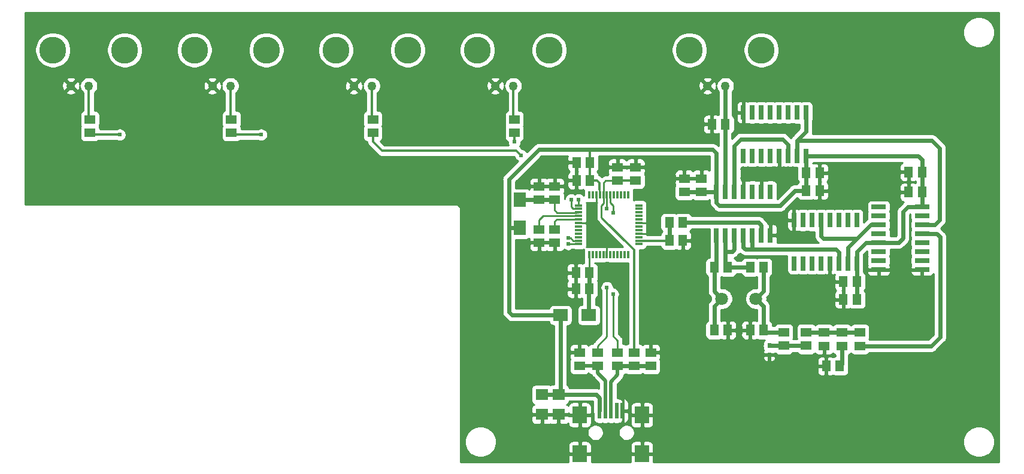
<source format=gtl>
G04 #@! TF.GenerationSoftware,KiCad,Pcbnew,5.1.10*
G04 #@! TF.CreationDate,2021-05-11T19:34:40+02:00*
G04 #@! TF.ProjectId,M17_soundcard,4d31375f-736f-4756-9e64-636172642e6b,rev?*
G04 #@! TF.SameCoordinates,Original*
G04 #@! TF.FileFunction,Copper,L1,Top*
G04 #@! TF.FilePolarity,Positive*
%FSLAX46Y46*%
G04 Gerber Fmt 4.6, Leading zero omitted, Abs format (unit mm)*
G04 Created by KiCad (PCBNEW 5.1.10) date 2021-05-11 19:34:40*
%MOMM*%
%LPD*%
G01*
G04 APERTURE LIST*
G04 #@! TA.AperFunction,SMDPad,CuDef*
%ADD10R,0.660400X2.032000*%
G04 #@! TD*
G04 #@! TA.AperFunction,SMDPad,CuDef*
%ADD11R,1.300000X1.500000*%
G04 #@! TD*
G04 #@! TA.AperFunction,SMDPad,CuDef*
%ADD12R,1.500000X1.300000*%
G04 #@! TD*
G04 #@! TA.AperFunction,SMDPad,CuDef*
%ADD13R,1.800000X1.600000*%
G04 #@! TD*
G04 #@! TA.AperFunction,SMDPad,CuDef*
%ADD14R,2.000000X2.400000*%
G04 #@! TD*
G04 #@! TA.AperFunction,SMDPad,CuDef*
%ADD15R,0.500000X2.308000*%
G04 #@! TD*
G04 #@! TA.AperFunction,SMDPad,CuDef*
%ADD16R,0.500000X0.700000*%
G04 #@! TD*
G04 #@! TA.AperFunction,SMDPad,CuDef*
%ADD17R,2.032000X0.660400*%
G04 #@! TD*
G04 #@! TA.AperFunction,SMDPad,CuDef*
%ADD18R,2.000000X1.700000*%
G04 #@! TD*
G04 #@! TA.AperFunction,SMDPad,CuDef*
%ADD19R,1.700000X2.000000*%
G04 #@! TD*
G04 #@! TA.AperFunction,SMDPad,CuDef*
%ADD20R,0.317500X1.016000*%
G04 #@! TD*
G04 #@! TA.AperFunction,SMDPad,CuDef*
%ADD21R,1.016000X0.317500*%
G04 #@! TD*
G04 #@! TA.AperFunction,ComponentPad*
%ADD22C,3.810000*%
G04 #@! TD*
G04 #@! TA.AperFunction,ComponentPad*
%ADD23C,1.270000*%
G04 #@! TD*
G04 #@! TA.AperFunction,ComponentPad*
%ADD24C,1.800000*%
G04 #@! TD*
G04 #@! TA.AperFunction,ViaPad*
%ADD25C,0.800000*%
G04 #@! TD*
G04 #@! TA.AperFunction,ViaPad*
%ADD26C,0.606400*%
G04 #@! TD*
G04 #@! TA.AperFunction,Conductor*
%ADD27C,0.254000*%
G04 #@! TD*
G04 #@! TA.AperFunction,Conductor*
%ADD28C,0.508000*%
G04 #@! TD*
G04 #@! TA.AperFunction,Conductor*
%ADD29C,0.609600*%
G04 #@! TD*
G04 #@! TA.AperFunction,Conductor*
%ADD30C,0.317500*%
G04 #@! TD*
G04 #@! TA.AperFunction,Conductor*
%ADD31C,0.482600*%
G04 #@! TD*
G04 #@! TA.AperFunction,Conductor*
%ADD32C,0.100000*%
G04 #@! TD*
G04 APERTURE END LIST*
D10*
X188341000Y-108737400D03*
X188341000Y-102590600D03*
X189611000Y-108737400D03*
X190881000Y-108737400D03*
X189611000Y-102590600D03*
X190881000Y-102590600D03*
X192151000Y-108737400D03*
X192151000Y-102590600D03*
X193421000Y-108737400D03*
X193421000Y-102590600D03*
X194691000Y-108737400D03*
X195961000Y-108737400D03*
X194691000Y-102590600D03*
X195961000Y-102590600D03*
X197231000Y-108737400D03*
X197231000Y-102590600D03*
D11*
X204563900Y-98641100D03*
X206463900Y-98641100D03*
X204563900Y-95783600D03*
X206463900Y-95783600D03*
D12*
X175260000Y-96700200D03*
X175260000Y-98600200D03*
D13*
X152717500Y-130114500D03*
X152717500Y-127314500D03*
D11*
X191955500Y-98435100D03*
X190055500Y-98435100D03*
X182146100Y-118183600D03*
X184046100Y-118183600D03*
D12*
X186906100Y-120403600D03*
X186906100Y-118503600D03*
D11*
X157491100Y-112331500D03*
X159391100Y-112331500D03*
X157491100Y-110045500D03*
X159391100Y-110045500D03*
D12*
X154521100Y-103898600D03*
X154521100Y-105798600D03*
X152298600Y-103898600D03*
X152298600Y-105798600D03*
X172847000Y-96700200D03*
X172847000Y-98600200D03*
X154521100Y-99718100D03*
X154521100Y-97818100D03*
X152298600Y-99718100D03*
X152298600Y-97818100D03*
X192585400Y-120419100D03*
X192585400Y-118519100D03*
D11*
X194805400Y-123279100D03*
X192905400Y-123279100D03*
X159483900Y-96974600D03*
X157583900Y-96974600D03*
D12*
X165935600Y-95099900D03*
X165935600Y-96999900D03*
D11*
X159483900Y-94434600D03*
X157583900Y-94434600D03*
D12*
X163395600Y-95099900D03*
X163395600Y-96999900D03*
D11*
X195331000Y-111305400D03*
X197231000Y-111305400D03*
D12*
X158013600Y-121361100D03*
X158013600Y-123261100D03*
D11*
X195331000Y-113845400D03*
X197231000Y-113845400D03*
D12*
X168084500Y-121361100D03*
X168084500Y-123261100D03*
D11*
X178966100Y-118183600D03*
X177066100Y-118183600D03*
D13*
X155067000Y-130114500D03*
X155067000Y-127314500D03*
D11*
X191955500Y-95895100D03*
X190055500Y-95895100D03*
D14*
X166858600Y-135693600D03*
X166858600Y-130193600D03*
X158058600Y-135693600D03*
D15*
X164058600Y-129629600D03*
X163258600Y-129629600D03*
X162458600Y-129629600D03*
X161658600Y-129629600D03*
X160858600Y-129629600D03*
D14*
X158058600Y-130193600D03*
D16*
X184848500Y-120403600D03*
X184848500Y-121703600D03*
D10*
X185001100Y-98600200D03*
X185001100Y-104747000D03*
X183731100Y-98600200D03*
X182461100Y-98600200D03*
X183731100Y-104747000D03*
X182461100Y-104747000D03*
X181191100Y-98600200D03*
X181191100Y-104747000D03*
X179921100Y-98600200D03*
X178651100Y-98600200D03*
X179921100Y-104747000D03*
X178651100Y-104747000D03*
X177381100Y-98600200D03*
X177381100Y-104747000D03*
X181165500Y-93497400D03*
X181165500Y-87350600D03*
X182435500Y-93497400D03*
X183705500Y-93497400D03*
X182435500Y-87350600D03*
X183705500Y-87350600D03*
X184975500Y-93497400D03*
X184975500Y-87350600D03*
X186245500Y-93497400D03*
X186245500Y-87350600D03*
X187515500Y-93497400D03*
X188785500Y-93497400D03*
X187515500Y-87350600D03*
X188785500Y-87350600D03*
X190055500Y-93497400D03*
X190055500Y-87350600D03*
D17*
X206463900Y-109611100D03*
X200317100Y-109611100D03*
X206463900Y-108341100D03*
X206463900Y-107071100D03*
X200317100Y-108341100D03*
X200317100Y-107071100D03*
X206463900Y-105801100D03*
X200317100Y-105801100D03*
X206463900Y-104531100D03*
X200317100Y-104531100D03*
X206463900Y-103261100D03*
X206463900Y-101991100D03*
X200317100Y-103261100D03*
X200317100Y-101991100D03*
X206463900Y-100721100D03*
X200317100Y-100721100D03*
D18*
X155353000Y-116078000D03*
X159353000Y-116078000D03*
D19*
X149606000Y-103718100D03*
X149606000Y-99718100D03*
D11*
X178966100Y-109293600D03*
X177066100Y-109293600D03*
D12*
X195125400Y-120419100D03*
X195125400Y-118519100D03*
X88801100Y-88341100D03*
X88801100Y-90241100D03*
X108798600Y-88341100D03*
X108798600Y-90241100D03*
X128803600Y-88341100D03*
X128803600Y-90241100D03*
X148806100Y-88341100D03*
X148806100Y-90241100D03*
X165735000Y-123261100D03*
X165735000Y-121361100D03*
X163411100Y-121361100D03*
X163411100Y-123261100D03*
D11*
X172616100Y-105483600D03*
X170716100Y-105483600D03*
X182146100Y-109293600D03*
X184046100Y-109293600D03*
X172616100Y-102943600D03*
X170716100Y-102943600D03*
D12*
X160553600Y-121361100D03*
X160553600Y-123261100D03*
D11*
X178648600Y-89021100D03*
X176748600Y-89021100D03*
D12*
X190081100Y-120403600D03*
X190081100Y-118503600D03*
X197665400Y-120419100D03*
X197665400Y-118519100D03*
D20*
X164891100Y-107511100D03*
X164391100Y-107511100D03*
X163891100Y-107511100D03*
X163391100Y-107511100D03*
X162891100Y-107511100D03*
X162391100Y-107511100D03*
X161891100Y-107511100D03*
X161391100Y-107511100D03*
X160891100Y-107511100D03*
X160391100Y-107511100D03*
X159891100Y-107511100D03*
X159391100Y-107511100D03*
D21*
X157891100Y-106011100D03*
X157891100Y-105511100D03*
X157891100Y-105011100D03*
X157891100Y-104511100D03*
X157891100Y-104011100D03*
X157891100Y-103511100D03*
X157891100Y-103011100D03*
X157891100Y-102511100D03*
X157891100Y-102011100D03*
X157891100Y-101511100D03*
X157891100Y-101011100D03*
X157891100Y-100511100D03*
D20*
X159391100Y-99011100D03*
X159891100Y-99011100D03*
X160391100Y-99011100D03*
X160891100Y-99011100D03*
X161391100Y-99011100D03*
X161891100Y-99011100D03*
X162391100Y-99011100D03*
X162891100Y-99011100D03*
X163391100Y-99011100D03*
X163891100Y-99011100D03*
X164391100Y-99011100D03*
X164891100Y-99011100D03*
D21*
X166391100Y-100511100D03*
X166391100Y-101011100D03*
X166391100Y-101511100D03*
X166391100Y-102011100D03*
X166391100Y-102511100D03*
X166391100Y-103011100D03*
X166391100Y-103511100D03*
X166391100Y-104011100D03*
X166391100Y-104511100D03*
X166391100Y-105011100D03*
X166391100Y-105511100D03*
X166391100Y-106011100D03*
D22*
X183731100Y-78503600D03*
X173571100Y-78503600D03*
D23*
X176111100Y-83583600D03*
X178651100Y-83583600D03*
D24*
X182969100Y-113738600D03*
X178143100Y-113738600D03*
D22*
X93731100Y-78503600D03*
X83571100Y-78503600D03*
D23*
X86111100Y-83583600D03*
X88651100Y-83583600D03*
D22*
X113731100Y-78503600D03*
X103571100Y-78503600D03*
D23*
X106111100Y-83583600D03*
X108651100Y-83583600D03*
D22*
X133731100Y-78503600D03*
X123571100Y-78503600D03*
D23*
X126111100Y-83583600D03*
X128651100Y-83583600D03*
D22*
X153731100Y-78503600D03*
X143571100Y-78503600D03*
D23*
X146111100Y-83583600D03*
X148651100Y-83583600D03*
D25*
X159893000Y-104034166D03*
X159893000Y-102531333D03*
X209889849Y-130429000D03*
X184431099Y-130429000D03*
X175944849Y-130429000D03*
X201403599Y-130429000D03*
X192917349Y-130429000D03*
X142686900Y-105187875D03*
X128450916Y-97107500D03*
X114214940Y-97107500D03*
X145760100Y-105187875D03*
X99978964Y-97107500D03*
X135568904Y-97107500D03*
X142686900Y-113268250D03*
X145760100Y-113268250D03*
X142686900Y-121348625D03*
X145760100Y-121348625D03*
X142686900Y-129429000D03*
X145760100Y-129429000D03*
X152167166Y-111009499D03*
X154283832Y-111009499D03*
X152167166Y-108814899D03*
X154283832Y-108814899D03*
X154283832Y-113204099D03*
X152167166Y-113204099D03*
X150050500Y-113204099D03*
X150050500Y-111009499D03*
X150050500Y-108814899D03*
X151193500Y-95874666D03*
X153310166Y-95874666D03*
X153310166Y-94181233D03*
X155426832Y-95874666D03*
X155426832Y-94181233D03*
X170015831Y-96594999D03*
X170015831Y-94469000D03*
X170015831Y-98789599D03*
X168150715Y-98789599D03*
X168150715Y-96594999D03*
X168150715Y-94469000D03*
X171880947Y-94469000D03*
X173746063Y-94469000D03*
X194945000Y-95249375D03*
X197061666Y-95249375D03*
X199178332Y-95249375D03*
X201295000Y-95249375D03*
X197061666Y-98943725D03*
X197061666Y-97096550D03*
X201295000Y-97096550D03*
X201295000Y-98943725D03*
X199178332Y-97096550D03*
X194945000Y-98943725D03*
X199178332Y-98943725D03*
X194945000Y-97096550D03*
X202459166Y-113930499D03*
X202459166Y-111735899D03*
X206692500Y-111735899D03*
X206692500Y-113930499D03*
X204575832Y-111735899D03*
X200342500Y-113930499D03*
X204575832Y-113930499D03*
X200342500Y-111735899D03*
X202459166Y-116125099D03*
X202459166Y-118319699D03*
X206692500Y-118319699D03*
X206692500Y-116125099D03*
X204575832Y-118319699D03*
X200342500Y-118319699D03*
X204575832Y-116125099D03*
X200342500Y-116125099D03*
X188997166Y-113930499D03*
X188997166Y-111735899D03*
X193230500Y-111735899D03*
X193230500Y-113930499D03*
X191113832Y-111735899D03*
X186880500Y-113930499D03*
X191113832Y-113930499D03*
X186880500Y-111735899D03*
X188997166Y-116125099D03*
X193230500Y-116125099D03*
X186880500Y-116125099D03*
X191113832Y-116125099D03*
X181165500Y-95403666D03*
X183282166Y-95403666D03*
X187515500Y-95403666D03*
X185398832Y-95403666D03*
X185398832Y-96693933D03*
X181165500Y-96693933D03*
X187515500Y-96693933D03*
X183282166Y-96693933D03*
X175611179Y-94469000D03*
X170015831Y-100562399D03*
X168150715Y-100562399D03*
X159893000Y-105537000D03*
X159893000Y-101028500D03*
X85742988Y-97107500D03*
X92860976Y-97107500D03*
X121332928Y-97107500D03*
X145760100Y-97107500D03*
X107096952Y-97107500D03*
X142686900Y-97107500D03*
D26*
X162750500Y-113093500D03*
X162750500Y-101600000D03*
X161891100Y-100965000D03*
X161891100Y-112151100D03*
X93001100Y-90503600D03*
X157891100Y-99695000D03*
X113001100Y-90503600D03*
X156845000Y-99695000D03*
X156426100Y-105156000D03*
X149733000Y-93408500D03*
X148806100Y-91513600D03*
X156426100Y-106011100D03*
D27*
X160385340Y-99734761D02*
X160385340Y-102917840D01*
X160391100Y-99729001D02*
X160385340Y-99734761D01*
X160391100Y-99011100D02*
X160391100Y-99729001D01*
X160292080Y-103011100D02*
X159497900Y-103011100D01*
X160385340Y-102917840D02*
X160292080Y-103011100D01*
X159497900Y-103011100D02*
X157891100Y-103011100D01*
X167908100Y-103011100D02*
X166391100Y-103011100D01*
X168021000Y-103124000D02*
X167908100Y-103011100D01*
X168021000Y-104330500D02*
X168021000Y-103124000D01*
X167840400Y-104511100D02*
X168021000Y-104330500D01*
X166391100Y-104511100D02*
X167840400Y-104511100D01*
X161891100Y-107511100D02*
X161891100Y-105312600D01*
X160385340Y-103806840D02*
X160385340Y-102917840D01*
X161891100Y-105312600D02*
X160385340Y-103806840D01*
D28*
X158013600Y-123261100D02*
X160553600Y-123261100D01*
X161658600Y-129629600D02*
X161658600Y-125321100D01*
X161658600Y-125321100D02*
X160553600Y-124216100D01*
X160553600Y-124216100D02*
X160553600Y-123261100D01*
D29*
X197268900Y-113847900D02*
X197266400Y-113845400D01*
X197268900Y-111307900D02*
X197266400Y-111305400D01*
X190055500Y-93497400D02*
X190055500Y-98435100D01*
X190055500Y-93497400D02*
X205892400Y-93497400D01*
X206463900Y-94068900D02*
X206463900Y-95783600D01*
X205892400Y-93497400D02*
X206463900Y-94068900D01*
X206463900Y-98641100D02*
X206463900Y-95783600D01*
X206463900Y-100721100D02*
X206463900Y-98641100D01*
X172847000Y-98600200D02*
X177381100Y-98600200D01*
X197231000Y-107061000D02*
X197231000Y-108737400D01*
X198490900Y-105801100D02*
X197231000Y-107061000D01*
X200317100Y-105801100D02*
X198490900Y-105801100D01*
X197231000Y-113845400D02*
X197231000Y-108737400D01*
X201622600Y-105801100D02*
X200317100Y-105801100D01*
X203126400Y-105801100D02*
X201622600Y-105801100D01*
X203771500Y-105156000D02*
X203126400Y-105801100D01*
X203771500Y-101409500D02*
X203771500Y-105156000D01*
X204459900Y-100721100D02*
X203771500Y-101409500D01*
X206463900Y-100721100D02*
X204459900Y-100721100D01*
X177381100Y-98600200D02*
X177381100Y-93116600D01*
X177381100Y-93116600D02*
X176847500Y-92583000D01*
D30*
X160876851Y-92615149D02*
X160909000Y-92583000D01*
D29*
X176847500Y-92583000D02*
X160909000Y-92583000D01*
D30*
X159483900Y-96974600D02*
X159483900Y-94434600D01*
X159483900Y-92801600D02*
X159702500Y-92583000D01*
X159483900Y-94434600D02*
X159483900Y-92801600D01*
D29*
X160909000Y-92583000D02*
X159702500Y-92583000D01*
D27*
X160891100Y-98978600D02*
X160876851Y-98964351D01*
X160891100Y-99011100D02*
X160891100Y-98978600D01*
D30*
X160876851Y-98265851D02*
X160876851Y-97314149D01*
X159483900Y-96974600D02*
X160537302Y-96974600D01*
X160537302Y-96974600D02*
X160876851Y-97314149D01*
D27*
X160876851Y-98964351D02*
X160876851Y-98265851D01*
D29*
X148018500Y-115633500D02*
X148463000Y-116078000D01*
X148463000Y-116078000D02*
X155353000Y-116078000D01*
X155353000Y-127028500D02*
X155067000Y-127314500D01*
X155353000Y-116078000D02*
X155353000Y-127028500D01*
X152717500Y-127314500D02*
X155067000Y-127314500D01*
X160398000Y-127314500D02*
X155067000Y-127314500D01*
X160858600Y-127775100D02*
X160398000Y-127314500D01*
X160858600Y-129629600D02*
X160858600Y-127775100D01*
X148059400Y-103718100D02*
X148018500Y-103759000D01*
X149606000Y-103718100D02*
X148059400Y-103718100D01*
X148018500Y-103759000D02*
X148018500Y-115633500D01*
X152273000Y-92583000D02*
X159702500Y-92583000D01*
X148018500Y-96837500D02*
X152273000Y-92583000D01*
X148018500Y-103759000D02*
X148018500Y-96837500D01*
X177381100Y-100101600D02*
X177381100Y-98600200D01*
X177800000Y-100520500D02*
X177381100Y-100101600D01*
X186372500Y-100520500D02*
X177800000Y-100520500D01*
X188457900Y-98435100D02*
X186372500Y-100520500D01*
X190055500Y-98435100D02*
X188457900Y-98435100D01*
D27*
X162391100Y-100161100D02*
X162391100Y-99011100D01*
X162750500Y-100520500D02*
X162391100Y-100161100D01*
X162750500Y-101600000D02*
X162750500Y-100520500D01*
X162750500Y-113093500D02*
X162750500Y-118999000D01*
X163411100Y-119659600D02*
X163411100Y-121361100D01*
X162750500Y-118999000D02*
X163411100Y-119659600D01*
X161891100Y-99011100D02*
X161891100Y-100427400D01*
X161891100Y-100965000D02*
X161891100Y-100427400D01*
X161891100Y-112151100D02*
X161891100Y-119068600D01*
X160553600Y-120406100D02*
X161891100Y-119068600D01*
X160553600Y-121361100D02*
X160553600Y-120406100D01*
D29*
X170716100Y-102943600D02*
X170716100Y-105483600D01*
D30*
X166391100Y-105511100D02*
X170688600Y-105511100D01*
X170688600Y-105511100D02*
X170716100Y-105483600D01*
X93001100Y-90503600D02*
X89063600Y-90503600D01*
X89063600Y-90503600D02*
X88801100Y-90241100D01*
D27*
X157891100Y-99695000D02*
X157891100Y-100511100D01*
D30*
X113001100Y-90503600D02*
X109061100Y-90503600D01*
X109061100Y-90503600D02*
X108798600Y-90241100D01*
D27*
X157891100Y-101011100D02*
X157145100Y-101011100D01*
X156845000Y-100711000D02*
X156845000Y-99695000D01*
X157145100Y-101011100D02*
X156845000Y-100711000D01*
D30*
X128651100Y-83583600D02*
X128651100Y-88188600D01*
X128651100Y-88188600D02*
X128803600Y-88341100D01*
X148651100Y-83583600D02*
X148651100Y-88186100D01*
X148651100Y-88186100D02*
X148806100Y-88341100D01*
X108651100Y-83583600D02*
X108651100Y-88193600D01*
X108651100Y-88193600D02*
X108798600Y-88341100D01*
X88651100Y-83583600D02*
X88651100Y-88191100D01*
X88651100Y-88191100D02*
X88801100Y-88341100D01*
D27*
X156781500Y-105156000D02*
X156781500Y-105156852D01*
X156781500Y-105156852D02*
X157135748Y-105511100D01*
X157135748Y-105511100D02*
X157891100Y-105511100D01*
X156426100Y-105156000D02*
X156781500Y-105156000D01*
D30*
X149108100Y-92783600D02*
X149733000Y-93408500D01*
X130073600Y-92783600D02*
X149108100Y-92783600D01*
X128803600Y-91513600D02*
X130073600Y-92783600D01*
X128803600Y-90241100D02*
X128803600Y-91513600D01*
X148806100Y-90241100D02*
X148806100Y-91513600D01*
D27*
X157891100Y-106011100D02*
X156426100Y-106011100D01*
X157891100Y-102511100D02*
X154790900Y-102511100D01*
X154521100Y-102780900D02*
X154521100Y-103898600D01*
X154790900Y-102511100D02*
X154521100Y-102780900D01*
X157891100Y-102011100D02*
X152877900Y-102011100D01*
X152298600Y-102590400D02*
X152298600Y-103898600D01*
X152877900Y-102011100D02*
X152298600Y-102590400D01*
D29*
X200317100Y-103261100D02*
X199189400Y-103261100D01*
X195961000Y-106489500D02*
X195961000Y-108737400D01*
X196754750Y-105695750D02*
X195961000Y-106489500D01*
X199189400Y-103261100D02*
X196754750Y-105695750D01*
X198310500Y-104140000D02*
X196754750Y-105695750D01*
X197231000Y-105219500D02*
X198310500Y-104140000D01*
X192532000Y-105219500D02*
X197231000Y-105219500D01*
X192151000Y-104838500D02*
X192532000Y-105219500D01*
X192151000Y-102590600D02*
X192151000Y-104838500D01*
X177381100Y-104747000D02*
X177381100Y-108978600D01*
X177381100Y-108978600D02*
X177066100Y-109293600D01*
X177066100Y-109293600D02*
X177066100Y-112661600D01*
X177066100Y-112661600D02*
X178143100Y-113738600D01*
X177066100Y-118183600D02*
X177066100Y-114815600D01*
X177066100Y-114815600D02*
X178143100Y-113738600D01*
X184046100Y-109293600D02*
X184046100Y-112661600D01*
X184046100Y-112661600D02*
X182969100Y-113738600D01*
X184046100Y-118183600D02*
X184046100Y-114815600D01*
X184046100Y-114815600D02*
X182969100Y-113738600D01*
X186906100Y-118503600D02*
X184366100Y-118503600D01*
X184366100Y-118503600D02*
X184046100Y-118183600D01*
X178651100Y-104747000D02*
X178651100Y-107071100D01*
X178651100Y-107071100D02*
X178651100Y-108978600D01*
X178651100Y-108978600D02*
X178966100Y-109293600D01*
X178966100Y-109293600D02*
X182146100Y-109293600D01*
X179921100Y-104747000D02*
X179921100Y-106753600D01*
X179921100Y-106753600D02*
X179603600Y-107071100D01*
X179603600Y-107071100D02*
X178651100Y-107071100D01*
D31*
X186586100Y-120723600D02*
X186906100Y-120403600D01*
D29*
X186906100Y-120403600D02*
X190081100Y-120403600D01*
X184848500Y-120403600D02*
X186906100Y-120403600D01*
X197665400Y-118519100D02*
X195125400Y-118519100D01*
X195125400Y-118519100D02*
X192585400Y-118519100D01*
X192569900Y-118503600D02*
X192585400Y-118519100D01*
X190081100Y-118503600D02*
X192569900Y-118503600D01*
X182461100Y-106515100D02*
X182689500Y-106743500D01*
X182461100Y-104747000D02*
X182461100Y-106515100D01*
X194691000Y-107124500D02*
X194691000Y-108737400D01*
X194310000Y-106743500D02*
X194691000Y-107124500D01*
X182689500Y-106743500D02*
X194310000Y-106743500D01*
X181483000Y-106743500D02*
X182689500Y-106743500D01*
X181191100Y-106451600D02*
X181483000Y-106743500D01*
X181191100Y-104747000D02*
X181191100Y-106451600D01*
X179921100Y-92049400D02*
X179921100Y-97244100D01*
X180848000Y-91122500D02*
X179921100Y-92049400D01*
X186753500Y-91122500D02*
X180848000Y-91122500D01*
X179921100Y-97244100D02*
X179921100Y-98600200D01*
X187515500Y-91884500D02*
X186753500Y-91122500D01*
X187515500Y-93497400D02*
X187515500Y-91884500D01*
X197667900Y-120421600D02*
X197665400Y-120419100D01*
X208978500Y-119189500D02*
X207748900Y-120419100D01*
X207748900Y-120419100D02*
X197665400Y-120419100D01*
X208978500Y-104965500D02*
X208978500Y-119189500D01*
X208544100Y-104531100D02*
X208978500Y-104965500D01*
X206463900Y-104531100D02*
X208544100Y-104531100D01*
X195125400Y-120419100D02*
X195125400Y-122959100D01*
X195125400Y-122959100D02*
X194805400Y-123279100D01*
X183731100Y-103340100D02*
X183731100Y-104747000D01*
X183334600Y-102943600D02*
X183731100Y-103340100D01*
X172616100Y-102943600D02*
X183334600Y-102943600D01*
D30*
X163395600Y-96999900D02*
X165935600Y-96999900D01*
D27*
X161391100Y-97307900D02*
X161391100Y-99011100D01*
X161699100Y-96999900D02*
X161391100Y-97307900D01*
X163395600Y-96999900D02*
X161699100Y-96999900D01*
D30*
X165735000Y-106855000D02*
X164949000Y-106069000D01*
X165735000Y-121361100D02*
X165735000Y-106855000D01*
X161520000Y-102640000D02*
X164949000Y-106069000D01*
D27*
X161099500Y-102219500D02*
X161520000Y-102640000D01*
X161099500Y-100512502D02*
X161099500Y-102219500D01*
X161391100Y-100220902D02*
X161099500Y-100512502D01*
X161391100Y-99011100D02*
X161391100Y-100220902D01*
D29*
X159353000Y-112369600D02*
X159391100Y-112331500D01*
X159353000Y-116078000D02*
X159353000Y-112369600D01*
X159391100Y-112331500D02*
X159391100Y-110045500D01*
D27*
X159391100Y-107511100D02*
X159391100Y-110045500D01*
D30*
X152190999Y-99726501D02*
X152199400Y-99718100D01*
D27*
X154521100Y-101181100D02*
X154521100Y-99718100D01*
X154865340Y-101525340D02*
X154521100Y-101181100D01*
X157759400Y-101511100D02*
X157745160Y-101525340D01*
X157891100Y-101511100D02*
X157759400Y-101511100D01*
D29*
X149606000Y-99718100D02*
X152298600Y-99718100D01*
X152298600Y-99718100D02*
X154521100Y-99718100D01*
D27*
X157630860Y-101525340D02*
X154865340Y-101525340D01*
X157645100Y-101511100D02*
X157630860Y-101525340D01*
X157891100Y-101511100D02*
X157645100Y-101511100D01*
D28*
X162458600Y-129629600D02*
X162458600Y-125486100D01*
X162458600Y-125486100D02*
X163411100Y-124533600D01*
X163411100Y-124533600D02*
X163411100Y-123261100D01*
D29*
X163411100Y-123261100D02*
X165735000Y-123261100D01*
X168084500Y-123261100D02*
X165735000Y-123261100D01*
X190055500Y-90043000D02*
X190055500Y-87350600D01*
X188785500Y-91313000D02*
X190055500Y-90043000D01*
X188785500Y-93497400D02*
X188785500Y-91313000D01*
X208915000Y-92392500D02*
X207835500Y-91313000D01*
X208915000Y-102616000D02*
X208915000Y-92392500D01*
X208269900Y-103261100D02*
X208915000Y-102616000D01*
X207835500Y-91313000D02*
X188785500Y-91313000D01*
X206463900Y-103261100D02*
X208269900Y-103261100D01*
X178651100Y-83583600D02*
X178651100Y-88018600D01*
X178651100Y-88018600D02*
X178648600Y-89021100D01*
X178648600Y-89021100D02*
X178648600Y-98597700D01*
X178648600Y-98597700D02*
X178651100Y-98600200D01*
D27*
X217341100Y-136840000D02*
X168496492Y-136840000D01*
X168493600Y-135979350D01*
X168334850Y-135820600D01*
X166985600Y-135820600D01*
X166985600Y-135840600D01*
X166731600Y-135840600D01*
X166731600Y-135820600D01*
X165382350Y-135820600D01*
X165223600Y-135979350D01*
X165220708Y-136840000D01*
X159696492Y-136840000D01*
X159693600Y-135979350D01*
X159534850Y-135820600D01*
X158185600Y-135820600D01*
X158185600Y-135840600D01*
X157931600Y-135840600D01*
X157931600Y-135820600D01*
X156582350Y-135820600D01*
X156423600Y-135979350D01*
X156420708Y-136840000D01*
X141160000Y-136840000D01*
X141160000Y-133779872D01*
X141765000Y-133779872D01*
X141765000Y-134220128D01*
X141850890Y-134651925D01*
X142019369Y-135058669D01*
X142263962Y-135424729D01*
X142575271Y-135736038D01*
X142941331Y-135980631D01*
X143348075Y-136149110D01*
X143779872Y-136235000D01*
X144220128Y-136235000D01*
X144651925Y-136149110D01*
X145058669Y-135980631D01*
X145424729Y-135736038D01*
X145736038Y-135424729D01*
X145980631Y-135058669D01*
X146149110Y-134651925D01*
X146180602Y-134493600D01*
X156420528Y-134493600D01*
X156423600Y-135407850D01*
X156582350Y-135566600D01*
X157931600Y-135566600D01*
X157931600Y-134017350D01*
X158185600Y-134017350D01*
X158185600Y-135566600D01*
X159534850Y-135566600D01*
X159693600Y-135407850D01*
X159696672Y-134493600D01*
X165220528Y-134493600D01*
X165223600Y-135407850D01*
X165382350Y-135566600D01*
X166731600Y-135566600D01*
X166731600Y-134017350D01*
X166985600Y-134017350D01*
X166985600Y-135566600D01*
X168334850Y-135566600D01*
X168493600Y-135407850D01*
X168496672Y-134493600D01*
X168484412Y-134369118D01*
X168448102Y-134249420D01*
X168389137Y-134139106D01*
X168309785Y-134042415D01*
X168213094Y-133963063D01*
X168102780Y-133904098D01*
X167983082Y-133867788D01*
X167858600Y-133855528D01*
X167144350Y-133858600D01*
X166985600Y-134017350D01*
X166731600Y-134017350D01*
X166572850Y-133858600D01*
X165858600Y-133855528D01*
X165734118Y-133867788D01*
X165614420Y-133904098D01*
X165504106Y-133963063D01*
X165407415Y-134042415D01*
X165328063Y-134139106D01*
X165269098Y-134249420D01*
X165232788Y-134369118D01*
X165220528Y-134493600D01*
X159696672Y-134493600D01*
X159684412Y-134369118D01*
X159648102Y-134249420D01*
X159589137Y-134139106D01*
X159509785Y-134042415D01*
X159413094Y-133963063D01*
X159302780Y-133904098D01*
X159183082Y-133867788D01*
X159058600Y-133855528D01*
X158344350Y-133858600D01*
X158185600Y-134017350D01*
X157931600Y-134017350D01*
X157772850Y-133858600D01*
X157058600Y-133855528D01*
X156934118Y-133867788D01*
X156814420Y-133904098D01*
X156704106Y-133963063D01*
X156607415Y-134042415D01*
X156528063Y-134139106D01*
X156469098Y-134249420D01*
X156432788Y-134369118D01*
X156420528Y-134493600D01*
X146180602Y-134493600D01*
X146235000Y-134220128D01*
X146235000Y-133779872D01*
X146149110Y-133348075D01*
X145980631Y-132941331D01*
X145736038Y-132575271D01*
X145424729Y-132263962D01*
X145058669Y-132019369D01*
X144651925Y-131850890D01*
X144220128Y-131765000D01*
X143779872Y-131765000D01*
X143348075Y-131850890D01*
X142941331Y-132019369D01*
X142575271Y-132263962D01*
X142263962Y-132575271D01*
X142019369Y-132941331D01*
X141850890Y-133348075D01*
X141765000Y-133779872D01*
X141160000Y-133779872D01*
X141160000Y-130914500D01*
X151179428Y-130914500D01*
X151191688Y-131038982D01*
X151227998Y-131158680D01*
X151286963Y-131268994D01*
X151366315Y-131365685D01*
X151463006Y-131445037D01*
X151573320Y-131504002D01*
X151693018Y-131540312D01*
X151817500Y-131552572D01*
X152431750Y-131549500D01*
X152590500Y-131390750D01*
X152590500Y-130241500D01*
X152844500Y-130241500D01*
X152844500Y-131390750D01*
X153003250Y-131549500D01*
X153617500Y-131552572D01*
X153741982Y-131540312D01*
X153861680Y-131504002D01*
X153892250Y-131487662D01*
X153922820Y-131504002D01*
X154042518Y-131540312D01*
X154167000Y-131552572D01*
X154781250Y-131549500D01*
X154940000Y-131390750D01*
X154940000Y-130241500D01*
X155194000Y-130241500D01*
X155194000Y-131390750D01*
X155352750Y-131549500D01*
X155967000Y-131552572D01*
X156091482Y-131540312D01*
X156211180Y-131504002D01*
X156321494Y-131445037D01*
X156418185Y-131365685D01*
X156420632Y-131362704D01*
X156420528Y-131393600D01*
X156432788Y-131518082D01*
X156469098Y-131637780D01*
X156528063Y-131748094D01*
X156607415Y-131844785D01*
X156704106Y-131924137D01*
X156814420Y-131983102D01*
X156934118Y-132019412D01*
X157058600Y-132031672D01*
X157772850Y-132028600D01*
X157931600Y-131869850D01*
X157931600Y-130320600D01*
X158185600Y-130320600D01*
X158185600Y-131869850D01*
X158344350Y-132028600D01*
X159058600Y-132031672D01*
X159183082Y-132019412D01*
X159302780Y-131983102D01*
X159413094Y-131924137D01*
X159467950Y-131879118D01*
X159376988Y-131970080D01*
X159252776Y-132155976D01*
X159167217Y-132362533D01*
X159123600Y-132581812D01*
X159123600Y-132805388D01*
X159167217Y-133024667D01*
X159252776Y-133231224D01*
X159376988Y-133417120D01*
X159535080Y-133575212D01*
X159720976Y-133699424D01*
X159927533Y-133784983D01*
X160146812Y-133828600D01*
X160370388Y-133828600D01*
X160589667Y-133784983D01*
X160796224Y-133699424D01*
X160982120Y-133575212D01*
X161140212Y-133417120D01*
X161264424Y-133231224D01*
X161349983Y-133024667D01*
X161393600Y-132805388D01*
X161393600Y-132581812D01*
X163523600Y-132581812D01*
X163523600Y-132805388D01*
X163567217Y-133024667D01*
X163652776Y-133231224D01*
X163776988Y-133417120D01*
X163935080Y-133575212D01*
X164120976Y-133699424D01*
X164327533Y-133784983D01*
X164546812Y-133828600D01*
X164770388Y-133828600D01*
X164989667Y-133784983D01*
X165002006Y-133779872D01*
X212265000Y-133779872D01*
X212265000Y-134220128D01*
X212350890Y-134651925D01*
X212519369Y-135058669D01*
X212763962Y-135424729D01*
X213075271Y-135736038D01*
X213441331Y-135980631D01*
X213848075Y-136149110D01*
X214279872Y-136235000D01*
X214720128Y-136235000D01*
X215151925Y-136149110D01*
X215558669Y-135980631D01*
X215924729Y-135736038D01*
X216236038Y-135424729D01*
X216480631Y-135058669D01*
X216649110Y-134651925D01*
X216735000Y-134220128D01*
X216735000Y-133779872D01*
X216649110Y-133348075D01*
X216480631Y-132941331D01*
X216236038Y-132575271D01*
X215924729Y-132263962D01*
X215558669Y-132019369D01*
X215151925Y-131850890D01*
X214720128Y-131765000D01*
X214279872Y-131765000D01*
X213848075Y-131850890D01*
X213441331Y-132019369D01*
X213075271Y-132263962D01*
X212763962Y-132575271D01*
X212519369Y-132941331D01*
X212350890Y-133348075D01*
X212265000Y-133779872D01*
X165002006Y-133779872D01*
X165196224Y-133699424D01*
X165382120Y-133575212D01*
X165540212Y-133417120D01*
X165664424Y-133231224D01*
X165749983Y-133024667D01*
X165793600Y-132805388D01*
X165793600Y-132581812D01*
X165749983Y-132362533D01*
X165664424Y-132155976D01*
X165540212Y-131970080D01*
X165449250Y-131879118D01*
X165504106Y-131924137D01*
X165614420Y-131983102D01*
X165734118Y-132019412D01*
X165858600Y-132031672D01*
X166572850Y-132028600D01*
X166731600Y-131869850D01*
X166731600Y-130320600D01*
X166985600Y-130320600D01*
X166985600Y-131869850D01*
X167144350Y-132028600D01*
X167858600Y-132031672D01*
X167983082Y-132019412D01*
X168102780Y-131983102D01*
X168213094Y-131924137D01*
X168309785Y-131844785D01*
X168389137Y-131748094D01*
X168448102Y-131637780D01*
X168484412Y-131518082D01*
X168496672Y-131393600D01*
X168493600Y-130479350D01*
X168334850Y-130320600D01*
X166985600Y-130320600D01*
X166731600Y-130320600D01*
X165382350Y-130320600D01*
X165223600Y-130479350D01*
X165220528Y-131393600D01*
X165232788Y-131518082D01*
X165269098Y-131637780D01*
X165328063Y-131748094D01*
X165378531Y-131809590D01*
X165196224Y-131687776D01*
X164989667Y-131602217D01*
X164770388Y-131558600D01*
X164546812Y-131558600D01*
X164327533Y-131602217D01*
X164120976Y-131687776D01*
X163935080Y-131811988D01*
X163776988Y-131970080D01*
X163652776Y-132155976D01*
X163567217Y-132362533D01*
X163523600Y-132581812D01*
X161393600Y-132581812D01*
X161349983Y-132362533D01*
X161264424Y-132155976D01*
X161140212Y-131970080D01*
X160982120Y-131811988D01*
X160796224Y-131687776D01*
X160589667Y-131602217D01*
X160370388Y-131558600D01*
X160146812Y-131558600D01*
X159927533Y-131602217D01*
X159720976Y-131687776D01*
X159538669Y-131809590D01*
X159589137Y-131748094D01*
X159648102Y-131637780D01*
X159684412Y-131518082D01*
X159696672Y-131393600D01*
X159693600Y-130479350D01*
X159534850Y-130320600D01*
X158185600Y-130320600D01*
X157931600Y-130320600D01*
X156582350Y-130320600D01*
X156552350Y-130350600D01*
X156443250Y-130241500D01*
X155194000Y-130241500D01*
X154940000Y-130241500D01*
X152844500Y-130241500D01*
X152590500Y-130241500D01*
X151341250Y-130241500D01*
X151182500Y-130400250D01*
X151179428Y-130914500D01*
X141160000Y-130914500D01*
X141160000Y-101032418D01*
X141163193Y-101000000D01*
X141150450Y-100870617D01*
X141112710Y-100746207D01*
X141051425Y-100631550D01*
X140968948Y-100531052D01*
X140868450Y-100448575D01*
X140753793Y-100387290D01*
X140629383Y-100349550D01*
X140532419Y-100340000D01*
X140500000Y-100336807D01*
X140467581Y-100340000D01*
X79660000Y-100340000D01*
X79660000Y-84458400D01*
X85415905Y-84458400D01*
X85467469Y-84685546D01*
X85694816Y-84789939D01*
X85938159Y-84847973D01*
X86188149Y-84857418D01*
X86435178Y-84817910D01*
X86669753Y-84730969D01*
X86754731Y-84685546D01*
X86806295Y-84458400D01*
X86111100Y-83763205D01*
X85415905Y-84458400D01*
X79660000Y-84458400D01*
X79660000Y-83660649D01*
X84837282Y-83660649D01*
X84876790Y-83907678D01*
X84963731Y-84142253D01*
X85009154Y-84227231D01*
X85236300Y-84278795D01*
X85931495Y-83583600D01*
X86290705Y-83583600D01*
X86985900Y-84278795D01*
X87213046Y-84227231D01*
X87317439Y-83999884D01*
X87375473Y-83756541D01*
X87381100Y-83607606D01*
X87381100Y-83708684D01*
X87429905Y-83954045D01*
X87525641Y-84185171D01*
X87664627Y-84393178D01*
X87841522Y-84570073D01*
X87857350Y-84580649D01*
X87857351Y-87086300D01*
X87806920Y-87101598D01*
X87696606Y-87160563D01*
X87599915Y-87239915D01*
X87520563Y-87336606D01*
X87461598Y-87446920D01*
X87425288Y-87566618D01*
X87413028Y-87691100D01*
X87413028Y-88991100D01*
X87425288Y-89115582D01*
X87461598Y-89235280D01*
X87491435Y-89291100D01*
X87461598Y-89346920D01*
X87425288Y-89466618D01*
X87413028Y-89591100D01*
X87413028Y-90891100D01*
X87425288Y-91015582D01*
X87461598Y-91135280D01*
X87520563Y-91245594D01*
X87599915Y-91342285D01*
X87696606Y-91421637D01*
X87806920Y-91480602D01*
X87926618Y-91516912D01*
X88051100Y-91529172D01*
X89551100Y-91529172D01*
X89675582Y-91516912D01*
X89795280Y-91480602D01*
X89905594Y-91421637D01*
X90002285Y-91342285D01*
X90039162Y-91297350D01*
X92500315Y-91297350D01*
X92556695Y-91335022D01*
X92727437Y-91405746D01*
X92908695Y-91441800D01*
X93093505Y-91441800D01*
X93274763Y-91405746D01*
X93445505Y-91335022D01*
X93599168Y-91232348D01*
X93729848Y-91101668D01*
X93832522Y-90948005D01*
X93903246Y-90777263D01*
X93939300Y-90596005D01*
X93939300Y-90411195D01*
X93903246Y-90229937D01*
X93832522Y-90059195D01*
X93729848Y-89905532D01*
X93599168Y-89774852D01*
X93445505Y-89672178D01*
X93274763Y-89601454D01*
X93093505Y-89565400D01*
X92908695Y-89565400D01*
X92727437Y-89601454D01*
X92556695Y-89672178D01*
X92500315Y-89709850D01*
X90189172Y-89709850D01*
X90189172Y-89591100D01*
X90176912Y-89466618D01*
X90140602Y-89346920D01*
X90110765Y-89291100D01*
X90140602Y-89235280D01*
X90176912Y-89115582D01*
X90189172Y-88991100D01*
X90189172Y-87691100D01*
X90176912Y-87566618D01*
X90140602Y-87446920D01*
X90081637Y-87336606D01*
X90002285Y-87239915D01*
X89905594Y-87160563D01*
X89795280Y-87101598D01*
X89675582Y-87065288D01*
X89551100Y-87053028D01*
X89444850Y-87053028D01*
X89444850Y-84580649D01*
X89460678Y-84570073D01*
X89572351Y-84458400D01*
X105415905Y-84458400D01*
X105467469Y-84685546D01*
X105694816Y-84789939D01*
X105938159Y-84847973D01*
X106188149Y-84857418D01*
X106435178Y-84817910D01*
X106669753Y-84730969D01*
X106754731Y-84685546D01*
X106806295Y-84458400D01*
X106111100Y-83763205D01*
X105415905Y-84458400D01*
X89572351Y-84458400D01*
X89637573Y-84393178D01*
X89776559Y-84185171D01*
X89872295Y-83954045D01*
X89921100Y-83708684D01*
X89921100Y-83660649D01*
X104837282Y-83660649D01*
X104876790Y-83907678D01*
X104963731Y-84142253D01*
X105009154Y-84227231D01*
X105236300Y-84278795D01*
X105931495Y-83583600D01*
X106290705Y-83583600D01*
X106985900Y-84278795D01*
X107213046Y-84227231D01*
X107317439Y-83999884D01*
X107375473Y-83756541D01*
X107381100Y-83607606D01*
X107381100Y-83708684D01*
X107429905Y-83954045D01*
X107525641Y-84185171D01*
X107664627Y-84393178D01*
X107841522Y-84570073D01*
X107857350Y-84580649D01*
X107857351Y-87085542D01*
X107804420Y-87101598D01*
X107694106Y-87160563D01*
X107597415Y-87239915D01*
X107518063Y-87336606D01*
X107459098Y-87446920D01*
X107422788Y-87566618D01*
X107410528Y-87691100D01*
X107410528Y-88991100D01*
X107422788Y-89115582D01*
X107459098Y-89235280D01*
X107488935Y-89291100D01*
X107459098Y-89346920D01*
X107422788Y-89466618D01*
X107410528Y-89591100D01*
X107410528Y-90891100D01*
X107422788Y-91015582D01*
X107459098Y-91135280D01*
X107518063Y-91245594D01*
X107597415Y-91342285D01*
X107694106Y-91421637D01*
X107804420Y-91480602D01*
X107924118Y-91516912D01*
X108048600Y-91529172D01*
X109548600Y-91529172D01*
X109673082Y-91516912D01*
X109792780Y-91480602D01*
X109903094Y-91421637D01*
X109999785Y-91342285D01*
X110036662Y-91297350D01*
X112500315Y-91297350D01*
X112556695Y-91335022D01*
X112727437Y-91405746D01*
X112908695Y-91441800D01*
X113093505Y-91441800D01*
X113274763Y-91405746D01*
X113445505Y-91335022D01*
X113599168Y-91232348D01*
X113729848Y-91101668D01*
X113832522Y-90948005D01*
X113903246Y-90777263D01*
X113939300Y-90596005D01*
X113939300Y-90411195D01*
X113903246Y-90229937D01*
X113832522Y-90059195D01*
X113729848Y-89905532D01*
X113599168Y-89774852D01*
X113445505Y-89672178D01*
X113274763Y-89601454D01*
X113093505Y-89565400D01*
X112908695Y-89565400D01*
X112727437Y-89601454D01*
X112556695Y-89672178D01*
X112500315Y-89709850D01*
X110186672Y-89709850D01*
X110186672Y-89591100D01*
X110174412Y-89466618D01*
X110138102Y-89346920D01*
X110108265Y-89291100D01*
X110138102Y-89235280D01*
X110174412Y-89115582D01*
X110186672Y-88991100D01*
X110186672Y-87691100D01*
X110174412Y-87566618D01*
X110138102Y-87446920D01*
X110079137Y-87336606D01*
X109999785Y-87239915D01*
X109903094Y-87160563D01*
X109792780Y-87101598D01*
X109673082Y-87065288D01*
X109548600Y-87053028D01*
X109444850Y-87053028D01*
X109444850Y-84580649D01*
X109460678Y-84570073D01*
X109572351Y-84458400D01*
X125415905Y-84458400D01*
X125467469Y-84685546D01*
X125694816Y-84789939D01*
X125938159Y-84847973D01*
X126188149Y-84857418D01*
X126435178Y-84817910D01*
X126669753Y-84730969D01*
X126754731Y-84685546D01*
X126806295Y-84458400D01*
X126111100Y-83763205D01*
X125415905Y-84458400D01*
X109572351Y-84458400D01*
X109637573Y-84393178D01*
X109776559Y-84185171D01*
X109872295Y-83954045D01*
X109921100Y-83708684D01*
X109921100Y-83660649D01*
X124837282Y-83660649D01*
X124876790Y-83907678D01*
X124963731Y-84142253D01*
X125009154Y-84227231D01*
X125236300Y-84278795D01*
X125931495Y-83583600D01*
X126290705Y-83583600D01*
X126985900Y-84278795D01*
X127213046Y-84227231D01*
X127317439Y-83999884D01*
X127375473Y-83756541D01*
X127381100Y-83607606D01*
X127381100Y-83708684D01*
X127429905Y-83954045D01*
X127525641Y-84185171D01*
X127664627Y-84393178D01*
X127841522Y-84570073D01*
X127857350Y-84580649D01*
X127857351Y-87087058D01*
X127809420Y-87101598D01*
X127699106Y-87160563D01*
X127602415Y-87239915D01*
X127523063Y-87336606D01*
X127464098Y-87446920D01*
X127427788Y-87566618D01*
X127415528Y-87691100D01*
X127415528Y-88991100D01*
X127427788Y-89115582D01*
X127464098Y-89235280D01*
X127493935Y-89291100D01*
X127464098Y-89346920D01*
X127427788Y-89466618D01*
X127415528Y-89591100D01*
X127415528Y-90891100D01*
X127427788Y-91015582D01*
X127464098Y-91135280D01*
X127523063Y-91245594D01*
X127602415Y-91342285D01*
X127699106Y-91421637D01*
X127809420Y-91480602D01*
X127929118Y-91516912D01*
X128007094Y-91524592D01*
X128021336Y-91669202D01*
X128066724Y-91818824D01*
X128140428Y-91956717D01*
X128214765Y-92047296D01*
X128214768Y-92047299D01*
X128239620Y-92077581D01*
X128269901Y-92102432D01*
X129484767Y-93317299D01*
X129509619Y-93347581D01*
X129539901Y-93372433D01*
X129539903Y-93372435D01*
X129561836Y-93390435D01*
X129630483Y-93446772D01*
X129768376Y-93520477D01*
X129917998Y-93565865D01*
X130034611Y-93577350D01*
X130034620Y-93577350D01*
X130073599Y-93581189D01*
X130112578Y-93577350D01*
X148779319Y-93577350D01*
X148817625Y-93615657D01*
X148830854Y-93682163D01*
X148901578Y-93852905D01*
X149004252Y-94006568D01*
X149134932Y-94137248D01*
X149287640Y-94239284D01*
X147386610Y-96140314D01*
X147350747Y-96169746D01*
X147305058Y-96225418D01*
X147233304Y-96312849D01*
X147146038Y-96476114D01*
X147092299Y-96653267D01*
X147074154Y-96837500D01*
X147078701Y-96883667D01*
X147078700Y-103712833D01*
X147078700Y-103712843D01*
X147074154Y-103759000D01*
X147078700Y-103805157D01*
X147078701Y-115587333D01*
X147074154Y-115633500D01*
X147092299Y-115817733D01*
X147146038Y-115994886D01*
X147233304Y-116158151D01*
X147293459Y-116231448D01*
X147350747Y-116301254D01*
X147386610Y-116330686D01*
X147765813Y-116709890D01*
X147795246Y-116745754D01*
X147938349Y-116863196D01*
X148101614Y-116950463D01*
X148278767Y-117004202D01*
X148416833Y-117017800D01*
X148416843Y-117017800D01*
X148463000Y-117022346D01*
X148509157Y-117017800D01*
X153723772Y-117017800D01*
X153727188Y-117052482D01*
X153763498Y-117172180D01*
X153822463Y-117282494D01*
X153901815Y-117379185D01*
X153998506Y-117458537D01*
X154108820Y-117517502D01*
X154228518Y-117553812D01*
X154353000Y-117566072D01*
X154413200Y-117566072D01*
X154413201Y-125876428D01*
X154167000Y-125876428D01*
X154042518Y-125888688D01*
X153922820Y-125924998D01*
X153892250Y-125941338D01*
X153861680Y-125924998D01*
X153741982Y-125888688D01*
X153617500Y-125876428D01*
X151817500Y-125876428D01*
X151693018Y-125888688D01*
X151573320Y-125924998D01*
X151463006Y-125983963D01*
X151366315Y-126063315D01*
X151286963Y-126160006D01*
X151227998Y-126270320D01*
X151191688Y-126390018D01*
X151179428Y-126514500D01*
X151179428Y-128114500D01*
X151191688Y-128238982D01*
X151227998Y-128358680D01*
X151286963Y-128468994D01*
X151366315Y-128565685D01*
X151463006Y-128645037D01*
X151573320Y-128704002D01*
X151607927Y-128714500D01*
X151573320Y-128724998D01*
X151463006Y-128783963D01*
X151366315Y-128863315D01*
X151286963Y-128960006D01*
X151227998Y-129070320D01*
X151191688Y-129190018D01*
X151179428Y-129314500D01*
X151182500Y-129828750D01*
X151341250Y-129987500D01*
X152590500Y-129987500D01*
X152590500Y-129967500D01*
X152844500Y-129967500D01*
X152844500Y-129987500D01*
X154940000Y-129987500D01*
X154940000Y-129967500D01*
X155194000Y-129967500D01*
X155194000Y-129987500D01*
X156443250Y-129987500D01*
X156473250Y-129957500D01*
X156582350Y-130066600D01*
X157931600Y-130066600D01*
X157931600Y-128517350D01*
X158185600Y-128517350D01*
X158185600Y-130066600D01*
X159534850Y-130066600D01*
X159693600Y-129907850D01*
X159696672Y-128993600D01*
X159684412Y-128869118D01*
X159648102Y-128749420D01*
X159589137Y-128639106D01*
X159509785Y-128542415D01*
X159413094Y-128463063D01*
X159302780Y-128404098D01*
X159183082Y-128367788D01*
X159058600Y-128355528D01*
X158344350Y-128358600D01*
X158185600Y-128517350D01*
X157931600Y-128517350D01*
X157772850Y-128358600D01*
X157058600Y-128355528D01*
X156934118Y-128367788D01*
X156814420Y-128404098D01*
X156704106Y-128463063D01*
X156607415Y-128542415D01*
X156528063Y-128639106D01*
X156469098Y-128749420D01*
X156432788Y-128869118D01*
X156431734Y-128879824D01*
X156418185Y-128863315D01*
X156321494Y-128783963D01*
X156211180Y-128724998D01*
X156176573Y-128714500D01*
X156211180Y-128704002D01*
X156321494Y-128645037D01*
X156418185Y-128565685D01*
X156497537Y-128468994D01*
X156556502Y-128358680D01*
X156588165Y-128254300D01*
X159918801Y-128254300D01*
X159918800Y-129675766D01*
X159932398Y-129813832D01*
X159970528Y-129939529D01*
X159970528Y-130783600D01*
X159982788Y-130908082D01*
X160019098Y-131027780D01*
X160078063Y-131138094D01*
X160157415Y-131234785D01*
X160254106Y-131314137D01*
X160364420Y-131373102D01*
X160484118Y-131409412D01*
X160608600Y-131421672D01*
X161108600Y-131421672D01*
X161233082Y-131409412D01*
X161258600Y-131401671D01*
X161284118Y-131409412D01*
X161408600Y-131421672D01*
X161908600Y-131421672D01*
X162033082Y-131409412D01*
X162058600Y-131401671D01*
X162084118Y-131409412D01*
X162208600Y-131421672D01*
X162708600Y-131421672D01*
X162833082Y-131409412D01*
X162858600Y-131401671D01*
X162884118Y-131409412D01*
X163008600Y-131421672D01*
X163508600Y-131421672D01*
X163633082Y-131409412D01*
X163657883Y-131401889D01*
X163677375Y-131408032D01*
X163776850Y-131418600D01*
X163935600Y-131259850D01*
X163935600Y-131254633D01*
X163959785Y-131234785D01*
X164039137Y-131138094D01*
X164098102Y-131027780D01*
X164134412Y-130908082D01*
X164146672Y-130783600D01*
X164146672Y-129756600D01*
X164181600Y-129756600D01*
X164181600Y-131259850D01*
X164340350Y-131418600D01*
X164439825Y-131408032D01*
X164559125Y-131370433D01*
X164668796Y-131310282D01*
X164764626Y-131229892D01*
X164842931Y-131132350D01*
X164900701Y-131021406D01*
X164935718Y-130901323D01*
X164946635Y-130776717D01*
X164943600Y-129915350D01*
X164784850Y-129756600D01*
X164181600Y-129756600D01*
X164146672Y-129756600D01*
X164146672Y-128475600D01*
X164134412Y-128351118D01*
X164098102Y-128231420D01*
X164039137Y-128121106D01*
X163959785Y-128024415D01*
X163935600Y-128004567D01*
X163935600Y-127999350D01*
X164181600Y-127999350D01*
X164181600Y-129502600D01*
X164784850Y-129502600D01*
X164943600Y-129343850D01*
X164944834Y-128993600D01*
X165220528Y-128993600D01*
X165223600Y-129907850D01*
X165382350Y-130066600D01*
X166731600Y-130066600D01*
X166731600Y-128517350D01*
X166985600Y-128517350D01*
X166985600Y-130066600D01*
X168334850Y-130066600D01*
X168493600Y-129907850D01*
X168496672Y-128993600D01*
X168484412Y-128869118D01*
X168448102Y-128749420D01*
X168389137Y-128639106D01*
X168309785Y-128542415D01*
X168213094Y-128463063D01*
X168102780Y-128404098D01*
X167983082Y-128367788D01*
X167858600Y-128355528D01*
X167144350Y-128358600D01*
X166985600Y-128517350D01*
X166731600Y-128517350D01*
X166572850Y-128358600D01*
X165858600Y-128355528D01*
X165734118Y-128367788D01*
X165614420Y-128404098D01*
X165504106Y-128463063D01*
X165407415Y-128542415D01*
X165328063Y-128639106D01*
X165269098Y-128749420D01*
X165232788Y-128869118D01*
X165220528Y-128993600D01*
X164944834Y-128993600D01*
X164946635Y-128482483D01*
X164935718Y-128357877D01*
X164900701Y-128237794D01*
X164842931Y-128126850D01*
X164764626Y-128029308D01*
X164668796Y-127948918D01*
X164559125Y-127888767D01*
X164439825Y-127851168D01*
X164340350Y-127840600D01*
X164181600Y-127999350D01*
X163935600Y-127999350D01*
X163776850Y-127840600D01*
X163677375Y-127851168D01*
X163657883Y-127857311D01*
X163633082Y-127849788D01*
X163508600Y-127837528D01*
X163347600Y-127837528D01*
X163347600Y-125854335D01*
X164008837Y-125193098D01*
X164042759Y-125165259D01*
X164153853Y-125029891D01*
X164236403Y-124875451D01*
X164285866Y-124712391D01*
X164287236Y-124707876D01*
X164292452Y-124654912D01*
X164300100Y-124577267D01*
X164300100Y-124577261D01*
X164304400Y-124533601D01*
X164304171Y-124531273D01*
X164405280Y-124500602D01*
X164515594Y-124441637D01*
X164573050Y-124394484D01*
X164630506Y-124441637D01*
X164740820Y-124500602D01*
X164860518Y-124536912D01*
X164985000Y-124549172D01*
X166485000Y-124549172D01*
X166609482Y-124536912D01*
X166729180Y-124500602D01*
X166839494Y-124441637D01*
X166909750Y-124383980D01*
X166980006Y-124441637D01*
X167090320Y-124500602D01*
X167210018Y-124536912D01*
X167334500Y-124549172D01*
X168834500Y-124549172D01*
X168958982Y-124536912D01*
X169078680Y-124500602D01*
X169188994Y-124441637D01*
X169285685Y-124362285D01*
X169365037Y-124265594D01*
X169424002Y-124155280D01*
X169460312Y-124035582D01*
X169460950Y-124029100D01*
X191617328Y-124029100D01*
X191629588Y-124153582D01*
X191665898Y-124273280D01*
X191724863Y-124383594D01*
X191804215Y-124480285D01*
X191900906Y-124559637D01*
X192011220Y-124618602D01*
X192130918Y-124654912D01*
X192255400Y-124667172D01*
X192619650Y-124664100D01*
X192778400Y-124505350D01*
X192778400Y-123406100D01*
X191779150Y-123406100D01*
X191620400Y-123564850D01*
X191617328Y-124029100D01*
X169460950Y-124029100D01*
X169472572Y-123911100D01*
X169472572Y-122611100D01*
X169460312Y-122486618D01*
X169424002Y-122366920D01*
X169394165Y-122311100D01*
X169424002Y-122255280D01*
X169460312Y-122135582D01*
X169469880Y-122038429D01*
X183960608Y-122038429D01*
X183969906Y-122163167D01*
X184003359Y-122283695D01*
X184059684Y-122395380D01*
X184136715Y-122493930D01*
X184231492Y-122575559D01*
X184340373Y-122637129D01*
X184459174Y-122676275D01*
X184566750Y-122688600D01*
X184725500Y-122529850D01*
X184725500Y-121830600D01*
X184971500Y-121830600D01*
X184971500Y-122529850D01*
X185130250Y-122688600D01*
X185237826Y-122676275D01*
X185356627Y-122637129D01*
X185465508Y-122575559D01*
X185519450Y-122529100D01*
X191617328Y-122529100D01*
X191620400Y-122993350D01*
X191779150Y-123152100D01*
X192778400Y-123152100D01*
X192778400Y-122052850D01*
X192619650Y-121894100D01*
X192255400Y-121891028D01*
X192130918Y-121903288D01*
X192011220Y-121939598D01*
X191900906Y-121998563D01*
X191804215Y-122077915D01*
X191724863Y-122174606D01*
X191665898Y-122284920D01*
X191629588Y-122404618D01*
X191617328Y-122529100D01*
X185519450Y-122529100D01*
X185560285Y-122493930D01*
X185637316Y-122395380D01*
X185693641Y-122283695D01*
X185727094Y-122163167D01*
X185736392Y-122038429D01*
X185733500Y-121989350D01*
X185574750Y-121830600D01*
X184971500Y-121830600D01*
X184725500Y-121830600D01*
X184122250Y-121830600D01*
X183963500Y-121989350D01*
X183960608Y-122038429D01*
X169469880Y-122038429D01*
X169472572Y-122011100D01*
X169469500Y-121646850D01*
X169310750Y-121488100D01*
X168211500Y-121488100D01*
X168211500Y-121508100D01*
X167957500Y-121508100D01*
X167957500Y-121488100D01*
X167937500Y-121488100D01*
X167937500Y-121234100D01*
X167957500Y-121234100D01*
X167957500Y-120234850D01*
X168211500Y-120234850D01*
X168211500Y-121234100D01*
X169310750Y-121234100D01*
X169469500Y-121075350D01*
X169472572Y-120711100D01*
X169460312Y-120586618D01*
X169424002Y-120466920D01*
X169365037Y-120356606D01*
X169285685Y-120259915D01*
X169188994Y-120180563D01*
X169078680Y-120121598D01*
X168958982Y-120085288D01*
X168834500Y-120073028D01*
X168370250Y-120076100D01*
X168211500Y-120234850D01*
X167957500Y-120234850D01*
X167798750Y-120076100D01*
X167334500Y-120073028D01*
X167210018Y-120085288D01*
X167090320Y-120121598D01*
X166980006Y-120180563D01*
X166909750Y-120238220D01*
X166839494Y-120180563D01*
X166729180Y-120121598D01*
X166609482Y-120085288D01*
X166528750Y-120077337D01*
X166528750Y-106893979D01*
X166532589Y-106855000D01*
X166528750Y-106816021D01*
X166528750Y-106816011D01*
X166527953Y-106807922D01*
X166899100Y-106807922D01*
X167023582Y-106795662D01*
X167143280Y-106759352D01*
X167253594Y-106700387D01*
X167350285Y-106621035D01*
X167429637Y-106524344D01*
X167488602Y-106414030D01*
X167521721Y-106304850D01*
X169435045Y-106304850D01*
X169440288Y-106358082D01*
X169476598Y-106477780D01*
X169535563Y-106588094D01*
X169614915Y-106684785D01*
X169711606Y-106764137D01*
X169821920Y-106823102D01*
X169941618Y-106859412D01*
X170066100Y-106871672D01*
X171366100Y-106871672D01*
X171490582Y-106859412D01*
X171610280Y-106823102D01*
X171666100Y-106793265D01*
X171721920Y-106823102D01*
X171841618Y-106859412D01*
X171966100Y-106871672D01*
X172330350Y-106868600D01*
X172489100Y-106709850D01*
X172489100Y-105610600D01*
X172743100Y-105610600D01*
X172743100Y-106709850D01*
X172901850Y-106868600D01*
X173266100Y-106871672D01*
X173390582Y-106859412D01*
X173510280Y-106823102D01*
X173620594Y-106764137D01*
X173717285Y-106684785D01*
X173796637Y-106588094D01*
X173855602Y-106477780D01*
X173891912Y-106358082D01*
X173904172Y-106233600D01*
X173901100Y-105769350D01*
X173742350Y-105610600D01*
X172743100Y-105610600D01*
X172489100Y-105610600D01*
X172469100Y-105610600D01*
X172469100Y-105356600D01*
X172489100Y-105356600D01*
X172489100Y-105336600D01*
X172743100Y-105336600D01*
X172743100Y-105356600D01*
X173742350Y-105356600D01*
X173901100Y-105197850D01*
X173904172Y-104733600D01*
X173891912Y-104609118D01*
X173855602Y-104489420D01*
X173796637Y-104379106D01*
X173717285Y-104282415D01*
X173633433Y-104213600D01*
X173717285Y-104144785D01*
X173796637Y-104048094D01*
X173855602Y-103937780D01*
X173872098Y-103883400D01*
X176412828Y-103883400D01*
X176412828Y-105763000D01*
X176425088Y-105887482D01*
X176441300Y-105940927D01*
X176441301Y-107905528D01*
X176416100Y-107905528D01*
X176291618Y-107917788D01*
X176171920Y-107954098D01*
X176061606Y-108013063D01*
X175964915Y-108092415D01*
X175885563Y-108189106D01*
X175826598Y-108299420D01*
X175790288Y-108419118D01*
X175778028Y-108543600D01*
X175778028Y-110043600D01*
X175790288Y-110168082D01*
X175826598Y-110287780D01*
X175885563Y-110398094D01*
X175964915Y-110494785D01*
X176061606Y-110574137D01*
X176126300Y-110608717D01*
X176126301Y-112615433D01*
X176121754Y-112661600D01*
X176139899Y-112845833D01*
X176193638Y-113022986D01*
X176280904Y-113186251D01*
X176341059Y-113259548D01*
X176398347Y-113329354D01*
X176434210Y-113358786D01*
X176617182Y-113541758D01*
X176608100Y-113587416D01*
X176608100Y-113889784D01*
X176617182Y-113935442D01*
X176434210Y-114118414D01*
X176398347Y-114147846D01*
X176349977Y-114206785D01*
X176280904Y-114290949D01*
X176193638Y-114454214D01*
X176139899Y-114631367D01*
X176121754Y-114815600D01*
X176126301Y-114861767D01*
X176126300Y-116868483D01*
X176061606Y-116903063D01*
X175964915Y-116982415D01*
X175885563Y-117079106D01*
X175826598Y-117189420D01*
X175790288Y-117309118D01*
X175778028Y-117433600D01*
X175778028Y-118933600D01*
X175790288Y-119058082D01*
X175826598Y-119177780D01*
X175885563Y-119288094D01*
X175964915Y-119384785D01*
X176061606Y-119464137D01*
X176171920Y-119523102D01*
X176291618Y-119559412D01*
X176416100Y-119571672D01*
X177716100Y-119571672D01*
X177840582Y-119559412D01*
X177960280Y-119523102D01*
X178016100Y-119493265D01*
X178071920Y-119523102D01*
X178191618Y-119559412D01*
X178316100Y-119571672D01*
X178680350Y-119568600D01*
X178839100Y-119409850D01*
X178839100Y-118310600D01*
X179093100Y-118310600D01*
X179093100Y-119409850D01*
X179251850Y-119568600D01*
X179616100Y-119571672D01*
X179740582Y-119559412D01*
X179860280Y-119523102D01*
X179970594Y-119464137D01*
X180067285Y-119384785D01*
X180146637Y-119288094D01*
X180205602Y-119177780D01*
X180241912Y-119058082D01*
X180254172Y-118933600D01*
X180858028Y-118933600D01*
X180870288Y-119058082D01*
X180906598Y-119177780D01*
X180965563Y-119288094D01*
X181044915Y-119384785D01*
X181141606Y-119464137D01*
X181251920Y-119523102D01*
X181371618Y-119559412D01*
X181496100Y-119571672D01*
X181860350Y-119568600D01*
X182019100Y-119409850D01*
X182019100Y-118310600D01*
X181019850Y-118310600D01*
X180861100Y-118469350D01*
X180858028Y-118933600D01*
X180254172Y-118933600D01*
X180251100Y-118469350D01*
X180092350Y-118310600D01*
X179093100Y-118310600D01*
X178839100Y-118310600D01*
X178819100Y-118310600D01*
X178819100Y-118056600D01*
X178839100Y-118056600D01*
X178839100Y-116957350D01*
X179093100Y-116957350D01*
X179093100Y-118056600D01*
X180092350Y-118056600D01*
X180251100Y-117897850D01*
X180254172Y-117433600D01*
X180858028Y-117433600D01*
X180861100Y-117897850D01*
X181019850Y-118056600D01*
X182019100Y-118056600D01*
X182019100Y-116957350D01*
X181860350Y-116798600D01*
X181496100Y-116795528D01*
X181371618Y-116807788D01*
X181251920Y-116844098D01*
X181141606Y-116903063D01*
X181044915Y-116982415D01*
X180965563Y-117079106D01*
X180906598Y-117189420D01*
X180870288Y-117309118D01*
X180858028Y-117433600D01*
X180254172Y-117433600D01*
X180241912Y-117309118D01*
X180205602Y-117189420D01*
X180146637Y-117079106D01*
X180067285Y-116982415D01*
X179970594Y-116903063D01*
X179860280Y-116844098D01*
X179740582Y-116807788D01*
X179616100Y-116795528D01*
X179251850Y-116798600D01*
X179093100Y-116957350D01*
X178839100Y-116957350D01*
X178680350Y-116798600D01*
X178316100Y-116795528D01*
X178191618Y-116807788D01*
X178071920Y-116844098D01*
X178016100Y-116873935D01*
X178005900Y-116868483D01*
X178005900Y-115273600D01*
X178294284Y-115273600D01*
X178590843Y-115214611D01*
X178870195Y-115098899D01*
X179121605Y-114930912D01*
X179335412Y-114717105D01*
X179503399Y-114465695D01*
X179619111Y-114186343D01*
X179678100Y-113889784D01*
X179678100Y-113587416D01*
X179619111Y-113290857D01*
X179503399Y-113011505D01*
X179335412Y-112760095D01*
X179121605Y-112546288D01*
X178870195Y-112378301D01*
X178590843Y-112262589D01*
X178294284Y-112203600D01*
X178005900Y-112203600D01*
X178005900Y-110608717D01*
X178016100Y-110603265D01*
X178071920Y-110633102D01*
X178191618Y-110669412D01*
X178316100Y-110681672D01*
X179616100Y-110681672D01*
X179740582Y-110669412D01*
X179860280Y-110633102D01*
X179970594Y-110574137D01*
X180067285Y-110494785D01*
X180146637Y-110398094D01*
X180205602Y-110287780D01*
X180222098Y-110233400D01*
X180890102Y-110233400D01*
X180906598Y-110287780D01*
X180965563Y-110398094D01*
X181044915Y-110494785D01*
X181141606Y-110574137D01*
X181251920Y-110633102D01*
X181371618Y-110669412D01*
X181496100Y-110681672D01*
X182796100Y-110681672D01*
X182920582Y-110669412D01*
X183040280Y-110633102D01*
X183096100Y-110603265D01*
X183106300Y-110608717D01*
X183106301Y-112203600D01*
X182817916Y-112203600D01*
X182521357Y-112262589D01*
X182242005Y-112378301D01*
X181990595Y-112546288D01*
X181776788Y-112760095D01*
X181608801Y-113011505D01*
X181493089Y-113290857D01*
X181434100Y-113587416D01*
X181434100Y-113889784D01*
X181493089Y-114186343D01*
X181608801Y-114465695D01*
X181776788Y-114717105D01*
X181990595Y-114930912D01*
X182242005Y-115098899D01*
X182521357Y-115214611D01*
X182817916Y-115273600D01*
X183106301Y-115273600D01*
X183106300Y-116868483D01*
X183096100Y-116873935D01*
X183040280Y-116844098D01*
X182920582Y-116807788D01*
X182796100Y-116795528D01*
X182431850Y-116798600D01*
X182273100Y-116957350D01*
X182273100Y-118056600D01*
X182293100Y-118056600D01*
X182293100Y-118310600D01*
X182273100Y-118310600D01*
X182273100Y-119409850D01*
X182431850Y-119568600D01*
X182796100Y-119571672D01*
X182920582Y-119559412D01*
X183040280Y-119523102D01*
X183096100Y-119493265D01*
X183151920Y-119523102D01*
X183271618Y-119559412D01*
X183396100Y-119571672D01*
X184184776Y-119571672D01*
X184147315Y-119602415D01*
X184067963Y-119699106D01*
X184008998Y-119809420D01*
X183972688Y-119929118D01*
X183960428Y-120053600D01*
X183960428Y-120093670D01*
X183922298Y-120219367D01*
X183904153Y-120403600D01*
X183922298Y-120587833D01*
X183960428Y-120713530D01*
X183960428Y-120753600D01*
X183972688Y-120878082D01*
X184008998Y-120997780D01*
X184038721Y-121053387D01*
X184003359Y-121123505D01*
X183969906Y-121244033D01*
X183960608Y-121368771D01*
X183963500Y-121417850D01*
X184122250Y-121576600D01*
X184725500Y-121576600D01*
X184725500Y-121556600D01*
X184971500Y-121556600D01*
X184971500Y-121576600D01*
X185574750Y-121576600D01*
X185678614Y-121472736D01*
X185704915Y-121504785D01*
X185801606Y-121584137D01*
X185911920Y-121643102D01*
X186031618Y-121679412D01*
X186156100Y-121691672D01*
X187656100Y-121691672D01*
X187780582Y-121679412D01*
X187900280Y-121643102D01*
X188010594Y-121584137D01*
X188107285Y-121504785D01*
X188186637Y-121408094D01*
X188221217Y-121343400D01*
X188765983Y-121343400D01*
X188800563Y-121408094D01*
X188879915Y-121504785D01*
X188976606Y-121584137D01*
X189086920Y-121643102D01*
X189206618Y-121679412D01*
X189331100Y-121691672D01*
X190831100Y-121691672D01*
X190955582Y-121679412D01*
X191075280Y-121643102D01*
X191185594Y-121584137D01*
X191282285Y-121504785D01*
X191326890Y-121450434D01*
X191384215Y-121520285D01*
X191480906Y-121599637D01*
X191591220Y-121658602D01*
X191710918Y-121694912D01*
X191835400Y-121707172D01*
X192299650Y-121704100D01*
X192458400Y-121545350D01*
X192458400Y-120546100D01*
X192438400Y-120546100D01*
X192438400Y-120292100D01*
X192458400Y-120292100D01*
X192458400Y-120272100D01*
X192712400Y-120272100D01*
X192712400Y-120292100D01*
X192732400Y-120292100D01*
X192732400Y-120546100D01*
X192712400Y-120546100D01*
X192712400Y-121545350D01*
X192871150Y-121704100D01*
X193335400Y-121707172D01*
X193459882Y-121694912D01*
X193579580Y-121658602D01*
X193689894Y-121599637D01*
X193786585Y-121520285D01*
X193855400Y-121436433D01*
X193924215Y-121520285D01*
X194020906Y-121599637D01*
X194131220Y-121658602D01*
X194185600Y-121675098D01*
X194185601Y-121891028D01*
X194155400Y-121891028D01*
X194030918Y-121903288D01*
X193911220Y-121939598D01*
X193855400Y-121969435D01*
X193799580Y-121939598D01*
X193679882Y-121903288D01*
X193555400Y-121891028D01*
X193191150Y-121894100D01*
X193032400Y-122052850D01*
X193032400Y-123152100D01*
X193052400Y-123152100D01*
X193052400Y-123406100D01*
X193032400Y-123406100D01*
X193032400Y-124505350D01*
X193191150Y-124664100D01*
X193555400Y-124667172D01*
X193679882Y-124654912D01*
X193799580Y-124618602D01*
X193855400Y-124588765D01*
X193911220Y-124618602D01*
X194030918Y-124654912D01*
X194155400Y-124667172D01*
X195455400Y-124667172D01*
X195579882Y-124654912D01*
X195699580Y-124618602D01*
X195809894Y-124559637D01*
X195906585Y-124480285D01*
X195985937Y-124383594D01*
X196044902Y-124273280D01*
X196081212Y-124153582D01*
X196093472Y-124029100D01*
X196093472Y-122529100D01*
X196081212Y-122404618D01*
X196065200Y-122351834D01*
X196065200Y-121675098D01*
X196119580Y-121658602D01*
X196229894Y-121599637D01*
X196326585Y-121520285D01*
X196395400Y-121436433D01*
X196464215Y-121520285D01*
X196560906Y-121599637D01*
X196671220Y-121658602D01*
X196790918Y-121694912D01*
X196915400Y-121707172D01*
X198415400Y-121707172D01*
X198539882Y-121694912D01*
X198659580Y-121658602D01*
X198769894Y-121599637D01*
X198866585Y-121520285D01*
X198945937Y-121423594D01*
X198980517Y-121358900D01*
X207702743Y-121358900D01*
X207748900Y-121363446D01*
X207795057Y-121358900D01*
X207795067Y-121358900D01*
X207933133Y-121345302D01*
X208110286Y-121291563D01*
X208273551Y-121204296D01*
X208416654Y-121086854D01*
X208446091Y-121050985D01*
X209610390Y-119886687D01*
X209646254Y-119857254D01*
X209734297Y-119749974D01*
X209763696Y-119714152D01*
X209834893Y-119580951D01*
X209850963Y-119550886D01*
X209904702Y-119373733D01*
X209918300Y-119235667D01*
X209918300Y-119235657D01*
X209922846Y-119189500D01*
X209918300Y-119143343D01*
X209918300Y-105011656D01*
X209922846Y-104965499D01*
X209918300Y-104919342D01*
X209918300Y-104919333D01*
X209904702Y-104781267D01*
X209850963Y-104604114D01*
X209763696Y-104440849D01*
X209646254Y-104297746D01*
X209610390Y-104268313D01*
X209241291Y-103899214D01*
X209211854Y-103863346D01*
X209093699Y-103766378D01*
X209546895Y-103313183D01*
X209582754Y-103283754D01*
X209700196Y-103140651D01*
X209787463Y-102977386D01*
X209841202Y-102800233D01*
X209854800Y-102662167D01*
X209854800Y-102662158D01*
X209859346Y-102616001D01*
X209854800Y-102569844D01*
X209854800Y-92438667D01*
X209859347Y-92392500D01*
X209841202Y-92208267D01*
X209787463Y-92031114D01*
X209700196Y-91867849D01*
X209612184Y-91760606D01*
X209612182Y-91760604D01*
X209582754Y-91724746D01*
X209546895Y-91695317D01*
X208532691Y-90681115D01*
X208503254Y-90645246D01*
X208360151Y-90527804D01*
X208196886Y-90440537D01*
X208019733Y-90386798D01*
X207881667Y-90373200D01*
X207881657Y-90373200D01*
X207835500Y-90368654D01*
X207789343Y-90373200D01*
X190937423Y-90373200D01*
X190981702Y-90227233D01*
X190995300Y-90089167D01*
X190995300Y-90089158D01*
X190999846Y-90043001D01*
X190995300Y-89996844D01*
X190995300Y-88544526D01*
X191011512Y-88491082D01*
X191023772Y-88366600D01*
X191023772Y-86334600D01*
X191011512Y-86210118D01*
X190975202Y-86090420D01*
X190916237Y-85980106D01*
X190836885Y-85883415D01*
X190740194Y-85804063D01*
X190629880Y-85745098D01*
X190510182Y-85708788D01*
X190385700Y-85696528D01*
X189725300Y-85696528D01*
X189600818Y-85708788D01*
X189481120Y-85745098D01*
X189420500Y-85777501D01*
X189359880Y-85745098D01*
X189240182Y-85708788D01*
X189115700Y-85696528D01*
X188455300Y-85696528D01*
X188330818Y-85708788D01*
X188211120Y-85745098D01*
X188150500Y-85777501D01*
X188089880Y-85745098D01*
X187970182Y-85708788D01*
X187845700Y-85696528D01*
X187185300Y-85696528D01*
X187060818Y-85708788D01*
X186941120Y-85745098D01*
X186880500Y-85777501D01*
X186819880Y-85745098D01*
X186700182Y-85708788D01*
X186575700Y-85696528D01*
X185915300Y-85696528D01*
X185790818Y-85708788D01*
X185671120Y-85745098D01*
X185610500Y-85777501D01*
X185549880Y-85745098D01*
X185430182Y-85708788D01*
X185305700Y-85696528D01*
X184645300Y-85696528D01*
X184520818Y-85708788D01*
X184401120Y-85745098D01*
X184340500Y-85777501D01*
X184279880Y-85745098D01*
X184160182Y-85708788D01*
X184035700Y-85696528D01*
X183375300Y-85696528D01*
X183250818Y-85708788D01*
X183131120Y-85745098D01*
X183070500Y-85777501D01*
X183009880Y-85745098D01*
X182890182Y-85708788D01*
X182765700Y-85696528D01*
X182105300Y-85696528D01*
X181980818Y-85708788D01*
X181861120Y-85745098D01*
X181800500Y-85777501D01*
X181739880Y-85745098D01*
X181620182Y-85708788D01*
X181495700Y-85696528D01*
X181451250Y-85699600D01*
X181292500Y-85858350D01*
X181292500Y-87223600D01*
X181312500Y-87223600D01*
X181312500Y-87477600D01*
X181292500Y-87477600D01*
X181292500Y-88842850D01*
X181451250Y-89001600D01*
X181495700Y-89004672D01*
X181620182Y-88992412D01*
X181739880Y-88956102D01*
X181800500Y-88923699D01*
X181861120Y-88956102D01*
X181980818Y-88992412D01*
X182105300Y-89004672D01*
X182765700Y-89004672D01*
X182890182Y-88992412D01*
X183009880Y-88956102D01*
X183070500Y-88923699D01*
X183131120Y-88956102D01*
X183250818Y-88992412D01*
X183375300Y-89004672D01*
X184035700Y-89004672D01*
X184160182Y-88992412D01*
X184279880Y-88956102D01*
X184340500Y-88923699D01*
X184401120Y-88956102D01*
X184520818Y-88992412D01*
X184645300Y-89004672D01*
X185305700Y-89004672D01*
X185430182Y-88992412D01*
X185549880Y-88956102D01*
X185610500Y-88923699D01*
X185671120Y-88956102D01*
X185790818Y-88992412D01*
X185915300Y-89004672D01*
X186575700Y-89004672D01*
X186700182Y-88992412D01*
X186819880Y-88956102D01*
X186880500Y-88923699D01*
X186941120Y-88956102D01*
X187060818Y-88992412D01*
X187185300Y-89004672D01*
X187845700Y-89004672D01*
X187970182Y-88992412D01*
X188089880Y-88956102D01*
X188150500Y-88923699D01*
X188211120Y-88956102D01*
X188330818Y-88992412D01*
X188455300Y-89004672D01*
X189115700Y-89004672D01*
X189115700Y-89653722D01*
X188153615Y-90615809D01*
X188117746Y-90645246D01*
X188000304Y-90788349D01*
X187913037Y-90951614D01*
X187912724Y-90952647D01*
X187450690Y-90490614D01*
X187421254Y-90454746D01*
X187278151Y-90337304D01*
X187114886Y-90250037D01*
X186937733Y-90196298D01*
X186799667Y-90182700D01*
X186799657Y-90182700D01*
X186753500Y-90178154D01*
X186707343Y-90182700D01*
X180894167Y-90182700D01*
X180848000Y-90178153D01*
X180663767Y-90196298D01*
X180486614Y-90250037D01*
X180323349Y-90337304D01*
X180233313Y-90411195D01*
X180180246Y-90454746D01*
X180150817Y-90490605D01*
X179588400Y-91053023D01*
X179588400Y-90336217D01*
X179653094Y-90301637D01*
X179749785Y-90222285D01*
X179829137Y-90125594D01*
X179888102Y-90015280D01*
X179924412Y-89895582D01*
X179936672Y-89771100D01*
X179936672Y-88366600D01*
X180197228Y-88366600D01*
X180209488Y-88491082D01*
X180245798Y-88610780D01*
X180304763Y-88721094D01*
X180384115Y-88817785D01*
X180480806Y-88897137D01*
X180591120Y-88956102D01*
X180710818Y-88992412D01*
X180835300Y-89004672D01*
X180879750Y-89001600D01*
X181038500Y-88842850D01*
X181038500Y-87477600D01*
X180359050Y-87477600D01*
X180200300Y-87636350D01*
X180197228Y-88366600D01*
X179936672Y-88366600D01*
X179936672Y-88271100D01*
X179924412Y-88146618D01*
X179888102Y-88026920D01*
X179829137Y-87916606D01*
X179749785Y-87819915D01*
X179653094Y-87740563D01*
X179590900Y-87707319D01*
X179590900Y-86334600D01*
X180197228Y-86334600D01*
X180200300Y-87064850D01*
X180359050Y-87223600D01*
X181038500Y-87223600D01*
X181038500Y-85858350D01*
X180879750Y-85699600D01*
X180835300Y-85696528D01*
X180710818Y-85708788D01*
X180591120Y-85745098D01*
X180480806Y-85804063D01*
X180384115Y-85883415D01*
X180304763Y-85980106D01*
X180245798Y-86090420D01*
X180209488Y-86210118D01*
X180197228Y-86334600D01*
X179590900Y-86334600D01*
X179590900Y-84439851D01*
X179637573Y-84393178D01*
X179776559Y-84185171D01*
X179872295Y-83954045D01*
X179921100Y-83708684D01*
X179921100Y-83458516D01*
X179872295Y-83213155D01*
X179776559Y-82982029D01*
X179637573Y-82774022D01*
X179460678Y-82597127D01*
X179252671Y-82458141D01*
X179021545Y-82362405D01*
X178776184Y-82313600D01*
X178526016Y-82313600D01*
X178280655Y-82362405D01*
X178049529Y-82458141D01*
X177841522Y-82597127D01*
X177664627Y-82774022D01*
X177525641Y-82982029D01*
X177429905Y-83213155D01*
X177381100Y-83458516D01*
X177381100Y-83482678D01*
X177345410Y-83259522D01*
X177258469Y-83024947D01*
X177213046Y-82939969D01*
X176985900Y-82888405D01*
X176290705Y-83583600D01*
X176985900Y-84278795D01*
X177213046Y-84227231D01*
X177317439Y-83999884D01*
X177375473Y-83756541D01*
X177381100Y-83607606D01*
X177381100Y-83708684D01*
X177429905Y-83954045D01*
X177525641Y-84185171D01*
X177664627Y-84393178D01*
X177711300Y-84439851D01*
X177711301Y-87704646D01*
X177698600Y-87711435D01*
X177642780Y-87681598D01*
X177523082Y-87645288D01*
X177398600Y-87633028D01*
X177034350Y-87636100D01*
X176875600Y-87794850D01*
X176875600Y-88894100D01*
X176895600Y-88894100D01*
X176895600Y-89148100D01*
X176875600Y-89148100D01*
X176875600Y-90247350D01*
X177034350Y-90406100D01*
X177398600Y-90409172D01*
X177523082Y-90396912D01*
X177642780Y-90360602D01*
X177698600Y-90330765D01*
X177708800Y-90336217D01*
X177708800Y-92115224D01*
X177544691Y-91951115D01*
X177515254Y-91915246D01*
X177372151Y-91797804D01*
X177208886Y-91710537D01*
X177031733Y-91656798D01*
X176893667Y-91643200D01*
X176893657Y-91643200D01*
X176847500Y-91638654D01*
X176801343Y-91643200D01*
X152319165Y-91643200D01*
X152273000Y-91638653D01*
X152226835Y-91643200D01*
X152226833Y-91643200D01*
X152088767Y-91656798D01*
X151945470Y-91700267D01*
X151911614Y-91710537D01*
X151748348Y-91797804D01*
X151662999Y-91867849D01*
X151605246Y-91915246D01*
X151575818Y-91951104D01*
X150563783Y-92963139D01*
X150461748Y-92810432D01*
X150331068Y-92679752D01*
X150177405Y-92577078D01*
X150006663Y-92506354D01*
X149940157Y-92493125D01*
X149696937Y-92249906D01*
X149672081Y-92219619D01*
X149551217Y-92120428D01*
X149534841Y-92111675D01*
X149534848Y-92111668D01*
X149637522Y-91958005D01*
X149708246Y-91787263D01*
X149744300Y-91606005D01*
X149744300Y-91497583D01*
X149800280Y-91480602D01*
X149910594Y-91421637D01*
X150007285Y-91342285D01*
X150086637Y-91245594D01*
X150145602Y-91135280D01*
X150181912Y-91015582D01*
X150194172Y-90891100D01*
X150194172Y-89771100D01*
X175460528Y-89771100D01*
X175472788Y-89895582D01*
X175509098Y-90015280D01*
X175568063Y-90125594D01*
X175647415Y-90222285D01*
X175744106Y-90301637D01*
X175854420Y-90360602D01*
X175974118Y-90396912D01*
X176098600Y-90409172D01*
X176462850Y-90406100D01*
X176621600Y-90247350D01*
X176621600Y-89148100D01*
X175622350Y-89148100D01*
X175463600Y-89306850D01*
X175460528Y-89771100D01*
X150194172Y-89771100D01*
X150194172Y-89591100D01*
X150181912Y-89466618D01*
X150145602Y-89346920D01*
X150115765Y-89291100D01*
X150145602Y-89235280D01*
X150181912Y-89115582D01*
X150194172Y-88991100D01*
X150194172Y-88271100D01*
X175460528Y-88271100D01*
X175463600Y-88735350D01*
X175622350Y-88894100D01*
X176621600Y-88894100D01*
X176621600Y-87794850D01*
X176462850Y-87636100D01*
X176098600Y-87633028D01*
X175974118Y-87645288D01*
X175854420Y-87681598D01*
X175744106Y-87740563D01*
X175647415Y-87819915D01*
X175568063Y-87916606D01*
X175509098Y-88026920D01*
X175472788Y-88146618D01*
X175460528Y-88271100D01*
X150194172Y-88271100D01*
X150194172Y-87691100D01*
X150181912Y-87566618D01*
X150145602Y-87446920D01*
X150086637Y-87336606D01*
X150007285Y-87239915D01*
X149910594Y-87160563D01*
X149800280Y-87101598D01*
X149680582Y-87065288D01*
X149556100Y-87053028D01*
X149444850Y-87053028D01*
X149444850Y-84580649D01*
X149460678Y-84570073D01*
X149572351Y-84458400D01*
X175415905Y-84458400D01*
X175467469Y-84685546D01*
X175694816Y-84789939D01*
X175938159Y-84847973D01*
X176188149Y-84857418D01*
X176435178Y-84817910D01*
X176669753Y-84730969D01*
X176754731Y-84685546D01*
X176806295Y-84458400D01*
X176111100Y-83763205D01*
X175415905Y-84458400D01*
X149572351Y-84458400D01*
X149637573Y-84393178D01*
X149776559Y-84185171D01*
X149872295Y-83954045D01*
X149921100Y-83708684D01*
X149921100Y-83660649D01*
X174837282Y-83660649D01*
X174876790Y-83907678D01*
X174963731Y-84142253D01*
X175009154Y-84227231D01*
X175236300Y-84278795D01*
X175931495Y-83583600D01*
X175236300Y-82888405D01*
X175009154Y-82939969D01*
X174904761Y-83167316D01*
X174846727Y-83410659D01*
X174837282Y-83660649D01*
X149921100Y-83660649D01*
X149921100Y-83458516D01*
X149872295Y-83213155D01*
X149776559Y-82982029D01*
X149637573Y-82774022D01*
X149572351Y-82708800D01*
X175415905Y-82708800D01*
X176111100Y-83403995D01*
X176806295Y-82708800D01*
X176754731Y-82481654D01*
X176527384Y-82377261D01*
X176284041Y-82319227D01*
X176034051Y-82309782D01*
X175787022Y-82349290D01*
X175552447Y-82436231D01*
X175467469Y-82481654D01*
X175415905Y-82708800D01*
X149572351Y-82708800D01*
X149460678Y-82597127D01*
X149252671Y-82458141D01*
X149021545Y-82362405D01*
X148776184Y-82313600D01*
X148526016Y-82313600D01*
X148280655Y-82362405D01*
X148049529Y-82458141D01*
X147841522Y-82597127D01*
X147664627Y-82774022D01*
X147525641Y-82982029D01*
X147429905Y-83213155D01*
X147381100Y-83458516D01*
X147381100Y-83482678D01*
X147345410Y-83259522D01*
X147258469Y-83024947D01*
X147213046Y-82939969D01*
X146985900Y-82888405D01*
X146290705Y-83583600D01*
X146985900Y-84278795D01*
X147213046Y-84227231D01*
X147317439Y-83999884D01*
X147375473Y-83756541D01*
X147381100Y-83607606D01*
X147381100Y-83708684D01*
X147429905Y-83954045D01*
X147525641Y-84185171D01*
X147664627Y-84393178D01*
X147841522Y-84570073D01*
X147857350Y-84580649D01*
X147857351Y-87087817D01*
X147811920Y-87101598D01*
X147701606Y-87160563D01*
X147604915Y-87239915D01*
X147525563Y-87336606D01*
X147466598Y-87446920D01*
X147430288Y-87566618D01*
X147418028Y-87691100D01*
X147418028Y-88991100D01*
X147430288Y-89115582D01*
X147466598Y-89235280D01*
X147496435Y-89291100D01*
X147466598Y-89346920D01*
X147430288Y-89466618D01*
X147418028Y-89591100D01*
X147418028Y-90891100D01*
X147430288Y-91015582D01*
X147466598Y-91135280D01*
X147525563Y-91245594D01*
X147604915Y-91342285D01*
X147701606Y-91421637D01*
X147811920Y-91480602D01*
X147867900Y-91497583D01*
X147867900Y-91606005D01*
X147903954Y-91787263D01*
X147974678Y-91958005D01*
X147995956Y-91989850D01*
X130402382Y-91989850D01*
X129859919Y-91447388D01*
X129908094Y-91421637D01*
X130004785Y-91342285D01*
X130084137Y-91245594D01*
X130143102Y-91135280D01*
X130179412Y-91015582D01*
X130191672Y-90891100D01*
X130191672Y-89591100D01*
X130179412Y-89466618D01*
X130143102Y-89346920D01*
X130113265Y-89291100D01*
X130143102Y-89235280D01*
X130179412Y-89115582D01*
X130191672Y-88991100D01*
X130191672Y-87691100D01*
X130179412Y-87566618D01*
X130143102Y-87446920D01*
X130084137Y-87336606D01*
X130004785Y-87239915D01*
X129908094Y-87160563D01*
X129797780Y-87101598D01*
X129678082Y-87065288D01*
X129553600Y-87053028D01*
X129444850Y-87053028D01*
X129444850Y-84580649D01*
X129460678Y-84570073D01*
X129572351Y-84458400D01*
X145415905Y-84458400D01*
X145467469Y-84685546D01*
X145694816Y-84789939D01*
X145938159Y-84847973D01*
X146188149Y-84857418D01*
X146435178Y-84817910D01*
X146669753Y-84730969D01*
X146754731Y-84685546D01*
X146806295Y-84458400D01*
X146111100Y-83763205D01*
X145415905Y-84458400D01*
X129572351Y-84458400D01*
X129637573Y-84393178D01*
X129776559Y-84185171D01*
X129872295Y-83954045D01*
X129921100Y-83708684D01*
X129921100Y-83660649D01*
X144837282Y-83660649D01*
X144876790Y-83907678D01*
X144963731Y-84142253D01*
X145009154Y-84227231D01*
X145236300Y-84278795D01*
X145931495Y-83583600D01*
X145236300Y-82888405D01*
X145009154Y-82939969D01*
X144904761Y-83167316D01*
X144846727Y-83410659D01*
X144837282Y-83660649D01*
X129921100Y-83660649D01*
X129921100Y-83458516D01*
X129872295Y-83213155D01*
X129776559Y-82982029D01*
X129637573Y-82774022D01*
X129572351Y-82708800D01*
X145415905Y-82708800D01*
X146111100Y-83403995D01*
X146806295Y-82708800D01*
X146754731Y-82481654D01*
X146527384Y-82377261D01*
X146284041Y-82319227D01*
X146034051Y-82309782D01*
X145787022Y-82349290D01*
X145552447Y-82436231D01*
X145467469Y-82481654D01*
X145415905Y-82708800D01*
X129572351Y-82708800D01*
X129460678Y-82597127D01*
X129252671Y-82458141D01*
X129021545Y-82362405D01*
X128776184Y-82313600D01*
X128526016Y-82313600D01*
X128280655Y-82362405D01*
X128049529Y-82458141D01*
X127841522Y-82597127D01*
X127664627Y-82774022D01*
X127525641Y-82982029D01*
X127429905Y-83213155D01*
X127381100Y-83458516D01*
X127381100Y-83482678D01*
X127345410Y-83259522D01*
X127258469Y-83024947D01*
X127213046Y-82939969D01*
X126985900Y-82888405D01*
X126290705Y-83583600D01*
X125931495Y-83583600D01*
X125236300Y-82888405D01*
X125009154Y-82939969D01*
X124904761Y-83167316D01*
X124846727Y-83410659D01*
X124837282Y-83660649D01*
X109921100Y-83660649D01*
X109921100Y-83458516D01*
X109872295Y-83213155D01*
X109776559Y-82982029D01*
X109637573Y-82774022D01*
X109572351Y-82708800D01*
X125415905Y-82708800D01*
X126111100Y-83403995D01*
X126806295Y-82708800D01*
X126754731Y-82481654D01*
X126527384Y-82377261D01*
X126284041Y-82319227D01*
X126034051Y-82309782D01*
X125787022Y-82349290D01*
X125552447Y-82436231D01*
X125467469Y-82481654D01*
X125415905Y-82708800D01*
X109572351Y-82708800D01*
X109460678Y-82597127D01*
X109252671Y-82458141D01*
X109021545Y-82362405D01*
X108776184Y-82313600D01*
X108526016Y-82313600D01*
X108280655Y-82362405D01*
X108049529Y-82458141D01*
X107841522Y-82597127D01*
X107664627Y-82774022D01*
X107525641Y-82982029D01*
X107429905Y-83213155D01*
X107381100Y-83458516D01*
X107381100Y-83482678D01*
X107345410Y-83259522D01*
X107258469Y-83024947D01*
X107213046Y-82939969D01*
X106985900Y-82888405D01*
X106290705Y-83583600D01*
X105931495Y-83583600D01*
X105236300Y-82888405D01*
X105009154Y-82939969D01*
X104904761Y-83167316D01*
X104846727Y-83410659D01*
X104837282Y-83660649D01*
X89921100Y-83660649D01*
X89921100Y-83458516D01*
X89872295Y-83213155D01*
X89776559Y-82982029D01*
X89637573Y-82774022D01*
X89572351Y-82708800D01*
X105415905Y-82708800D01*
X106111100Y-83403995D01*
X106806295Y-82708800D01*
X106754731Y-82481654D01*
X106527384Y-82377261D01*
X106284041Y-82319227D01*
X106034051Y-82309782D01*
X105787022Y-82349290D01*
X105552447Y-82436231D01*
X105467469Y-82481654D01*
X105415905Y-82708800D01*
X89572351Y-82708800D01*
X89460678Y-82597127D01*
X89252671Y-82458141D01*
X89021545Y-82362405D01*
X88776184Y-82313600D01*
X88526016Y-82313600D01*
X88280655Y-82362405D01*
X88049529Y-82458141D01*
X87841522Y-82597127D01*
X87664627Y-82774022D01*
X87525641Y-82982029D01*
X87429905Y-83213155D01*
X87381100Y-83458516D01*
X87381100Y-83482678D01*
X87345410Y-83259522D01*
X87258469Y-83024947D01*
X87213046Y-82939969D01*
X86985900Y-82888405D01*
X86290705Y-83583600D01*
X85931495Y-83583600D01*
X85236300Y-82888405D01*
X85009154Y-82939969D01*
X84904761Y-83167316D01*
X84846727Y-83410659D01*
X84837282Y-83660649D01*
X79660000Y-83660649D01*
X79660000Y-82708800D01*
X85415905Y-82708800D01*
X86111100Y-83403995D01*
X86806295Y-82708800D01*
X86754731Y-82481654D01*
X86527384Y-82377261D01*
X86284041Y-82319227D01*
X86034051Y-82309782D01*
X85787022Y-82349290D01*
X85552447Y-82436231D01*
X85467469Y-82481654D01*
X85415905Y-82708800D01*
X79660000Y-82708800D01*
X79660000Y-78253432D01*
X81031100Y-78253432D01*
X81031100Y-78753768D01*
X81128711Y-79244491D01*
X81320181Y-79706741D01*
X81598153Y-80122756D01*
X81951944Y-80476547D01*
X82367959Y-80754519D01*
X82830209Y-80945989D01*
X83320932Y-81043600D01*
X83821268Y-81043600D01*
X84311991Y-80945989D01*
X84774241Y-80754519D01*
X85190256Y-80476547D01*
X85544047Y-80122756D01*
X85822019Y-79706741D01*
X86013489Y-79244491D01*
X86111100Y-78753768D01*
X86111100Y-78253432D01*
X91191100Y-78253432D01*
X91191100Y-78753768D01*
X91288711Y-79244491D01*
X91480181Y-79706741D01*
X91758153Y-80122756D01*
X92111944Y-80476547D01*
X92527959Y-80754519D01*
X92990209Y-80945989D01*
X93480932Y-81043600D01*
X93981268Y-81043600D01*
X94471991Y-80945989D01*
X94934241Y-80754519D01*
X95350256Y-80476547D01*
X95704047Y-80122756D01*
X95982019Y-79706741D01*
X96173489Y-79244491D01*
X96271100Y-78753768D01*
X96271100Y-78253432D01*
X101031100Y-78253432D01*
X101031100Y-78753768D01*
X101128711Y-79244491D01*
X101320181Y-79706741D01*
X101598153Y-80122756D01*
X101951944Y-80476547D01*
X102367959Y-80754519D01*
X102830209Y-80945989D01*
X103320932Y-81043600D01*
X103821268Y-81043600D01*
X104311991Y-80945989D01*
X104774241Y-80754519D01*
X105190256Y-80476547D01*
X105544047Y-80122756D01*
X105822019Y-79706741D01*
X106013489Y-79244491D01*
X106111100Y-78753768D01*
X106111100Y-78253432D01*
X111191100Y-78253432D01*
X111191100Y-78753768D01*
X111288711Y-79244491D01*
X111480181Y-79706741D01*
X111758153Y-80122756D01*
X112111944Y-80476547D01*
X112527959Y-80754519D01*
X112990209Y-80945989D01*
X113480932Y-81043600D01*
X113981268Y-81043600D01*
X114471991Y-80945989D01*
X114934241Y-80754519D01*
X115350256Y-80476547D01*
X115704047Y-80122756D01*
X115982019Y-79706741D01*
X116173489Y-79244491D01*
X116271100Y-78753768D01*
X116271100Y-78253432D01*
X121031100Y-78253432D01*
X121031100Y-78753768D01*
X121128711Y-79244491D01*
X121320181Y-79706741D01*
X121598153Y-80122756D01*
X121951944Y-80476547D01*
X122367959Y-80754519D01*
X122830209Y-80945989D01*
X123320932Y-81043600D01*
X123821268Y-81043600D01*
X124311991Y-80945989D01*
X124774241Y-80754519D01*
X125190256Y-80476547D01*
X125544047Y-80122756D01*
X125822019Y-79706741D01*
X126013489Y-79244491D01*
X126111100Y-78753768D01*
X126111100Y-78253432D01*
X131191100Y-78253432D01*
X131191100Y-78753768D01*
X131288711Y-79244491D01*
X131480181Y-79706741D01*
X131758153Y-80122756D01*
X132111944Y-80476547D01*
X132527959Y-80754519D01*
X132990209Y-80945989D01*
X133480932Y-81043600D01*
X133981268Y-81043600D01*
X134471991Y-80945989D01*
X134934241Y-80754519D01*
X135350256Y-80476547D01*
X135704047Y-80122756D01*
X135982019Y-79706741D01*
X136173489Y-79244491D01*
X136271100Y-78753768D01*
X136271100Y-78253432D01*
X141031100Y-78253432D01*
X141031100Y-78753768D01*
X141128711Y-79244491D01*
X141320181Y-79706741D01*
X141598153Y-80122756D01*
X141951944Y-80476547D01*
X142367959Y-80754519D01*
X142830209Y-80945989D01*
X143320932Y-81043600D01*
X143821268Y-81043600D01*
X144311991Y-80945989D01*
X144774241Y-80754519D01*
X145190256Y-80476547D01*
X145544047Y-80122756D01*
X145822019Y-79706741D01*
X146013489Y-79244491D01*
X146111100Y-78753768D01*
X146111100Y-78253432D01*
X151191100Y-78253432D01*
X151191100Y-78753768D01*
X151288711Y-79244491D01*
X151480181Y-79706741D01*
X151758153Y-80122756D01*
X152111944Y-80476547D01*
X152527959Y-80754519D01*
X152990209Y-80945989D01*
X153480932Y-81043600D01*
X153981268Y-81043600D01*
X154471991Y-80945989D01*
X154934241Y-80754519D01*
X155350256Y-80476547D01*
X155704047Y-80122756D01*
X155982019Y-79706741D01*
X156173489Y-79244491D01*
X156271100Y-78753768D01*
X156271100Y-78253432D01*
X171031100Y-78253432D01*
X171031100Y-78753768D01*
X171128711Y-79244491D01*
X171320181Y-79706741D01*
X171598153Y-80122756D01*
X171951944Y-80476547D01*
X172367959Y-80754519D01*
X172830209Y-80945989D01*
X173320932Y-81043600D01*
X173821268Y-81043600D01*
X174311991Y-80945989D01*
X174774241Y-80754519D01*
X175190256Y-80476547D01*
X175544047Y-80122756D01*
X175822019Y-79706741D01*
X176013489Y-79244491D01*
X176111100Y-78753768D01*
X176111100Y-78253432D01*
X181191100Y-78253432D01*
X181191100Y-78753768D01*
X181288711Y-79244491D01*
X181480181Y-79706741D01*
X181758153Y-80122756D01*
X182111944Y-80476547D01*
X182527959Y-80754519D01*
X182990209Y-80945989D01*
X183480932Y-81043600D01*
X183981268Y-81043600D01*
X184471991Y-80945989D01*
X184934241Y-80754519D01*
X185350256Y-80476547D01*
X185704047Y-80122756D01*
X185982019Y-79706741D01*
X186173489Y-79244491D01*
X186271100Y-78753768D01*
X186271100Y-78253432D01*
X186173489Y-77762709D01*
X185982019Y-77300459D01*
X185704047Y-76884444D01*
X185350256Y-76530653D01*
X184934241Y-76252681D01*
X184471991Y-76061211D01*
X183981268Y-75963600D01*
X183480932Y-75963600D01*
X182990209Y-76061211D01*
X182527959Y-76252681D01*
X182111944Y-76530653D01*
X181758153Y-76884444D01*
X181480181Y-77300459D01*
X181288711Y-77762709D01*
X181191100Y-78253432D01*
X176111100Y-78253432D01*
X176013489Y-77762709D01*
X175822019Y-77300459D01*
X175544047Y-76884444D01*
X175190256Y-76530653D01*
X174774241Y-76252681D01*
X174311991Y-76061211D01*
X173821268Y-75963600D01*
X173320932Y-75963600D01*
X172830209Y-76061211D01*
X172367959Y-76252681D01*
X171951944Y-76530653D01*
X171598153Y-76884444D01*
X171320181Y-77300459D01*
X171128711Y-77762709D01*
X171031100Y-78253432D01*
X156271100Y-78253432D01*
X156173489Y-77762709D01*
X155982019Y-77300459D01*
X155704047Y-76884444D01*
X155350256Y-76530653D01*
X154934241Y-76252681D01*
X154471991Y-76061211D01*
X153981268Y-75963600D01*
X153480932Y-75963600D01*
X152990209Y-76061211D01*
X152527959Y-76252681D01*
X152111944Y-76530653D01*
X151758153Y-76884444D01*
X151480181Y-77300459D01*
X151288711Y-77762709D01*
X151191100Y-78253432D01*
X146111100Y-78253432D01*
X146013489Y-77762709D01*
X145822019Y-77300459D01*
X145544047Y-76884444D01*
X145190256Y-76530653D01*
X144774241Y-76252681D01*
X144311991Y-76061211D01*
X143821268Y-75963600D01*
X143320932Y-75963600D01*
X142830209Y-76061211D01*
X142367959Y-76252681D01*
X141951944Y-76530653D01*
X141598153Y-76884444D01*
X141320181Y-77300459D01*
X141128711Y-77762709D01*
X141031100Y-78253432D01*
X136271100Y-78253432D01*
X136173489Y-77762709D01*
X135982019Y-77300459D01*
X135704047Y-76884444D01*
X135350256Y-76530653D01*
X134934241Y-76252681D01*
X134471991Y-76061211D01*
X133981268Y-75963600D01*
X133480932Y-75963600D01*
X132990209Y-76061211D01*
X132527959Y-76252681D01*
X132111944Y-76530653D01*
X131758153Y-76884444D01*
X131480181Y-77300459D01*
X131288711Y-77762709D01*
X131191100Y-78253432D01*
X126111100Y-78253432D01*
X126013489Y-77762709D01*
X125822019Y-77300459D01*
X125544047Y-76884444D01*
X125190256Y-76530653D01*
X124774241Y-76252681D01*
X124311991Y-76061211D01*
X123821268Y-75963600D01*
X123320932Y-75963600D01*
X122830209Y-76061211D01*
X122367959Y-76252681D01*
X121951944Y-76530653D01*
X121598153Y-76884444D01*
X121320181Y-77300459D01*
X121128711Y-77762709D01*
X121031100Y-78253432D01*
X116271100Y-78253432D01*
X116173489Y-77762709D01*
X115982019Y-77300459D01*
X115704047Y-76884444D01*
X115350256Y-76530653D01*
X114934241Y-76252681D01*
X114471991Y-76061211D01*
X113981268Y-75963600D01*
X113480932Y-75963600D01*
X112990209Y-76061211D01*
X112527959Y-76252681D01*
X112111944Y-76530653D01*
X111758153Y-76884444D01*
X111480181Y-77300459D01*
X111288711Y-77762709D01*
X111191100Y-78253432D01*
X106111100Y-78253432D01*
X106013489Y-77762709D01*
X105822019Y-77300459D01*
X105544047Y-76884444D01*
X105190256Y-76530653D01*
X104774241Y-76252681D01*
X104311991Y-76061211D01*
X103821268Y-75963600D01*
X103320932Y-75963600D01*
X102830209Y-76061211D01*
X102367959Y-76252681D01*
X101951944Y-76530653D01*
X101598153Y-76884444D01*
X101320181Y-77300459D01*
X101128711Y-77762709D01*
X101031100Y-78253432D01*
X96271100Y-78253432D01*
X96173489Y-77762709D01*
X95982019Y-77300459D01*
X95704047Y-76884444D01*
X95350256Y-76530653D01*
X94934241Y-76252681D01*
X94471991Y-76061211D01*
X93981268Y-75963600D01*
X93480932Y-75963600D01*
X92990209Y-76061211D01*
X92527959Y-76252681D01*
X92111944Y-76530653D01*
X91758153Y-76884444D01*
X91480181Y-77300459D01*
X91288711Y-77762709D01*
X91191100Y-78253432D01*
X86111100Y-78253432D01*
X86013489Y-77762709D01*
X85822019Y-77300459D01*
X85544047Y-76884444D01*
X85190256Y-76530653D01*
X84774241Y-76252681D01*
X84311991Y-76061211D01*
X83821268Y-75963600D01*
X83320932Y-75963600D01*
X82830209Y-76061211D01*
X82367959Y-76252681D01*
X81951944Y-76530653D01*
X81598153Y-76884444D01*
X81320181Y-77300459D01*
X81128711Y-77762709D01*
X81031100Y-78253432D01*
X79660000Y-78253432D01*
X79660000Y-75779872D01*
X212265000Y-75779872D01*
X212265000Y-76220128D01*
X212350890Y-76651925D01*
X212519369Y-77058669D01*
X212763962Y-77424729D01*
X213075271Y-77736038D01*
X213441331Y-77980631D01*
X213848075Y-78149110D01*
X214279872Y-78235000D01*
X214720128Y-78235000D01*
X215151925Y-78149110D01*
X215558669Y-77980631D01*
X215924729Y-77736038D01*
X216236038Y-77424729D01*
X216480631Y-77058669D01*
X216649110Y-76651925D01*
X216735000Y-76220128D01*
X216735000Y-75779872D01*
X216649110Y-75348075D01*
X216480631Y-74941331D01*
X216236038Y-74575271D01*
X215924729Y-74263962D01*
X215558669Y-74019369D01*
X215151925Y-73850890D01*
X214720128Y-73765000D01*
X214279872Y-73765000D01*
X213848075Y-73850890D01*
X213441331Y-74019369D01*
X213075271Y-74263962D01*
X212763962Y-74575271D01*
X212519369Y-74941331D01*
X212350890Y-75348075D01*
X212265000Y-75779872D01*
X79660000Y-75779872D01*
X79660000Y-73163600D01*
X217341101Y-73163600D01*
X217341100Y-136840000D01*
G04 #@! TA.AperFunction,Conductor*
D32*
G36*
X217341100Y-136840000D02*
G01*
X168496492Y-136840000D01*
X168493600Y-135979350D01*
X168334850Y-135820600D01*
X166985600Y-135820600D01*
X166985600Y-135840600D01*
X166731600Y-135840600D01*
X166731600Y-135820600D01*
X165382350Y-135820600D01*
X165223600Y-135979350D01*
X165220708Y-136840000D01*
X159696492Y-136840000D01*
X159693600Y-135979350D01*
X159534850Y-135820600D01*
X158185600Y-135820600D01*
X158185600Y-135840600D01*
X157931600Y-135840600D01*
X157931600Y-135820600D01*
X156582350Y-135820600D01*
X156423600Y-135979350D01*
X156420708Y-136840000D01*
X141160000Y-136840000D01*
X141160000Y-133779872D01*
X141765000Y-133779872D01*
X141765000Y-134220128D01*
X141850890Y-134651925D01*
X142019369Y-135058669D01*
X142263962Y-135424729D01*
X142575271Y-135736038D01*
X142941331Y-135980631D01*
X143348075Y-136149110D01*
X143779872Y-136235000D01*
X144220128Y-136235000D01*
X144651925Y-136149110D01*
X145058669Y-135980631D01*
X145424729Y-135736038D01*
X145736038Y-135424729D01*
X145980631Y-135058669D01*
X146149110Y-134651925D01*
X146180602Y-134493600D01*
X156420528Y-134493600D01*
X156423600Y-135407850D01*
X156582350Y-135566600D01*
X157931600Y-135566600D01*
X157931600Y-134017350D01*
X158185600Y-134017350D01*
X158185600Y-135566600D01*
X159534850Y-135566600D01*
X159693600Y-135407850D01*
X159696672Y-134493600D01*
X165220528Y-134493600D01*
X165223600Y-135407850D01*
X165382350Y-135566600D01*
X166731600Y-135566600D01*
X166731600Y-134017350D01*
X166985600Y-134017350D01*
X166985600Y-135566600D01*
X168334850Y-135566600D01*
X168493600Y-135407850D01*
X168496672Y-134493600D01*
X168484412Y-134369118D01*
X168448102Y-134249420D01*
X168389137Y-134139106D01*
X168309785Y-134042415D01*
X168213094Y-133963063D01*
X168102780Y-133904098D01*
X167983082Y-133867788D01*
X167858600Y-133855528D01*
X167144350Y-133858600D01*
X166985600Y-134017350D01*
X166731600Y-134017350D01*
X166572850Y-133858600D01*
X165858600Y-133855528D01*
X165734118Y-133867788D01*
X165614420Y-133904098D01*
X165504106Y-133963063D01*
X165407415Y-134042415D01*
X165328063Y-134139106D01*
X165269098Y-134249420D01*
X165232788Y-134369118D01*
X165220528Y-134493600D01*
X159696672Y-134493600D01*
X159684412Y-134369118D01*
X159648102Y-134249420D01*
X159589137Y-134139106D01*
X159509785Y-134042415D01*
X159413094Y-133963063D01*
X159302780Y-133904098D01*
X159183082Y-133867788D01*
X159058600Y-133855528D01*
X158344350Y-133858600D01*
X158185600Y-134017350D01*
X157931600Y-134017350D01*
X157772850Y-133858600D01*
X157058600Y-133855528D01*
X156934118Y-133867788D01*
X156814420Y-133904098D01*
X156704106Y-133963063D01*
X156607415Y-134042415D01*
X156528063Y-134139106D01*
X156469098Y-134249420D01*
X156432788Y-134369118D01*
X156420528Y-134493600D01*
X146180602Y-134493600D01*
X146235000Y-134220128D01*
X146235000Y-133779872D01*
X146149110Y-133348075D01*
X145980631Y-132941331D01*
X145736038Y-132575271D01*
X145424729Y-132263962D01*
X145058669Y-132019369D01*
X144651925Y-131850890D01*
X144220128Y-131765000D01*
X143779872Y-131765000D01*
X143348075Y-131850890D01*
X142941331Y-132019369D01*
X142575271Y-132263962D01*
X142263962Y-132575271D01*
X142019369Y-132941331D01*
X141850890Y-133348075D01*
X141765000Y-133779872D01*
X141160000Y-133779872D01*
X141160000Y-130914500D01*
X151179428Y-130914500D01*
X151191688Y-131038982D01*
X151227998Y-131158680D01*
X151286963Y-131268994D01*
X151366315Y-131365685D01*
X151463006Y-131445037D01*
X151573320Y-131504002D01*
X151693018Y-131540312D01*
X151817500Y-131552572D01*
X152431750Y-131549500D01*
X152590500Y-131390750D01*
X152590500Y-130241500D01*
X152844500Y-130241500D01*
X152844500Y-131390750D01*
X153003250Y-131549500D01*
X153617500Y-131552572D01*
X153741982Y-131540312D01*
X153861680Y-131504002D01*
X153892250Y-131487662D01*
X153922820Y-131504002D01*
X154042518Y-131540312D01*
X154167000Y-131552572D01*
X154781250Y-131549500D01*
X154940000Y-131390750D01*
X154940000Y-130241500D01*
X155194000Y-130241500D01*
X155194000Y-131390750D01*
X155352750Y-131549500D01*
X155967000Y-131552572D01*
X156091482Y-131540312D01*
X156211180Y-131504002D01*
X156321494Y-131445037D01*
X156418185Y-131365685D01*
X156420632Y-131362704D01*
X156420528Y-131393600D01*
X156432788Y-131518082D01*
X156469098Y-131637780D01*
X156528063Y-131748094D01*
X156607415Y-131844785D01*
X156704106Y-131924137D01*
X156814420Y-131983102D01*
X156934118Y-132019412D01*
X157058600Y-132031672D01*
X157772850Y-132028600D01*
X157931600Y-131869850D01*
X157931600Y-130320600D01*
X158185600Y-130320600D01*
X158185600Y-131869850D01*
X158344350Y-132028600D01*
X159058600Y-132031672D01*
X159183082Y-132019412D01*
X159302780Y-131983102D01*
X159413094Y-131924137D01*
X159467950Y-131879118D01*
X159376988Y-131970080D01*
X159252776Y-132155976D01*
X159167217Y-132362533D01*
X159123600Y-132581812D01*
X159123600Y-132805388D01*
X159167217Y-133024667D01*
X159252776Y-133231224D01*
X159376988Y-133417120D01*
X159535080Y-133575212D01*
X159720976Y-133699424D01*
X159927533Y-133784983D01*
X160146812Y-133828600D01*
X160370388Y-133828600D01*
X160589667Y-133784983D01*
X160796224Y-133699424D01*
X160982120Y-133575212D01*
X161140212Y-133417120D01*
X161264424Y-133231224D01*
X161349983Y-133024667D01*
X161393600Y-132805388D01*
X161393600Y-132581812D01*
X163523600Y-132581812D01*
X163523600Y-132805388D01*
X163567217Y-133024667D01*
X163652776Y-133231224D01*
X163776988Y-133417120D01*
X163935080Y-133575212D01*
X164120976Y-133699424D01*
X164327533Y-133784983D01*
X164546812Y-133828600D01*
X164770388Y-133828600D01*
X164989667Y-133784983D01*
X165002006Y-133779872D01*
X212265000Y-133779872D01*
X212265000Y-134220128D01*
X212350890Y-134651925D01*
X212519369Y-135058669D01*
X212763962Y-135424729D01*
X213075271Y-135736038D01*
X213441331Y-135980631D01*
X213848075Y-136149110D01*
X214279872Y-136235000D01*
X214720128Y-136235000D01*
X215151925Y-136149110D01*
X215558669Y-135980631D01*
X215924729Y-135736038D01*
X216236038Y-135424729D01*
X216480631Y-135058669D01*
X216649110Y-134651925D01*
X216735000Y-134220128D01*
X216735000Y-133779872D01*
X216649110Y-133348075D01*
X216480631Y-132941331D01*
X216236038Y-132575271D01*
X215924729Y-132263962D01*
X215558669Y-132019369D01*
X215151925Y-131850890D01*
X214720128Y-131765000D01*
X214279872Y-131765000D01*
X213848075Y-131850890D01*
X213441331Y-132019369D01*
X213075271Y-132263962D01*
X212763962Y-132575271D01*
X212519369Y-132941331D01*
X212350890Y-133348075D01*
X212265000Y-133779872D01*
X165002006Y-133779872D01*
X165196224Y-133699424D01*
X165382120Y-133575212D01*
X165540212Y-133417120D01*
X165664424Y-133231224D01*
X165749983Y-133024667D01*
X165793600Y-132805388D01*
X165793600Y-132581812D01*
X165749983Y-132362533D01*
X165664424Y-132155976D01*
X165540212Y-131970080D01*
X165449250Y-131879118D01*
X165504106Y-131924137D01*
X165614420Y-131983102D01*
X165734118Y-132019412D01*
X165858600Y-132031672D01*
X166572850Y-132028600D01*
X166731600Y-131869850D01*
X166731600Y-130320600D01*
X166985600Y-130320600D01*
X166985600Y-131869850D01*
X167144350Y-132028600D01*
X167858600Y-132031672D01*
X167983082Y-132019412D01*
X168102780Y-131983102D01*
X168213094Y-131924137D01*
X168309785Y-131844785D01*
X168389137Y-131748094D01*
X168448102Y-131637780D01*
X168484412Y-131518082D01*
X168496672Y-131393600D01*
X168493600Y-130479350D01*
X168334850Y-130320600D01*
X166985600Y-130320600D01*
X166731600Y-130320600D01*
X165382350Y-130320600D01*
X165223600Y-130479350D01*
X165220528Y-131393600D01*
X165232788Y-131518082D01*
X165269098Y-131637780D01*
X165328063Y-131748094D01*
X165378531Y-131809590D01*
X165196224Y-131687776D01*
X164989667Y-131602217D01*
X164770388Y-131558600D01*
X164546812Y-131558600D01*
X164327533Y-131602217D01*
X164120976Y-131687776D01*
X163935080Y-131811988D01*
X163776988Y-131970080D01*
X163652776Y-132155976D01*
X163567217Y-132362533D01*
X163523600Y-132581812D01*
X161393600Y-132581812D01*
X161349983Y-132362533D01*
X161264424Y-132155976D01*
X161140212Y-131970080D01*
X160982120Y-131811988D01*
X160796224Y-131687776D01*
X160589667Y-131602217D01*
X160370388Y-131558600D01*
X160146812Y-131558600D01*
X159927533Y-131602217D01*
X159720976Y-131687776D01*
X159538669Y-131809590D01*
X159589137Y-131748094D01*
X159648102Y-131637780D01*
X159684412Y-131518082D01*
X159696672Y-131393600D01*
X159693600Y-130479350D01*
X159534850Y-130320600D01*
X158185600Y-130320600D01*
X157931600Y-130320600D01*
X156582350Y-130320600D01*
X156552350Y-130350600D01*
X156443250Y-130241500D01*
X155194000Y-130241500D01*
X154940000Y-130241500D01*
X152844500Y-130241500D01*
X152590500Y-130241500D01*
X151341250Y-130241500D01*
X151182500Y-130400250D01*
X151179428Y-130914500D01*
X141160000Y-130914500D01*
X141160000Y-101032418D01*
X141163193Y-101000000D01*
X141150450Y-100870617D01*
X141112710Y-100746207D01*
X141051425Y-100631550D01*
X140968948Y-100531052D01*
X140868450Y-100448575D01*
X140753793Y-100387290D01*
X140629383Y-100349550D01*
X140532419Y-100340000D01*
X140500000Y-100336807D01*
X140467581Y-100340000D01*
X79660000Y-100340000D01*
X79660000Y-84458400D01*
X85415905Y-84458400D01*
X85467469Y-84685546D01*
X85694816Y-84789939D01*
X85938159Y-84847973D01*
X86188149Y-84857418D01*
X86435178Y-84817910D01*
X86669753Y-84730969D01*
X86754731Y-84685546D01*
X86806295Y-84458400D01*
X86111100Y-83763205D01*
X85415905Y-84458400D01*
X79660000Y-84458400D01*
X79660000Y-83660649D01*
X84837282Y-83660649D01*
X84876790Y-83907678D01*
X84963731Y-84142253D01*
X85009154Y-84227231D01*
X85236300Y-84278795D01*
X85931495Y-83583600D01*
X86290705Y-83583600D01*
X86985900Y-84278795D01*
X87213046Y-84227231D01*
X87317439Y-83999884D01*
X87375473Y-83756541D01*
X87381100Y-83607606D01*
X87381100Y-83708684D01*
X87429905Y-83954045D01*
X87525641Y-84185171D01*
X87664627Y-84393178D01*
X87841522Y-84570073D01*
X87857350Y-84580649D01*
X87857351Y-87086300D01*
X87806920Y-87101598D01*
X87696606Y-87160563D01*
X87599915Y-87239915D01*
X87520563Y-87336606D01*
X87461598Y-87446920D01*
X87425288Y-87566618D01*
X87413028Y-87691100D01*
X87413028Y-88991100D01*
X87425288Y-89115582D01*
X87461598Y-89235280D01*
X87491435Y-89291100D01*
X87461598Y-89346920D01*
X87425288Y-89466618D01*
X87413028Y-89591100D01*
X87413028Y-90891100D01*
X87425288Y-91015582D01*
X87461598Y-91135280D01*
X87520563Y-91245594D01*
X87599915Y-91342285D01*
X87696606Y-91421637D01*
X87806920Y-91480602D01*
X87926618Y-91516912D01*
X88051100Y-91529172D01*
X89551100Y-91529172D01*
X89675582Y-91516912D01*
X89795280Y-91480602D01*
X89905594Y-91421637D01*
X90002285Y-91342285D01*
X90039162Y-91297350D01*
X92500315Y-91297350D01*
X92556695Y-91335022D01*
X92727437Y-91405746D01*
X92908695Y-91441800D01*
X93093505Y-91441800D01*
X93274763Y-91405746D01*
X93445505Y-91335022D01*
X93599168Y-91232348D01*
X93729848Y-91101668D01*
X93832522Y-90948005D01*
X93903246Y-90777263D01*
X93939300Y-90596005D01*
X93939300Y-90411195D01*
X93903246Y-90229937D01*
X93832522Y-90059195D01*
X93729848Y-89905532D01*
X93599168Y-89774852D01*
X93445505Y-89672178D01*
X93274763Y-89601454D01*
X93093505Y-89565400D01*
X92908695Y-89565400D01*
X92727437Y-89601454D01*
X92556695Y-89672178D01*
X92500315Y-89709850D01*
X90189172Y-89709850D01*
X90189172Y-89591100D01*
X90176912Y-89466618D01*
X90140602Y-89346920D01*
X90110765Y-89291100D01*
X90140602Y-89235280D01*
X90176912Y-89115582D01*
X90189172Y-88991100D01*
X90189172Y-87691100D01*
X90176912Y-87566618D01*
X90140602Y-87446920D01*
X90081637Y-87336606D01*
X90002285Y-87239915D01*
X89905594Y-87160563D01*
X89795280Y-87101598D01*
X89675582Y-87065288D01*
X89551100Y-87053028D01*
X89444850Y-87053028D01*
X89444850Y-84580649D01*
X89460678Y-84570073D01*
X89572351Y-84458400D01*
X105415905Y-84458400D01*
X105467469Y-84685546D01*
X105694816Y-84789939D01*
X105938159Y-84847973D01*
X106188149Y-84857418D01*
X106435178Y-84817910D01*
X106669753Y-84730969D01*
X106754731Y-84685546D01*
X106806295Y-84458400D01*
X106111100Y-83763205D01*
X105415905Y-84458400D01*
X89572351Y-84458400D01*
X89637573Y-84393178D01*
X89776559Y-84185171D01*
X89872295Y-83954045D01*
X89921100Y-83708684D01*
X89921100Y-83660649D01*
X104837282Y-83660649D01*
X104876790Y-83907678D01*
X104963731Y-84142253D01*
X105009154Y-84227231D01*
X105236300Y-84278795D01*
X105931495Y-83583600D01*
X106290705Y-83583600D01*
X106985900Y-84278795D01*
X107213046Y-84227231D01*
X107317439Y-83999884D01*
X107375473Y-83756541D01*
X107381100Y-83607606D01*
X107381100Y-83708684D01*
X107429905Y-83954045D01*
X107525641Y-84185171D01*
X107664627Y-84393178D01*
X107841522Y-84570073D01*
X107857350Y-84580649D01*
X107857351Y-87085542D01*
X107804420Y-87101598D01*
X107694106Y-87160563D01*
X107597415Y-87239915D01*
X107518063Y-87336606D01*
X107459098Y-87446920D01*
X107422788Y-87566618D01*
X107410528Y-87691100D01*
X107410528Y-88991100D01*
X107422788Y-89115582D01*
X107459098Y-89235280D01*
X107488935Y-89291100D01*
X107459098Y-89346920D01*
X107422788Y-89466618D01*
X107410528Y-89591100D01*
X107410528Y-90891100D01*
X107422788Y-91015582D01*
X107459098Y-91135280D01*
X107518063Y-91245594D01*
X107597415Y-91342285D01*
X107694106Y-91421637D01*
X107804420Y-91480602D01*
X107924118Y-91516912D01*
X108048600Y-91529172D01*
X109548600Y-91529172D01*
X109673082Y-91516912D01*
X109792780Y-91480602D01*
X109903094Y-91421637D01*
X109999785Y-91342285D01*
X110036662Y-91297350D01*
X112500315Y-91297350D01*
X112556695Y-91335022D01*
X112727437Y-91405746D01*
X112908695Y-91441800D01*
X113093505Y-91441800D01*
X113274763Y-91405746D01*
X113445505Y-91335022D01*
X113599168Y-91232348D01*
X113729848Y-91101668D01*
X113832522Y-90948005D01*
X113903246Y-90777263D01*
X113939300Y-90596005D01*
X113939300Y-90411195D01*
X113903246Y-90229937D01*
X113832522Y-90059195D01*
X113729848Y-89905532D01*
X113599168Y-89774852D01*
X113445505Y-89672178D01*
X113274763Y-89601454D01*
X113093505Y-89565400D01*
X112908695Y-89565400D01*
X112727437Y-89601454D01*
X112556695Y-89672178D01*
X112500315Y-89709850D01*
X110186672Y-89709850D01*
X110186672Y-89591100D01*
X110174412Y-89466618D01*
X110138102Y-89346920D01*
X110108265Y-89291100D01*
X110138102Y-89235280D01*
X110174412Y-89115582D01*
X110186672Y-88991100D01*
X110186672Y-87691100D01*
X110174412Y-87566618D01*
X110138102Y-87446920D01*
X110079137Y-87336606D01*
X109999785Y-87239915D01*
X109903094Y-87160563D01*
X109792780Y-87101598D01*
X109673082Y-87065288D01*
X109548600Y-87053028D01*
X109444850Y-87053028D01*
X109444850Y-84580649D01*
X109460678Y-84570073D01*
X109572351Y-84458400D01*
X125415905Y-84458400D01*
X125467469Y-84685546D01*
X125694816Y-84789939D01*
X125938159Y-84847973D01*
X126188149Y-84857418D01*
X126435178Y-84817910D01*
X126669753Y-84730969D01*
X126754731Y-84685546D01*
X126806295Y-84458400D01*
X126111100Y-83763205D01*
X125415905Y-84458400D01*
X109572351Y-84458400D01*
X109637573Y-84393178D01*
X109776559Y-84185171D01*
X109872295Y-83954045D01*
X109921100Y-83708684D01*
X109921100Y-83660649D01*
X124837282Y-83660649D01*
X124876790Y-83907678D01*
X124963731Y-84142253D01*
X125009154Y-84227231D01*
X125236300Y-84278795D01*
X125931495Y-83583600D01*
X126290705Y-83583600D01*
X126985900Y-84278795D01*
X127213046Y-84227231D01*
X127317439Y-83999884D01*
X127375473Y-83756541D01*
X127381100Y-83607606D01*
X127381100Y-83708684D01*
X127429905Y-83954045D01*
X127525641Y-84185171D01*
X127664627Y-84393178D01*
X127841522Y-84570073D01*
X127857350Y-84580649D01*
X127857351Y-87087058D01*
X127809420Y-87101598D01*
X127699106Y-87160563D01*
X127602415Y-87239915D01*
X127523063Y-87336606D01*
X127464098Y-87446920D01*
X127427788Y-87566618D01*
X127415528Y-87691100D01*
X127415528Y-88991100D01*
X127427788Y-89115582D01*
X127464098Y-89235280D01*
X127493935Y-89291100D01*
X127464098Y-89346920D01*
X127427788Y-89466618D01*
X127415528Y-89591100D01*
X127415528Y-90891100D01*
X127427788Y-91015582D01*
X127464098Y-91135280D01*
X127523063Y-91245594D01*
X127602415Y-91342285D01*
X127699106Y-91421637D01*
X127809420Y-91480602D01*
X127929118Y-91516912D01*
X128007094Y-91524592D01*
X128021336Y-91669202D01*
X128066724Y-91818824D01*
X128140428Y-91956717D01*
X128214765Y-92047296D01*
X128214768Y-92047299D01*
X128239620Y-92077581D01*
X128269901Y-92102432D01*
X129484767Y-93317299D01*
X129509619Y-93347581D01*
X129539901Y-93372433D01*
X129539903Y-93372435D01*
X129561836Y-93390435D01*
X129630483Y-93446772D01*
X129768376Y-93520477D01*
X129917998Y-93565865D01*
X130034611Y-93577350D01*
X130034620Y-93577350D01*
X130073599Y-93581189D01*
X130112578Y-93577350D01*
X148779319Y-93577350D01*
X148817625Y-93615657D01*
X148830854Y-93682163D01*
X148901578Y-93852905D01*
X149004252Y-94006568D01*
X149134932Y-94137248D01*
X149287640Y-94239284D01*
X147386610Y-96140314D01*
X147350747Y-96169746D01*
X147305058Y-96225418D01*
X147233304Y-96312849D01*
X147146038Y-96476114D01*
X147092299Y-96653267D01*
X147074154Y-96837500D01*
X147078701Y-96883667D01*
X147078700Y-103712833D01*
X147078700Y-103712843D01*
X147074154Y-103759000D01*
X147078700Y-103805157D01*
X147078701Y-115587333D01*
X147074154Y-115633500D01*
X147092299Y-115817733D01*
X147146038Y-115994886D01*
X147233304Y-116158151D01*
X147293459Y-116231448D01*
X147350747Y-116301254D01*
X147386610Y-116330686D01*
X147765813Y-116709890D01*
X147795246Y-116745754D01*
X147938349Y-116863196D01*
X148101614Y-116950463D01*
X148278767Y-117004202D01*
X148416833Y-117017800D01*
X148416843Y-117017800D01*
X148463000Y-117022346D01*
X148509157Y-117017800D01*
X153723772Y-117017800D01*
X153727188Y-117052482D01*
X153763498Y-117172180D01*
X153822463Y-117282494D01*
X153901815Y-117379185D01*
X153998506Y-117458537D01*
X154108820Y-117517502D01*
X154228518Y-117553812D01*
X154353000Y-117566072D01*
X154413200Y-117566072D01*
X154413201Y-125876428D01*
X154167000Y-125876428D01*
X154042518Y-125888688D01*
X153922820Y-125924998D01*
X153892250Y-125941338D01*
X153861680Y-125924998D01*
X153741982Y-125888688D01*
X153617500Y-125876428D01*
X151817500Y-125876428D01*
X151693018Y-125888688D01*
X151573320Y-125924998D01*
X151463006Y-125983963D01*
X151366315Y-126063315D01*
X151286963Y-126160006D01*
X151227998Y-126270320D01*
X151191688Y-126390018D01*
X151179428Y-126514500D01*
X151179428Y-128114500D01*
X151191688Y-128238982D01*
X151227998Y-128358680D01*
X151286963Y-128468994D01*
X151366315Y-128565685D01*
X151463006Y-128645037D01*
X151573320Y-128704002D01*
X151607927Y-128714500D01*
X151573320Y-128724998D01*
X151463006Y-128783963D01*
X151366315Y-128863315D01*
X151286963Y-128960006D01*
X151227998Y-129070320D01*
X151191688Y-129190018D01*
X151179428Y-129314500D01*
X151182500Y-129828750D01*
X151341250Y-129987500D01*
X152590500Y-129987500D01*
X152590500Y-129967500D01*
X152844500Y-129967500D01*
X152844500Y-129987500D01*
X154940000Y-129987500D01*
X154940000Y-129967500D01*
X155194000Y-129967500D01*
X155194000Y-129987500D01*
X156443250Y-129987500D01*
X156473250Y-129957500D01*
X156582350Y-130066600D01*
X157931600Y-130066600D01*
X157931600Y-128517350D01*
X158185600Y-128517350D01*
X158185600Y-130066600D01*
X159534850Y-130066600D01*
X159693600Y-129907850D01*
X159696672Y-128993600D01*
X159684412Y-128869118D01*
X159648102Y-128749420D01*
X159589137Y-128639106D01*
X159509785Y-128542415D01*
X159413094Y-128463063D01*
X159302780Y-128404098D01*
X159183082Y-128367788D01*
X159058600Y-128355528D01*
X158344350Y-128358600D01*
X158185600Y-128517350D01*
X157931600Y-128517350D01*
X157772850Y-128358600D01*
X157058600Y-128355528D01*
X156934118Y-128367788D01*
X156814420Y-128404098D01*
X156704106Y-128463063D01*
X156607415Y-128542415D01*
X156528063Y-128639106D01*
X156469098Y-128749420D01*
X156432788Y-128869118D01*
X156431734Y-128879824D01*
X156418185Y-128863315D01*
X156321494Y-128783963D01*
X156211180Y-128724998D01*
X156176573Y-128714500D01*
X156211180Y-128704002D01*
X156321494Y-128645037D01*
X156418185Y-128565685D01*
X156497537Y-128468994D01*
X156556502Y-128358680D01*
X156588165Y-128254300D01*
X159918801Y-128254300D01*
X159918800Y-129675766D01*
X159932398Y-129813832D01*
X159970528Y-129939529D01*
X159970528Y-130783600D01*
X159982788Y-130908082D01*
X160019098Y-131027780D01*
X160078063Y-131138094D01*
X160157415Y-131234785D01*
X160254106Y-131314137D01*
X160364420Y-131373102D01*
X160484118Y-131409412D01*
X160608600Y-131421672D01*
X161108600Y-131421672D01*
X161233082Y-131409412D01*
X161258600Y-131401671D01*
X161284118Y-131409412D01*
X161408600Y-131421672D01*
X161908600Y-131421672D01*
X162033082Y-131409412D01*
X162058600Y-131401671D01*
X162084118Y-131409412D01*
X162208600Y-131421672D01*
X162708600Y-131421672D01*
X162833082Y-131409412D01*
X162858600Y-131401671D01*
X162884118Y-131409412D01*
X163008600Y-131421672D01*
X163508600Y-131421672D01*
X163633082Y-131409412D01*
X163657883Y-131401889D01*
X163677375Y-131408032D01*
X163776850Y-131418600D01*
X163935600Y-131259850D01*
X163935600Y-131254633D01*
X163959785Y-131234785D01*
X164039137Y-131138094D01*
X164098102Y-131027780D01*
X164134412Y-130908082D01*
X164146672Y-130783600D01*
X164146672Y-129756600D01*
X164181600Y-129756600D01*
X164181600Y-131259850D01*
X164340350Y-131418600D01*
X164439825Y-131408032D01*
X164559125Y-131370433D01*
X164668796Y-131310282D01*
X164764626Y-131229892D01*
X164842931Y-131132350D01*
X164900701Y-131021406D01*
X164935718Y-130901323D01*
X164946635Y-130776717D01*
X164943600Y-129915350D01*
X164784850Y-129756600D01*
X164181600Y-129756600D01*
X164146672Y-129756600D01*
X164146672Y-128475600D01*
X164134412Y-128351118D01*
X164098102Y-128231420D01*
X164039137Y-128121106D01*
X163959785Y-128024415D01*
X163935600Y-128004567D01*
X163935600Y-127999350D01*
X164181600Y-127999350D01*
X164181600Y-129502600D01*
X164784850Y-129502600D01*
X164943600Y-129343850D01*
X164944834Y-128993600D01*
X165220528Y-128993600D01*
X165223600Y-129907850D01*
X165382350Y-130066600D01*
X166731600Y-130066600D01*
X166731600Y-128517350D01*
X166985600Y-128517350D01*
X166985600Y-130066600D01*
X168334850Y-130066600D01*
X168493600Y-129907850D01*
X168496672Y-128993600D01*
X168484412Y-128869118D01*
X168448102Y-128749420D01*
X168389137Y-128639106D01*
X168309785Y-128542415D01*
X168213094Y-128463063D01*
X168102780Y-128404098D01*
X167983082Y-128367788D01*
X167858600Y-128355528D01*
X167144350Y-128358600D01*
X166985600Y-128517350D01*
X166731600Y-128517350D01*
X166572850Y-128358600D01*
X165858600Y-128355528D01*
X165734118Y-128367788D01*
X165614420Y-128404098D01*
X165504106Y-128463063D01*
X165407415Y-128542415D01*
X165328063Y-128639106D01*
X165269098Y-128749420D01*
X165232788Y-128869118D01*
X165220528Y-128993600D01*
X164944834Y-128993600D01*
X164946635Y-128482483D01*
X164935718Y-128357877D01*
X164900701Y-128237794D01*
X164842931Y-128126850D01*
X164764626Y-128029308D01*
X164668796Y-127948918D01*
X164559125Y-127888767D01*
X164439825Y-127851168D01*
X164340350Y-127840600D01*
X164181600Y-127999350D01*
X163935600Y-127999350D01*
X163776850Y-127840600D01*
X163677375Y-127851168D01*
X163657883Y-127857311D01*
X163633082Y-127849788D01*
X163508600Y-127837528D01*
X163347600Y-127837528D01*
X163347600Y-125854335D01*
X164008837Y-125193098D01*
X164042759Y-125165259D01*
X164153853Y-125029891D01*
X164236403Y-124875451D01*
X164285866Y-124712391D01*
X164287236Y-124707876D01*
X164292452Y-124654912D01*
X164300100Y-124577267D01*
X164300100Y-124577261D01*
X164304400Y-124533601D01*
X164304171Y-124531273D01*
X164405280Y-124500602D01*
X164515594Y-124441637D01*
X164573050Y-124394484D01*
X164630506Y-124441637D01*
X164740820Y-124500602D01*
X164860518Y-124536912D01*
X164985000Y-124549172D01*
X166485000Y-124549172D01*
X166609482Y-124536912D01*
X166729180Y-124500602D01*
X166839494Y-124441637D01*
X166909750Y-124383980D01*
X166980006Y-124441637D01*
X167090320Y-124500602D01*
X167210018Y-124536912D01*
X167334500Y-124549172D01*
X168834500Y-124549172D01*
X168958982Y-124536912D01*
X169078680Y-124500602D01*
X169188994Y-124441637D01*
X169285685Y-124362285D01*
X169365037Y-124265594D01*
X169424002Y-124155280D01*
X169460312Y-124035582D01*
X169460950Y-124029100D01*
X191617328Y-124029100D01*
X191629588Y-124153582D01*
X191665898Y-124273280D01*
X191724863Y-124383594D01*
X191804215Y-124480285D01*
X191900906Y-124559637D01*
X192011220Y-124618602D01*
X192130918Y-124654912D01*
X192255400Y-124667172D01*
X192619650Y-124664100D01*
X192778400Y-124505350D01*
X192778400Y-123406100D01*
X191779150Y-123406100D01*
X191620400Y-123564850D01*
X191617328Y-124029100D01*
X169460950Y-124029100D01*
X169472572Y-123911100D01*
X169472572Y-122611100D01*
X169460312Y-122486618D01*
X169424002Y-122366920D01*
X169394165Y-122311100D01*
X169424002Y-122255280D01*
X169460312Y-122135582D01*
X169469880Y-122038429D01*
X183960608Y-122038429D01*
X183969906Y-122163167D01*
X184003359Y-122283695D01*
X184059684Y-122395380D01*
X184136715Y-122493930D01*
X184231492Y-122575559D01*
X184340373Y-122637129D01*
X184459174Y-122676275D01*
X184566750Y-122688600D01*
X184725500Y-122529850D01*
X184725500Y-121830600D01*
X184971500Y-121830600D01*
X184971500Y-122529850D01*
X185130250Y-122688600D01*
X185237826Y-122676275D01*
X185356627Y-122637129D01*
X185465508Y-122575559D01*
X185519450Y-122529100D01*
X191617328Y-122529100D01*
X191620400Y-122993350D01*
X191779150Y-123152100D01*
X192778400Y-123152100D01*
X192778400Y-122052850D01*
X192619650Y-121894100D01*
X192255400Y-121891028D01*
X192130918Y-121903288D01*
X192011220Y-121939598D01*
X191900906Y-121998563D01*
X191804215Y-122077915D01*
X191724863Y-122174606D01*
X191665898Y-122284920D01*
X191629588Y-122404618D01*
X191617328Y-122529100D01*
X185519450Y-122529100D01*
X185560285Y-122493930D01*
X185637316Y-122395380D01*
X185693641Y-122283695D01*
X185727094Y-122163167D01*
X185736392Y-122038429D01*
X185733500Y-121989350D01*
X185574750Y-121830600D01*
X184971500Y-121830600D01*
X184725500Y-121830600D01*
X184122250Y-121830600D01*
X183963500Y-121989350D01*
X183960608Y-122038429D01*
X169469880Y-122038429D01*
X169472572Y-122011100D01*
X169469500Y-121646850D01*
X169310750Y-121488100D01*
X168211500Y-121488100D01*
X168211500Y-121508100D01*
X167957500Y-121508100D01*
X167957500Y-121488100D01*
X167937500Y-121488100D01*
X167937500Y-121234100D01*
X167957500Y-121234100D01*
X167957500Y-120234850D01*
X168211500Y-120234850D01*
X168211500Y-121234100D01*
X169310750Y-121234100D01*
X169469500Y-121075350D01*
X169472572Y-120711100D01*
X169460312Y-120586618D01*
X169424002Y-120466920D01*
X169365037Y-120356606D01*
X169285685Y-120259915D01*
X169188994Y-120180563D01*
X169078680Y-120121598D01*
X168958982Y-120085288D01*
X168834500Y-120073028D01*
X168370250Y-120076100D01*
X168211500Y-120234850D01*
X167957500Y-120234850D01*
X167798750Y-120076100D01*
X167334500Y-120073028D01*
X167210018Y-120085288D01*
X167090320Y-120121598D01*
X166980006Y-120180563D01*
X166909750Y-120238220D01*
X166839494Y-120180563D01*
X166729180Y-120121598D01*
X166609482Y-120085288D01*
X166528750Y-120077337D01*
X166528750Y-106893979D01*
X166532589Y-106855000D01*
X166528750Y-106816021D01*
X166528750Y-106816011D01*
X166527953Y-106807922D01*
X166899100Y-106807922D01*
X167023582Y-106795662D01*
X167143280Y-106759352D01*
X167253594Y-106700387D01*
X167350285Y-106621035D01*
X167429637Y-106524344D01*
X167488602Y-106414030D01*
X167521721Y-106304850D01*
X169435045Y-106304850D01*
X169440288Y-106358082D01*
X169476598Y-106477780D01*
X169535563Y-106588094D01*
X169614915Y-106684785D01*
X169711606Y-106764137D01*
X169821920Y-106823102D01*
X169941618Y-106859412D01*
X170066100Y-106871672D01*
X171366100Y-106871672D01*
X171490582Y-106859412D01*
X171610280Y-106823102D01*
X171666100Y-106793265D01*
X171721920Y-106823102D01*
X171841618Y-106859412D01*
X171966100Y-106871672D01*
X172330350Y-106868600D01*
X172489100Y-106709850D01*
X172489100Y-105610600D01*
X172743100Y-105610600D01*
X172743100Y-106709850D01*
X172901850Y-106868600D01*
X173266100Y-106871672D01*
X173390582Y-106859412D01*
X173510280Y-106823102D01*
X173620594Y-106764137D01*
X173717285Y-106684785D01*
X173796637Y-106588094D01*
X173855602Y-106477780D01*
X173891912Y-106358082D01*
X173904172Y-106233600D01*
X173901100Y-105769350D01*
X173742350Y-105610600D01*
X172743100Y-105610600D01*
X172489100Y-105610600D01*
X172469100Y-105610600D01*
X172469100Y-105356600D01*
X172489100Y-105356600D01*
X172489100Y-105336600D01*
X172743100Y-105336600D01*
X172743100Y-105356600D01*
X173742350Y-105356600D01*
X173901100Y-105197850D01*
X173904172Y-104733600D01*
X173891912Y-104609118D01*
X173855602Y-104489420D01*
X173796637Y-104379106D01*
X173717285Y-104282415D01*
X173633433Y-104213600D01*
X173717285Y-104144785D01*
X173796637Y-104048094D01*
X173855602Y-103937780D01*
X173872098Y-103883400D01*
X176412828Y-103883400D01*
X176412828Y-105763000D01*
X176425088Y-105887482D01*
X176441300Y-105940927D01*
X176441301Y-107905528D01*
X176416100Y-107905528D01*
X176291618Y-107917788D01*
X176171920Y-107954098D01*
X176061606Y-108013063D01*
X175964915Y-108092415D01*
X175885563Y-108189106D01*
X175826598Y-108299420D01*
X175790288Y-108419118D01*
X175778028Y-108543600D01*
X175778028Y-110043600D01*
X175790288Y-110168082D01*
X175826598Y-110287780D01*
X175885563Y-110398094D01*
X175964915Y-110494785D01*
X176061606Y-110574137D01*
X176126300Y-110608717D01*
X176126301Y-112615433D01*
X176121754Y-112661600D01*
X176139899Y-112845833D01*
X176193638Y-113022986D01*
X176280904Y-113186251D01*
X176341059Y-113259548D01*
X176398347Y-113329354D01*
X176434210Y-113358786D01*
X176617182Y-113541758D01*
X176608100Y-113587416D01*
X176608100Y-113889784D01*
X176617182Y-113935442D01*
X176434210Y-114118414D01*
X176398347Y-114147846D01*
X176349977Y-114206785D01*
X176280904Y-114290949D01*
X176193638Y-114454214D01*
X176139899Y-114631367D01*
X176121754Y-114815600D01*
X176126301Y-114861767D01*
X176126300Y-116868483D01*
X176061606Y-116903063D01*
X175964915Y-116982415D01*
X175885563Y-117079106D01*
X175826598Y-117189420D01*
X175790288Y-117309118D01*
X175778028Y-117433600D01*
X175778028Y-118933600D01*
X175790288Y-119058082D01*
X175826598Y-119177780D01*
X175885563Y-119288094D01*
X175964915Y-119384785D01*
X176061606Y-119464137D01*
X176171920Y-119523102D01*
X176291618Y-119559412D01*
X176416100Y-119571672D01*
X177716100Y-119571672D01*
X177840582Y-119559412D01*
X177960280Y-119523102D01*
X178016100Y-119493265D01*
X178071920Y-119523102D01*
X178191618Y-119559412D01*
X178316100Y-119571672D01*
X178680350Y-119568600D01*
X178839100Y-119409850D01*
X178839100Y-118310600D01*
X179093100Y-118310600D01*
X179093100Y-119409850D01*
X179251850Y-119568600D01*
X179616100Y-119571672D01*
X179740582Y-119559412D01*
X179860280Y-119523102D01*
X179970594Y-119464137D01*
X180067285Y-119384785D01*
X180146637Y-119288094D01*
X180205602Y-119177780D01*
X180241912Y-119058082D01*
X180254172Y-118933600D01*
X180858028Y-118933600D01*
X180870288Y-119058082D01*
X180906598Y-119177780D01*
X180965563Y-119288094D01*
X181044915Y-119384785D01*
X181141606Y-119464137D01*
X181251920Y-119523102D01*
X181371618Y-119559412D01*
X181496100Y-119571672D01*
X181860350Y-119568600D01*
X182019100Y-119409850D01*
X182019100Y-118310600D01*
X181019850Y-118310600D01*
X180861100Y-118469350D01*
X180858028Y-118933600D01*
X180254172Y-118933600D01*
X180251100Y-118469350D01*
X180092350Y-118310600D01*
X179093100Y-118310600D01*
X178839100Y-118310600D01*
X178819100Y-118310600D01*
X178819100Y-118056600D01*
X178839100Y-118056600D01*
X178839100Y-116957350D01*
X179093100Y-116957350D01*
X179093100Y-118056600D01*
X180092350Y-118056600D01*
X180251100Y-117897850D01*
X180254172Y-117433600D01*
X180858028Y-117433600D01*
X180861100Y-117897850D01*
X181019850Y-118056600D01*
X182019100Y-118056600D01*
X182019100Y-116957350D01*
X181860350Y-116798600D01*
X181496100Y-116795528D01*
X181371618Y-116807788D01*
X181251920Y-116844098D01*
X181141606Y-116903063D01*
X181044915Y-116982415D01*
X180965563Y-117079106D01*
X180906598Y-117189420D01*
X180870288Y-117309118D01*
X180858028Y-117433600D01*
X180254172Y-117433600D01*
X180241912Y-117309118D01*
X180205602Y-117189420D01*
X180146637Y-117079106D01*
X180067285Y-116982415D01*
X179970594Y-116903063D01*
X179860280Y-116844098D01*
X179740582Y-116807788D01*
X179616100Y-116795528D01*
X179251850Y-116798600D01*
X179093100Y-116957350D01*
X178839100Y-116957350D01*
X178680350Y-116798600D01*
X178316100Y-116795528D01*
X178191618Y-116807788D01*
X178071920Y-116844098D01*
X178016100Y-116873935D01*
X178005900Y-116868483D01*
X178005900Y-115273600D01*
X178294284Y-115273600D01*
X178590843Y-115214611D01*
X178870195Y-115098899D01*
X179121605Y-114930912D01*
X179335412Y-114717105D01*
X179503399Y-114465695D01*
X179619111Y-114186343D01*
X179678100Y-113889784D01*
X179678100Y-113587416D01*
X179619111Y-113290857D01*
X179503399Y-113011505D01*
X179335412Y-112760095D01*
X179121605Y-112546288D01*
X178870195Y-112378301D01*
X178590843Y-112262589D01*
X178294284Y-112203600D01*
X178005900Y-112203600D01*
X178005900Y-110608717D01*
X178016100Y-110603265D01*
X178071920Y-110633102D01*
X178191618Y-110669412D01*
X178316100Y-110681672D01*
X179616100Y-110681672D01*
X179740582Y-110669412D01*
X179860280Y-110633102D01*
X179970594Y-110574137D01*
X180067285Y-110494785D01*
X180146637Y-110398094D01*
X180205602Y-110287780D01*
X180222098Y-110233400D01*
X180890102Y-110233400D01*
X180906598Y-110287780D01*
X180965563Y-110398094D01*
X181044915Y-110494785D01*
X181141606Y-110574137D01*
X181251920Y-110633102D01*
X181371618Y-110669412D01*
X181496100Y-110681672D01*
X182796100Y-110681672D01*
X182920582Y-110669412D01*
X183040280Y-110633102D01*
X183096100Y-110603265D01*
X183106300Y-110608717D01*
X183106301Y-112203600D01*
X182817916Y-112203600D01*
X182521357Y-112262589D01*
X182242005Y-112378301D01*
X181990595Y-112546288D01*
X181776788Y-112760095D01*
X181608801Y-113011505D01*
X181493089Y-113290857D01*
X181434100Y-113587416D01*
X181434100Y-113889784D01*
X181493089Y-114186343D01*
X181608801Y-114465695D01*
X181776788Y-114717105D01*
X181990595Y-114930912D01*
X182242005Y-115098899D01*
X182521357Y-115214611D01*
X182817916Y-115273600D01*
X183106301Y-115273600D01*
X183106300Y-116868483D01*
X183096100Y-116873935D01*
X183040280Y-116844098D01*
X182920582Y-116807788D01*
X182796100Y-116795528D01*
X182431850Y-116798600D01*
X182273100Y-116957350D01*
X182273100Y-118056600D01*
X182293100Y-118056600D01*
X182293100Y-118310600D01*
X182273100Y-118310600D01*
X182273100Y-119409850D01*
X182431850Y-119568600D01*
X182796100Y-119571672D01*
X182920582Y-119559412D01*
X183040280Y-119523102D01*
X183096100Y-119493265D01*
X183151920Y-119523102D01*
X183271618Y-119559412D01*
X183396100Y-119571672D01*
X184184776Y-119571672D01*
X184147315Y-119602415D01*
X184067963Y-119699106D01*
X184008998Y-119809420D01*
X183972688Y-119929118D01*
X183960428Y-120053600D01*
X183960428Y-120093670D01*
X183922298Y-120219367D01*
X183904153Y-120403600D01*
X183922298Y-120587833D01*
X183960428Y-120713530D01*
X183960428Y-120753600D01*
X183972688Y-120878082D01*
X184008998Y-120997780D01*
X184038721Y-121053387D01*
X184003359Y-121123505D01*
X183969906Y-121244033D01*
X183960608Y-121368771D01*
X183963500Y-121417850D01*
X184122250Y-121576600D01*
X184725500Y-121576600D01*
X184725500Y-121556600D01*
X184971500Y-121556600D01*
X184971500Y-121576600D01*
X185574750Y-121576600D01*
X185678614Y-121472736D01*
X185704915Y-121504785D01*
X185801606Y-121584137D01*
X185911920Y-121643102D01*
X186031618Y-121679412D01*
X186156100Y-121691672D01*
X187656100Y-121691672D01*
X187780582Y-121679412D01*
X187900280Y-121643102D01*
X188010594Y-121584137D01*
X188107285Y-121504785D01*
X188186637Y-121408094D01*
X188221217Y-121343400D01*
X188765983Y-121343400D01*
X188800563Y-121408094D01*
X188879915Y-121504785D01*
X188976606Y-121584137D01*
X189086920Y-121643102D01*
X189206618Y-121679412D01*
X189331100Y-121691672D01*
X190831100Y-121691672D01*
X190955582Y-121679412D01*
X191075280Y-121643102D01*
X191185594Y-121584137D01*
X191282285Y-121504785D01*
X191326890Y-121450434D01*
X191384215Y-121520285D01*
X191480906Y-121599637D01*
X191591220Y-121658602D01*
X191710918Y-121694912D01*
X191835400Y-121707172D01*
X192299650Y-121704100D01*
X192458400Y-121545350D01*
X192458400Y-120546100D01*
X192438400Y-120546100D01*
X192438400Y-120292100D01*
X192458400Y-120292100D01*
X192458400Y-120272100D01*
X192712400Y-120272100D01*
X192712400Y-120292100D01*
X192732400Y-120292100D01*
X192732400Y-120546100D01*
X192712400Y-120546100D01*
X192712400Y-121545350D01*
X192871150Y-121704100D01*
X193335400Y-121707172D01*
X193459882Y-121694912D01*
X193579580Y-121658602D01*
X193689894Y-121599637D01*
X193786585Y-121520285D01*
X193855400Y-121436433D01*
X193924215Y-121520285D01*
X194020906Y-121599637D01*
X194131220Y-121658602D01*
X194185600Y-121675098D01*
X194185601Y-121891028D01*
X194155400Y-121891028D01*
X194030918Y-121903288D01*
X193911220Y-121939598D01*
X193855400Y-121969435D01*
X193799580Y-121939598D01*
X193679882Y-121903288D01*
X193555400Y-121891028D01*
X193191150Y-121894100D01*
X193032400Y-122052850D01*
X193032400Y-123152100D01*
X193052400Y-123152100D01*
X193052400Y-123406100D01*
X193032400Y-123406100D01*
X193032400Y-124505350D01*
X193191150Y-124664100D01*
X193555400Y-124667172D01*
X193679882Y-124654912D01*
X193799580Y-124618602D01*
X193855400Y-124588765D01*
X193911220Y-124618602D01*
X194030918Y-124654912D01*
X194155400Y-124667172D01*
X195455400Y-124667172D01*
X195579882Y-124654912D01*
X195699580Y-124618602D01*
X195809894Y-124559637D01*
X195906585Y-124480285D01*
X195985937Y-124383594D01*
X196044902Y-124273280D01*
X196081212Y-124153582D01*
X196093472Y-124029100D01*
X196093472Y-122529100D01*
X196081212Y-122404618D01*
X196065200Y-122351834D01*
X196065200Y-121675098D01*
X196119580Y-121658602D01*
X196229894Y-121599637D01*
X196326585Y-121520285D01*
X196395400Y-121436433D01*
X196464215Y-121520285D01*
X196560906Y-121599637D01*
X196671220Y-121658602D01*
X196790918Y-121694912D01*
X196915400Y-121707172D01*
X198415400Y-121707172D01*
X198539882Y-121694912D01*
X198659580Y-121658602D01*
X198769894Y-121599637D01*
X198866585Y-121520285D01*
X198945937Y-121423594D01*
X198980517Y-121358900D01*
X207702743Y-121358900D01*
X207748900Y-121363446D01*
X207795057Y-121358900D01*
X207795067Y-121358900D01*
X207933133Y-121345302D01*
X208110286Y-121291563D01*
X208273551Y-121204296D01*
X208416654Y-121086854D01*
X208446091Y-121050985D01*
X209610390Y-119886687D01*
X209646254Y-119857254D01*
X209734297Y-119749974D01*
X209763696Y-119714152D01*
X209834893Y-119580951D01*
X209850963Y-119550886D01*
X209904702Y-119373733D01*
X209918300Y-119235667D01*
X209918300Y-119235657D01*
X209922846Y-119189500D01*
X209918300Y-119143343D01*
X209918300Y-105011656D01*
X209922846Y-104965499D01*
X209918300Y-104919342D01*
X209918300Y-104919333D01*
X209904702Y-104781267D01*
X209850963Y-104604114D01*
X209763696Y-104440849D01*
X209646254Y-104297746D01*
X209610390Y-104268313D01*
X209241291Y-103899214D01*
X209211854Y-103863346D01*
X209093699Y-103766378D01*
X209546895Y-103313183D01*
X209582754Y-103283754D01*
X209700196Y-103140651D01*
X209787463Y-102977386D01*
X209841202Y-102800233D01*
X209854800Y-102662167D01*
X209854800Y-102662158D01*
X209859346Y-102616001D01*
X209854800Y-102569844D01*
X209854800Y-92438667D01*
X209859347Y-92392500D01*
X209841202Y-92208267D01*
X209787463Y-92031114D01*
X209700196Y-91867849D01*
X209612184Y-91760606D01*
X209612182Y-91760604D01*
X209582754Y-91724746D01*
X209546895Y-91695317D01*
X208532691Y-90681115D01*
X208503254Y-90645246D01*
X208360151Y-90527804D01*
X208196886Y-90440537D01*
X208019733Y-90386798D01*
X207881667Y-90373200D01*
X207881657Y-90373200D01*
X207835500Y-90368654D01*
X207789343Y-90373200D01*
X190937423Y-90373200D01*
X190981702Y-90227233D01*
X190995300Y-90089167D01*
X190995300Y-90089158D01*
X190999846Y-90043001D01*
X190995300Y-89996844D01*
X190995300Y-88544526D01*
X191011512Y-88491082D01*
X191023772Y-88366600D01*
X191023772Y-86334600D01*
X191011512Y-86210118D01*
X190975202Y-86090420D01*
X190916237Y-85980106D01*
X190836885Y-85883415D01*
X190740194Y-85804063D01*
X190629880Y-85745098D01*
X190510182Y-85708788D01*
X190385700Y-85696528D01*
X189725300Y-85696528D01*
X189600818Y-85708788D01*
X189481120Y-85745098D01*
X189420500Y-85777501D01*
X189359880Y-85745098D01*
X189240182Y-85708788D01*
X189115700Y-85696528D01*
X188455300Y-85696528D01*
X188330818Y-85708788D01*
X188211120Y-85745098D01*
X188150500Y-85777501D01*
X188089880Y-85745098D01*
X187970182Y-85708788D01*
X187845700Y-85696528D01*
X187185300Y-85696528D01*
X187060818Y-85708788D01*
X186941120Y-85745098D01*
X186880500Y-85777501D01*
X186819880Y-85745098D01*
X186700182Y-85708788D01*
X186575700Y-85696528D01*
X185915300Y-85696528D01*
X185790818Y-85708788D01*
X185671120Y-85745098D01*
X185610500Y-85777501D01*
X185549880Y-85745098D01*
X185430182Y-85708788D01*
X185305700Y-85696528D01*
X184645300Y-85696528D01*
X184520818Y-85708788D01*
X184401120Y-85745098D01*
X184340500Y-85777501D01*
X184279880Y-85745098D01*
X184160182Y-85708788D01*
X184035700Y-85696528D01*
X183375300Y-85696528D01*
X183250818Y-85708788D01*
X183131120Y-85745098D01*
X183070500Y-85777501D01*
X183009880Y-85745098D01*
X182890182Y-85708788D01*
X182765700Y-85696528D01*
X182105300Y-85696528D01*
X181980818Y-85708788D01*
X181861120Y-85745098D01*
X181800500Y-85777501D01*
X181739880Y-85745098D01*
X181620182Y-85708788D01*
X181495700Y-85696528D01*
X181451250Y-85699600D01*
X181292500Y-85858350D01*
X181292500Y-87223600D01*
X181312500Y-87223600D01*
X181312500Y-87477600D01*
X181292500Y-87477600D01*
X181292500Y-88842850D01*
X181451250Y-89001600D01*
X181495700Y-89004672D01*
X181620182Y-88992412D01*
X181739880Y-88956102D01*
X181800500Y-88923699D01*
X181861120Y-88956102D01*
X181980818Y-88992412D01*
X182105300Y-89004672D01*
X182765700Y-89004672D01*
X182890182Y-88992412D01*
X183009880Y-88956102D01*
X183070500Y-88923699D01*
X183131120Y-88956102D01*
X183250818Y-88992412D01*
X183375300Y-89004672D01*
X184035700Y-89004672D01*
X184160182Y-88992412D01*
X184279880Y-88956102D01*
X184340500Y-88923699D01*
X184401120Y-88956102D01*
X184520818Y-88992412D01*
X184645300Y-89004672D01*
X185305700Y-89004672D01*
X185430182Y-88992412D01*
X185549880Y-88956102D01*
X185610500Y-88923699D01*
X185671120Y-88956102D01*
X185790818Y-88992412D01*
X185915300Y-89004672D01*
X186575700Y-89004672D01*
X186700182Y-88992412D01*
X186819880Y-88956102D01*
X186880500Y-88923699D01*
X186941120Y-88956102D01*
X187060818Y-88992412D01*
X187185300Y-89004672D01*
X187845700Y-89004672D01*
X187970182Y-88992412D01*
X188089880Y-88956102D01*
X188150500Y-88923699D01*
X188211120Y-88956102D01*
X188330818Y-88992412D01*
X188455300Y-89004672D01*
X189115700Y-89004672D01*
X189115700Y-89653722D01*
X188153615Y-90615809D01*
X188117746Y-90645246D01*
X188000304Y-90788349D01*
X187913037Y-90951614D01*
X187912724Y-90952647D01*
X187450690Y-90490614D01*
X187421254Y-90454746D01*
X187278151Y-90337304D01*
X187114886Y-90250037D01*
X186937733Y-90196298D01*
X186799667Y-90182700D01*
X186799657Y-90182700D01*
X186753500Y-90178154D01*
X186707343Y-90182700D01*
X180894167Y-90182700D01*
X180848000Y-90178153D01*
X180663767Y-90196298D01*
X180486614Y-90250037D01*
X180323349Y-90337304D01*
X180233313Y-90411195D01*
X180180246Y-90454746D01*
X180150817Y-90490605D01*
X179588400Y-91053023D01*
X179588400Y-90336217D01*
X179653094Y-90301637D01*
X179749785Y-90222285D01*
X179829137Y-90125594D01*
X179888102Y-90015280D01*
X179924412Y-89895582D01*
X179936672Y-89771100D01*
X179936672Y-88366600D01*
X180197228Y-88366600D01*
X180209488Y-88491082D01*
X180245798Y-88610780D01*
X180304763Y-88721094D01*
X180384115Y-88817785D01*
X180480806Y-88897137D01*
X180591120Y-88956102D01*
X180710818Y-88992412D01*
X180835300Y-89004672D01*
X180879750Y-89001600D01*
X181038500Y-88842850D01*
X181038500Y-87477600D01*
X180359050Y-87477600D01*
X180200300Y-87636350D01*
X180197228Y-88366600D01*
X179936672Y-88366600D01*
X179936672Y-88271100D01*
X179924412Y-88146618D01*
X179888102Y-88026920D01*
X179829137Y-87916606D01*
X179749785Y-87819915D01*
X179653094Y-87740563D01*
X179590900Y-87707319D01*
X179590900Y-86334600D01*
X180197228Y-86334600D01*
X180200300Y-87064850D01*
X180359050Y-87223600D01*
X181038500Y-87223600D01*
X181038500Y-85858350D01*
X180879750Y-85699600D01*
X180835300Y-85696528D01*
X180710818Y-85708788D01*
X180591120Y-85745098D01*
X180480806Y-85804063D01*
X180384115Y-85883415D01*
X180304763Y-85980106D01*
X180245798Y-86090420D01*
X180209488Y-86210118D01*
X180197228Y-86334600D01*
X179590900Y-86334600D01*
X179590900Y-84439851D01*
X179637573Y-84393178D01*
X179776559Y-84185171D01*
X179872295Y-83954045D01*
X179921100Y-83708684D01*
X179921100Y-83458516D01*
X179872295Y-83213155D01*
X179776559Y-82982029D01*
X179637573Y-82774022D01*
X179460678Y-82597127D01*
X179252671Y-82458141D01*
X179021545Y-82362405D01*
X178776184Y-82313600D01*
X178526016Y-82313600D01*
X178280655Y-82362405D01*
X178049529Y-82458141D01*
X177841522Y-82597127D01*
X177664627Y-82774022D01*
X177525641Y-82982029D01*
X177429905Y-83213155D01*
X177381100Y-83458516D01*
X177381100Y-83482678D01*
X177345410Y-83259522D01*
X177258469Y-83024947D01*
X177213046Y-82939969D01*
X176985900Y-82888405D01*
X176290705Y-83583600D01*
X176985900Y-84278795D01*
X177213046Y-84227231D01*
X177317439Y-83999884D01*
X177375473Y-83756541D01*
X177381100Y-83607606D01*
X177381100Y-83708684D01*
X177429905Y-83954045D01*
X177525641Y-84185171D01*
X177664627Y-84393178D01*
X177711300Y-84439851D01*
X177711301Y-87704646D01*
X177698600Y-87711435D01*
X177642780Y-87681598D01*
X177523082Y-87645288D01*
X177398600Y-87633028D01*
X177034350Y-87636100D01*
X176875600Y-87794850D01*
X176875600Y-88894100D01*
X176895600Y-88894100D01*
X176895600Y-89148100D01*
X176875600Y-89148100D01*
X176875600Y-90247350D01*
X177034350Y-90406100D01*
X177398600Y-90409172D01*
X177523082Y-90396912D01*
X177642780Y-90360602D01*
X177698600Y-90330765D01*
X177708800Y-90336217D01*
X177708800Y-92115224D01*
X177544691Y-91951115D01*
X177515254Y-91915246D01*
X177372151Y-91797804D01*
X177208886Y-91710537D01*
X177031733Y-91656798D01*
X176893667Y-91643200D01*
X176893657Y-91643200D01*
X176847500Y-91638654D01*
X176801343Y-91643200D01*
X152319165Y-91643200D01*
X152273000Y-91638653D01*
X152226835Y-91643200D01*
X152226833Y-91643200D01*
X152088767Y-91656798D01*
X151945470Y-91700267D01*
X151911614Y-91710537D01*
X151748348Y-91797804D01*
X151662999Y-91867849D01*
X151605246Y-91915246D01*
X151575818Y-91951104D01*
X150563783Y-92963139D01*
X150461748Y-92810432D01*
X150331068Y-92679752D01*
X150177405Y-92577078D01*
X150006663Y-92506354D01*
X149940157Y-92493125D01*
X149696937Y-92249906D01*
X149672081Y-92219619D01*
X149551217Y-92120428D01*
X149534841Y-92111675D01*
X149534848Y-92111668D01*
X149637522Y-91958005D01*
X149708246Y-91787263D01*
X149744300Y-91606005D01*
X149744300Y-91497583D01*
X149800280Y-91480602D01*
X149910594Y-91421637D01*
X150007285Y-91342285D01*
X150086637Y-91245594D01*
X150145602Y-91135280D01*
X150181912Y-91015582D01*
X150194172Y-90891100D01*
X150194172Y-89771100D01*
X175460528Y-89771100D01*
X175472788Y-89895582D01*
X175509098Y-90015280D01*
X175568063Y-90125594D01*
X175647415Y-90222285D01*
X175744106Y-90301637D01*
X175854420Y-90360602D01*
X175974118Y-90396912D01*
X176098600Y-90409172D01*
X176462850Y-90406100D01*
X176621600Y-90247350D01*
X176621600Y-89148100D01*
X175622350Y-89148100D01*
X175463600Y-89306850D01*
X175460528Y-89771100D01*
X150194172Y-89771100D01*
X150194172Y-89591100D01*
X150181912Y-89466618D01*
X150145602Y-89346920D01*
X150115765Y-89291100D01*
X150145602Y-89235280D01*
X150181912Y-89115582D01*
X150194172Y-88991100D01*
X150194172Y-88271100D01*
X175460528Y-88271100D01*
X175463600Y-88735350D01*
X175622350Y-88894100D01*
X176621600Y-88894100D01*
X176621600Y-87794850D01*
X176462850Y-87636100D01*
X176098600Y-87633028D01*
X175974118Y-87645288D01*
X175854420Y-87681598D01*
X175744106Y-87740563D01*
X175647415Y-87819915D01*
X175568063Y-87916606D01*
X175509098Y-88026920D01*
X175472788Y-88146618D01*
X175460528Y-88271100D01*
X150194172Y-88271100D01*
X150194172Y-87691100D01*
X150181912Y-87566618D01*
X150145602Y-87446920D01*
X150086637Y-87336606D01*
X150007285Y-87239915D01*
X149910594Y-87160563D01*
X149800280Y-87101598D01*
X149680582Y-87065288D01*
X149556100Y-87053028D01*
X149444850Y-87053028D01*
X149444850Y-84580649D01*
X149460678Y-84570073D01*
X149572351Y-84458400D01*
X175415905Y-84458400D01*
X175467469Y-84685546D01*
X175694816Y-84789939D01*
X175938159Y-84847973D01*
X176188149Y-84857418D01*
X176435178Y-84817910D01*
X176669753Y-84730969D01*
X176754731Y-84685546D01*
X176806295Y-84458400D01*
X176111100Y-83763205D01*
X175415905Y-84458400D01*
X149572351Y-84458400D01*
X149637573Y-84393178D01*
X149776559Y-84185171D01*
X149872295Y-83954045D01*
X149921100Y-83708684D01*
X149921100Y-83660649D01*
X174837282Y-83660649D01*
X174876790Y-83907678D01*
X174963731Y-84142253D01*
X175009154Y-84227231D01*
X175236300Y-84278795D01*
X175931495Y-83583600D01*
X175236300Y-82888405D01*
X175009154Y-82939969D01*
X174904761Y-83167316D01*
X174846727Y-83410659D01*
X174837282Y-83660649D01*
X149921100Y-83660649D01*
X149921100Y-83458516D01*
X149872295Y-83213155D01*
X149776559Y-82982029D01*
X149637573Y-82774022D01*
X149572351Y-82708800D01*
X175415905Y-82708800D01*
X176111100Y-83403995D01*
X176806295Y-82708800D01*
X176754731Y-82481654D01*
X176527384Y-82377261D01*
X176284041Y-82319227D01*
X176034051Y-82309782D01*
X175787022Y-82349290D01*
X175552447Y-82436231D01*
X175467469Y-82481654D01*
X175415905Y-82708800D01*
X149572351Y-82708800D01*
X149460678Y-82597127D01*
X149252671Y-82458141D01*
X149021545Y-82362405D01*
X148776184Y-82313600D01*
X148526016Y-82313600D01*
X148280655Y-82362405D01*
X148049529Y-82458141D01*
X147841522Y-82597127D01*
X147664627Y-82774022D01*
X147525641Y-82982029D01*
X147429905Y-83213155D01*
X147381100Y-83458516D01*
X147381100Y-83482678D01*
X147345410Y-83259522D01*
X147258469Y-83024947D01*
X147213046Y-82939969D01*
X146985900Y-82888405D01*
X146290705Y-83583600D01*
X146985900Y-84278795D01*
X147213046Y-84227231D01*
X147317439Y-83999884D01*
X147375473Y-83756541D01*
X147381100Y-83607606D01*
X147381100Y-83708684D01*
X147429905Y-83954045D01*
X147525641Y-84185171D01*
X147664627Y-84393178D01*
X147841522Y-84570073D01*
X147857350Y-84580649D01*
X147857351Y-87087817D01*
X147811920Y-87101598D01*
X147701606Y-87160563D01*
X147604915Y-87239915D01*
X147525563Y-87336606D01*
X147466598Y-87446920D01*
X147430288Y-87566618D01*
X147418028Y-87691100D01*
X147418028Y-88991100D01*
X147430288Y-89115582D01*
X147466598Y-89235280D01*
X147496435Y-89291100D01*
X147466598Y-89346920D01*
X147430288Y-89466618D01*
X147418028Y-89591100D01*
X147418028Y-90891100D01*
X147430288Y-91015582D01*
X147466598Y-91135280D01*
X147525563Y-91245594D01*
X147604915Y-91342285D01*
X147701606Y-91421637D01*
X147811920Y-91480602D01*
X147867900Y-91497583D01*
X147867900Y-91606005D01*
X147903954Y-91787263D01*
X147974678Y-91958005D01*
X147995956Y-91989850D01*
X130402382Y-91989850D01*
X129859919Y-91447388D01*
X129908094Y-91421637D01*
X130004785Y-91342285D01*
X130084137Y-91245594D01*
X130143102Y-91135280D01*
X130179412Y-91015582D01*
X130191672Y-90891100D01*
X130191672Y-89591100D01*
X130179412Y-89466618D01*
X130143102Y-89346920D01*
X130113265Y-89291100D01*
X130143102Y-89235280D01*
X130179412Y-89115582D01*
X130191672Y-88991100D01*
X130191672Y-87691100D01*
X130179412Y-87566618D01*
X130143102Y-87446920D01*
X130084137Y-87336606D01*
X130004785Y-87239915D01*
X129908094Y-87160563D01*
X129797780Y-87101598D01*
X129678082Y-87065288D01*
X129553600Y-87053028D01*
X129444850Y-87053028D01*
X129444850Y-84580649D01*
X129460678Y-84570073D01*
X129572351Y-84458400D01*
X145415905Y-84458400D01*
X145467469Y-84685546D01*
X145694816Y-84789939D01*
X145938159Y-84847973D01*
X146188149Y-84857418D01*
X146435178Y-84817910D01*
X146669753Y-84730969D01*
X146754731Y-84685546D01*
X146806295Y-84458400D01*
X146111100Y-83763205D01*
X145415905Y-84458400D01*
X129572351Y-84458400D01*
X129637573Y-84393178D01*
X129776559Y-84185171D01*
X129872295Y-83954045D01*
X129921100Y-83708684D01*
X129921100Y-83660649D01*
X144837282Y-83660649D01*
X144876790Y-83907678D01*
X144963731Y-84142253D01*
X145009154Y-84227231D01*
X145236300Y-84278795D01*
X145931495Y-83583600D01*
X145236300Y-82888405D01*
X145009154Y-82939969D01*
X144904761Y-83167316D01*
X144846727Y-83410659D01*
X144837282Y-83660649D01*
X129921100Y-83660649D01*
X129921100Y-83458516D01*
X129872295Y-83213155D01*
X129776559Y-82982029D01*
X129637573Y-82774022D01*
X129572351Y-82708800D01*
X145415905Y-82708800D01*
X146111100Y-83403995D01*
X146806295Y-82708800D01*
X146754731Y-82481654D01*
X146527384Y-82377261D01*
X146284041Y-82319227D01*
X146034051Y-82309782D01*
X145787022Y-82349290D01*
X145552447Y-82436231D01*
X145467469Y-82481654D01*
X145415905Y-82708800D01*
X129572351Y-82708800D01*
X129460678Y-82597127D01*
X129252671Y-82458141D01*
X129021545Y-82362405D01*
X128776184Y-82313600D01*
X128526016Y-82313600D01*
X128280655Y-82362405D01*
X128049529Y-82458141D01*
X127841522Y-82597127D01*
X127664627Y-82774022D01*
X127525641Y-82982029D01*
X127429905Y-83213155D01*
X127381100Y-83458516D01*
X127381100Y-83482678D01*
X127345410Y-83259522D01*
X127258469Y-83024947D01*
X127213046Y-82939969D01*
X126985900Y-82888405D01*
X126290705Y-83583600D01*
X125931495Y-83583600D01*
X125236300Y-82888405D01*
X125009154Y-82939969D01*
X124904761Y-83167316D01*
X124846727Y-83410659D01*
X124837282Y-83660649D01*
X109921100Y-83660649D01*
X109921100Y-83458516D01*
X109872295Y-83213155D01*
X109776559Y-82982029D01*
X109637573Y-82774022D01*
X109572351Y-82708800D01*
X125415905Y-82708800D01*
X126111100Y-83403995D01*
X126806295Y-82708800D01*
X126754731Y-82481654D01*
X126527384Y-82377261D01*
X126284041Y-82319227D01*
X126034051Y-82309782D01*
X125787022Y-82349290D01*
X125552447Y-82436231D01*
X125467469Y-82481654D01*
X125415905Y-82708800D01*
X109572351Y-82708800D01*
X109460678Y-82597127D01*
X109252671Y-82458141D01*
X109021545Y-82362405D01*
X108776184Y-82313600D01*
X108526016Y-82313600D01*
X108280655Y-82362405D01*
X108049529Y-82458141D01*
X107841522Y-82597127D01*
X107664627Y-82774022D01*
X107525641Y-82982029D01*
X107429905Y-83213155D01*
X107381100Y-83458516D01*
X107381100Y-83482678D01*
X107345410Y-83259522D01*
X107258469Y-83024947D01*
X107213046Y-82939969D01*
X106985900Y-82888405D01*
X106290705Y-83583600D01*
X105931495Y-83583600D01*
X105236300Y-82888405D01*
X105009154Y-82939969D01*
X104904761Y-83167316D01*
X104846727Y-83410659D01*
X104837282Y-83660649D01*
X89921100Y-83660649D01*
X89921100Y-83458516D01*
X89872295Y-83213155D01*
X89776559Y-82982029D01*
X89637573Y-82774022D01*
X89572351Y-82708800D01*
X105415905Y-82708800D01*
X106111100Y-83403995D01*
X106806295Y-82708800D01*
X106754731Y-82481654D01*
X106527384Y-82377261D01*
X106284041Y-82319227D01*
X106034051Y-82309782D01*
X105787022Y-82349290D01*
X105552447Y-82436231D01*
X105467469Y-82481654D01*
X105415905Y-82708800D01*
X89572351Y-82708800D01*
X89460678Y-82597127D01*
X89252671Y-82458141D01*
X89021545Y-82362405D01*
X88776184Y-82313600D01*
X88526016Y-82313600D01*
X88280655Y-82362405D01*
X88049529Y-82458141D01*
X87841522Y-82597127D01*
X87664627Y-82774022D01*
X87525641Y-82982029D01*
X87429905Y-83213155D01*
X87381100Y-83458516D01*
X87381100Y-83482678D01*
X87345410Y-83259522D01*
X87258469Y-83024947D01*
X87213046Y-82939969D01*
X86985900Y-82888405D01*
X86290705Y-83583600D01*
X85931495Y-83583600D01*
X85236300Y-82888405D01*
X85009154Y-82939969D01*
X84904761Y-83167316D01*
X84846727Y-83410659D01*
X84837282Y-83660649D01*
X79660000Y-83660649D01*
X79660000Y-82708800D01*
X85415905Y-82708800D01*
X86111100Y-83403995D01*
X86806295Y-82708800D01*
X86754731Y-82481654D01*
X86527384Y-82377261D01*
X86284041Y-82319227D01*
X86034051Y-82309782D01*
X85787022Y-82349290D01*
X85552447Y-82436231D01*
X85467469Y-82481654D01*
X85415905Y-82708800D01*
X79660000Y-82708800D01*
X79660000Y-78253432D01*
X81031100Y-78253432D01*
X81031100Y-78753768D01*
X81128711Y-79244491D01*
X81320181Y-79706741D01*
X81598153Y-80122756D01*
X81951944Y-80476547D01*
X82367959Y-80754519D01*
X82830209Y-80945989D01*
X83320932Y-81043600D01*
X83821268Y-81043600D01*
X84311991Y-80945989D01*
X84774241Y-80754519D01*
X85190256Y-80476547D01*
X85544047Y-80122756D01*
X85822019Y-79706741D01*
X86013489Y-79244491D01*
X86111100Y-78753768D01*
X86111100Y-78253432D01*
X91191100Y-78253432D01*
X91191100Y-78753768D01*
X91288711Y-79244491D01*
X91480181Y-79706741D01*
X91758153Y-80122756D01*
X92111944Y-80476547D01*
X92527959Y-80754519D01*
X92990209Y-80945989D01*
X93480932Y-81043600D01*
X93981268Y-81043600D01*
X94471991Y-80945989D01*
X94934241Y-80754519D01*
X95350256Y-80476547D01*
X95704047Y-80122756D01*
X95982019Y-79706741D01*
X96173489Y-79244491D01*
X96271100Y-78753768D01*
X96271100Y-78253432D01*
X101031100Y-78253432D01*
X101031100Y-78753768D01*
X101128711Y-79244491D01*
X101320181Y-79706741D01*
X101598153Y-80122756D01*
X101951944Y-80476547D01*
X102367959Y-80754519D01*
X102830209Y-80945989D01*
X103320932Y-81043600D01*
X103821268Y-81043600D01*
X104311991Y-80945989D01*
X104774241Y-80754519D01*
X105190256Y-80476547D01*
X105544047Y-80122756D01*
X105822019Y-79706741D01*
X106013489Y-79244491D01*
X106111100Y-78753768D01*
X106111100Y-78253432D01*
X111191100Y-78253432D01*
X111191100Y-78753768D01*
X111288711Y-79244491D01*
X111480181Y-79706741D01*
X111758153Y-80122756D01*
X112111944Y-80476547D01*
X112527959Y-80754519D01*
X112990209Y-80945989D01*
X113480932Y-81043600D01*
X113981268Y-81043600D01*
X114471991Y-80945989D01*
X114934241Y-80754519D01*
X115350256Y-80476547D01*
X115704047Y-80122756D01*
X115982019Y-79706741D01*
X116173489Y-79244491D01*
X116271100Y-78753768D01*
X116271100Y-78253432D01*
X121031100Y-78253432D01*
X121031100Y-78753768D01*
X121128711Y-79244491D01*
X121320181Y-79706741D01*
X121598153Y-80122756D01*
X121951944Y-80476547D01*
X122367959Y-80754519D01*
X122830209Y-80945989D01*
X123320932Y-81043600D01*
X123821268Y-81043600D01*
X124311991Y-80945989D01*
X124774241Y-80754519D01*
X125190256Y-80476547D01*
X125544047Y-80122756D01*
X125822019Y-79706741D01*
X126013489Y-79244491D01*
X126111100Y-78753768D01*
X126111100Y-78253432D01*
X131191100Y-78253432D01*
X131191100Y-78753768D01*
X131288711Y-79244491D01*
X131480181Y-79706741D01*
X131758153Y-80122756D01*
X132111944Y-80476547D01*
X132527959Y-80754519D01*
X132990209Y-80945989D01*
X133480932Y-81043600D01*
X133981268Y-81043600D01*
X134471991Y-80945989D01*
X134934241Y-80754519D01*
X135350256Y-80476547D01*
X135704047Y-80122756D01*
X135982019Y-79706741D01*
X136173489Y-79244491D01*
X136271100Y-78753768D01*
X136271100Y-78253432D01*
X141031100Y-78253432D01*
X141031100Y-78753768D01*
X141128711Y-79244491D01*
X141320181Y-79706741D01*
X141598153Y-80122756D01*
X141951944Y-80476547D01*
X142367959Y-80754519D01*
X142830209Y-80945989D01*
X143320932Y-81043600D01*
X143821268Y-81043600D01*
X144311991Y-80945989D01*
X144774241Y-80754519D01*
X145190256Y-80476547D01*
X145544047Y-80122756D01*
X145822019Y-79706741D01*
X146013489Y-79244491D01*
X146111100Y-78753768D01*
X146111100Y-78253432D01*
X151191100Y-78253432D01*
X151191100Y-78753768D01*
X151288711Y-79244491D01*
X151480181Y-79706741D01*
X151758153Y-80122756D01*
X152111944Y-80476547D01*
X152527959Y-80754519D01*
X152990209Y-80945989D01*
X153480932Y-81043600D01*
X153981268Y-81043600D01*
X154471991Y-80945989D01*
X154934241Y-80754519D01*
X155350256Y-80476547D01*
X155704047Y-80122756D01*
X155982019Y-79706741D01*
X156173489Y-79244491D01*
X156271100Y-78753768D01*
X156271100Y-78253432D01*
X171031100Y-78253432D01*
X171031100Y-78753768D01*
X171128711Y-79244491D01*
X171320181Y-79706741D01*
X171598153Y-80122756D01*
X171951944Y-80476547D01*
X172367959Y-80754519D01*
X172830209Y-80945989D01*
X173320932Y-81043600D01*
X173821268Y-81043600D01*
X174311991Y-80945989D01*
X174774241Y-80754519D01*
X175190256Y-80476547D01*
X175544047Y-80122756D01*
X175822019Y-79706741D01*
X176013489Y-79244491D01*
X176111100Y-78753768D01*
X176111100Y-78253432D01*
X181191100Y-78253432D01*
X181191100Y-78753768D01*
X181288711Y-79244491D01*
X181480181Y-79706741D01*
X181758153Y-80122756D01*
X182111944Y-80476547D01*
X182527959Y-80754519D01*
X182990209Y-80945989D01*
X183480932Y-81043600D01*
X183981268Y-81043600D01*
X184471991Y-80945989D01*
X184934241Y-80754519D01*
X185350256Y-80476547D01*
X185704047Y-80122756D01*
X185982019Y-79706741D01*
X186173489Y-79244491D01*
X186271100Y-78753768D01*
X186271100Y-78253432D01*
X186173489Y-77762709D01*
X185982019Y-77300459D01*
X185704047Y-76884444D01*
X185350256Y-76530653D01*
X184934241Y-76252681D01*
X184471991Y-76061211D01*
X183981268Y-75963600D01*
X183480932Y-75963600D01*
X182990209Y-76061211D01*
X182527959Y-76252681D01*
X182111944Y-76530653D01*
X181758153Y-76884444D01*
X181480181Y-77300459D01*
X181288711Y-77762709D01*
X181191100Y-78253432D01*
X176111100Y-78253432D01*
X176013489Y-77762709D01*
X175822019Y-77300459D01*
X175544047Y-76884444D01*
X175190256Y-76530653D01*
X174774241Y-76252681D01*
X174311991Y-76061211D01*
X173821268Y-75963600D01*
X173320932Y-75963600D01*
X172830209Y-76061211D01*
X172367959Y-76252681D01*
X171951944Y-76530653D01*
X171598153Y-76884444D01*
X171320181Y-77300459D01*
X171128711Y-77762709D01*
X171031100Y-78253432D01*
X156271100Y-78253432D01*
X156173489Y-77762709D01*
X155982019Y-77300459D01*
X155704047Y-76884444D01*
X155350256Y-76530653D01*
X154934241Y-76252681D01*
X154471991Y-76061211D01*
X153981268Y-75963600D01*
X153480932Y-75963600D01*
X152990209Y-76061211D01*
X152527959Y-76252681D01*
X152111944Y-76530653D01*
X151758153Y-76884444D01*
X151480181Y-77300459D01*
X151288711Y-77762709D01*
X151191100Y-78253432D01*
X146111100Y-78253432D01*
X146013489Y-77762709D01*
X145822019Y-77300459D01*
X145544047Y-76884444D01*
X145190256Y-76530653D01*
X144774241Y-76252681D01*
X144311991Y-76061211D01*
X143821268Y-75963600D01*
X143320932Y-75963600D01*
X142830209Y-76061211D01*
X142367959Y-76252681D01*
X141951944Y-76530653D01*
X141598153Y-76884444D01*
X141320181Y-77300459D01*
X141128711Y-77762709D01*
X141031100Y-78253432D01*
X136271100Y-78253432D01*
X136173489Y-77762709D01*
X135982019Y-77300459D01*
X135704047Y-76884444D01*
X135350256Y-76530653D01*
X134934241Y-76252681D01*
X134471991Y-76061211D01*
X133981268Y-75963600D01*
X133480932Y-75963600D01*
X132990209Y-76061211D01*
X132527959Y-76252681D01*
X132111944Y-76530653D01*
X131758153Y-76884444D01*
X131480181Y-77300459D01*
X131288711Y-77762709D01*
X131191100Y-78253432D01*
X126111100Y-78253432D01*
X126013489Y-77762709D01*
X125822019Y-77300459D01*
X125544047Y-76884444D01*
X125190256Y-76530653D01*
X124774241Y-76252681D01*
X124311991Y-76061211D01*
X123821268Y-75963600D01*
X123320932Y-75963600D01*
X122830209Y-76061211D01*
X122367959Y-76252681D01*
X121951944Y-76530653D01*
X121598153Y-76884444D01*
X121320181Y-77300459D01*
X121128711Y-77762709D01*
X121031100Y-78253432D01*
X116271100Y-78253432D01*
X116173489Y-77762709D01*
X115982019Y-77300459D01*
X115704047Y-76884444D01*
X115350256Y-76530653D01*
X114934241Y-76252681D01*
X114471991Y-76061211D01*
X113981268Y-75963600D01*
X113480932Y-75963600D01*
X112990209Y-76061211D01*
X112527959Y-76252681D01*
X112111944Y-76530653D01*
X111758153Y-76884444D01*
X111480181Y-77300459D01*
X111288711Y-77762709D01*
X111191100Y-78253432D01*
X106111100Y-78253432D01*
X106013489Y-77762709D01*
X105822019Y-77300459D01*
X105544047Y-76884444D01*
X105190256Y-76530653D01*
X104774241Y-76252681D01*
X104311991Y-76061211D01*
X103821268Y-75963600D01*
X103320932Y-75963600D01*
X102830209Y-76061211D01*
X102367959Y-76252681D01*
X101951944Y-76530653D01*
X101598153Y-76884444D01*
X101320181Y-77300459D01*
X101128711Y-77762709D01*
X101031100Y-78253432D01*
X96271100Y-78253432D01*
X96173489Y-77762709D01*
X95982019Y-77300459D01*
X95704047Y-76884444D01*
X95350256Y-76530653D01*
X94934241Y-76252681D01*
X94471991Y-76061211D01*
X93981268Y-75963600D01*
X93480932Y-75963600D01*
X92990209Y-76061211D01*
X92527959Y-76252681D01*
X92111944Y-76530653D01*
X91758153Y-76884444D01*
X91480181Y-77300459D01*
X91288711Y-77762709D01*
X91191100Y-78253432D01*
X86111100Y-78253432D01*
X86013489Y-77762709D01*
X85822019Y-77300459D01*
X85544047Y-76884444D01*
X85190256Y-76530653D01*
X84774241Y-76252681D01*
X84311991Y-76061211D01*
X83821268Y-75963600D01*
X83320932Y-75963600D01*
X82830209Y-76061211D01*
X82367959Y-76252681D01*
X81951944Y-76530653D01*
X81598153Y-76884444D01*
X81320181Y-77300459D01*
X81128711Y-77762709D01*
X81031100Y-78253432D01*
X79660000Y-78253432D01*
X79660000Y-75779872D01*
X212265000Y-75779872D01*
X212265000Y-76220128D01*
X212350890Y-76651925D01*
X212519369Y-77058669D01*
X212763962Y-77424729D01*
X213075271Y-77736038D01*
X213441331Y-77980631D01*
X213848075Y-78149110D01*
X214279872Y-78235000D01*
X214720128Y-78235000D01*
X215151925Y-78149110D01*
X215558669Y-77980631D01*
X215924729Y-77736038D01*
X216236038Y-77424729D01*
X216480631Y-77058669D01*
X216649110Y-76651925D01*
X216735000Y-76220128D01*
X216735000Y-75779872D01*
X216649110Y-75348075D01*
X216480631Y-74941331D01*
X216236038Y-74575271D01*
X215924729Y-74263962D01*
X215558669Y-74019369D01*
X215151925Y-73850890D01*
X214720128Y-73765000D01*
X214279872Y-73765000D01*
X213848075Y-73850890D01*
X213441331Y-74019369D01*
X213075271Y-74263962D01*
X212763962Y-74575271D01*
X212519369Y-74941331D01*
X212350890Y-75348075D01*
X212265000Y-75779872D01*
X79660000Y-75779872D01*
X79660000Y-73163600D01*
X217341101Y-73163600D01*
X217341100Y-136840000D01*
G37*
G04 #@! TD.AperFunction*
D27*
X150913600Y-105512850D02*
X151072350Y-105671600D01*
X152171600Y-105671600D01*
X152171600Y-105651600D01*
X152425600Y-105651600D01*
X152425600Y-105671600D01*
X154394100Y-105671600D01*
X154394100Y-105651600D01*
X154648100Y-105651600D01*
X154648100Y-105671600D01*
X154668100Y-105671600D01*
X154668100Y-105925600D01*
X154648100Y-105925600D01*
X154648100Y-106924850D01*
X154806850Y-107083600D01*
X155271100Y-107086672D01*
X155395582Y-107074412D01*
X155515280Y-107038102D01*
X155625594Y-106979137D01*
X155722285Y-106899785D01*
X155801637Y-106803094D01*
X155833493Y-106743497D01*
X155981695Y-106842522D01*
X156152437Y-106913246D01*
X156333695Y-106949300D01*
X156518505Y-106949300D01*
X156699763Y-106913246D01*
X156870505Y-106842522D01*
X156974403Y-106773100D01*
X157184241Y-106773100D01*
X157258618Y-106795662D01*
X157383100Y-106807922D01*
X158399100Y-106807922D01*
X158523582Y-106795662D01*
X158642660Y-106759540D01*
X158606538Y-106878618D01*
X158594278Y-107003100D01*
X158594278Y-108019100D01*
X158606538Y-108143582D01*
X158629100Y-108217960D01*
X158629100Y-108668459D01*
X158616618Y-108669688D01*
X158496920Y-108705998D01*
X158441100Y-108735835D01*
X158385280Y-108705998D01*
X158265582Y-108669688D01*
X158141100Y-108657428D01*
X157776850Y-108660500D01*
X157618100Y-108819250D01*
X157618100Y-109918500D01*
X157638100Y-109918500D01*
X157638100Y-110172500D01*
X157618100Y-110172500D01*
X157618100Y-112204500D01*
X157638100Y-112204500D01*
X157638100Y-112458500D01*
X157618100Y-112458500D01*
X157618100Y-113557750D01*
X157776850Y-113716500D01*
X158141100Y-113719572D01*
X158265582Y-113707312D01*
X158385280Y-113671002D01*
X158413201Y-113656078D01*
X158413200Y-114589928D01*
X158353000Y-114589928D01*
X158228518Y-114602188D01*
X158108820Y-114638498D01*
X157998506Y-114697463D01*
X157901815Y-114776815D01*
X157822463Y-114873506D01*
X157763498Y-114983820D01*
X157727188Y-115103518D01*
X157714928Y-115228000D01*
X157714928Y-116928000D01*
X157727188Y-117052482D01*
X157763498Y-117172180D01*
X157822463Y-117282494D01*
X157901815Y-117379185D01*
X157998506Y-117458537D01*
X158108820Y-117517502D01*
X158228518Y-117553812D01*
X158353000Y-117566072D01*
X160353000Y-117566072D01*
X160477482Y-117553812D01*
X160597180Y-117517502D01*
X160707494Y-117458537D01*
X160804185Y-117379185D01*
X160883537Y-117282494D01*
X160942502Y-117172180D01*
X160978812Y-117052482D01*
X160991072Y-116928000D01*
X160991072Y-115228000D01*
X160978812Y-115103518D01*
X160942502Y-114983820D01*
X160883537Y-114873506D01*
X160804185Y-114776815D01*
X160707494Y-114697463D01*
X160597180Y-114638498D01*
X160477482Y-114602188D01*
X160353000Y-114589928D01*
X160292800Y-114589928D01*
X160292800Y-113666982D01*
X160395594Y-113612037D01*
X160492285Y-113532685D01*
X160571637Y-113435994D01*
X160630602Y-113325680D01*
X160666912Y-113205982D01*
X160679172Y-113081500D01*
X160679172Y-111581500D01*
X160666912Y-111457018D01*
X160630602Y-111337320D01*
X160571637Y-111227006D01*
X160540036Y-111188500D01*
X160571637Y-111149994D01*
X160630602Y-111039680D01*
X160666912Y-110919982D01*
X160679172Y-110795500D01*
X160679172Y-109295500D01*
X160666912Y-109171018D01*
X160630602Y-109051320D01*
X160571637Y-108941006D01*
X160492285Y-108844315D01*
X160395594Y-108764963D01*
X160285280Y-108705998D01*
X160165582Y-108669688D01*
X160153100Y-108668459D01*
X160153100Y-108649367D01*
X160232350Y-108657172D01*
X160549850Y-108657172D01*
X160641100Y-108648185D01*
X160732350Y-108657172D01*
X161049850Y-108657172D01*
X161141100Y-108648185D01*
X161232350Y-108657172D01*
X161549850Y-108657172D01*
X161644572Y-108647843D01*
X161700600Y-108654100D01*
X161725227Y-108629473D01*
X161794030Y-108608602D01*
X161891100Y-108556716D01*
X161988170Y-108608602D01*
X162056973Y-108629473D01*
X162081600Y-108654100D01*
X162137628Y-108647843D01*
X162232350Y-108657172D01*
X162549850Y-108657172D01*
X162641100Y-108648185D01*
X162732350Y-108657172D01*
X163049850Y-108657172D01*
X163141100Y-108648185D01*
X163232350Y-108657172D01*
X163549850Y-108657172D01*
X163641100Y-108648185D01*
X163732350Y-108657172D01*
X164049850Y-108657172D01*
X164141100Y-108648185D01*
X164232350Y-108657172D01*
X164549850Y-108657172D01*
X164641100Y-108648185D01*
X164732350Y-108657172D01*
X164941251Y-108657172D01*
X164941250Y-120077337D01*
X164860518Y-120085288D01*
X164740820Y-120121598D01*
X164630506Y-120180563D01*
X164573050Y-120227716D01*
X164515594Y-120180563D01*
X164405280Y-120121598D01*
X164285582Y-120085288D01*
X164173100Y-120074210D01*
X164173100Y-119697015D01*
X164176785Y-119659599D01*
X164173100Y-119622183D01*
X164173100Y-119622174D01*
X164162074Y-119510222D01*
X164118502Y-119366585D01*
X164115846Y-119361615D01*
X164076922Y-119288795D01*
X164047745Y-119234208D01*
X163952522Y-119118178D01*
X163923452Y-119094322D01*
X163512500Y-118683370D01*
X163512500Y-113641803D01*
X163581922Y-113537905D01*
X163652646Y-113367163D01*
X163688700Y-113185905D01*
X163688700Y-113001095D01*
X163652646Y-112819837D01*
X163581922Y-112649095D01*
X163479248Y-112495432D01*
X163348568Y-112364752D01*
X163194905Y-112262078D01*
X163024163Y-112191354D01*
X162842905Y-112155300D01*
X162829300Y-112155300D01*
X162829300Y-112058695D01*
X162793246Y-111877437D01*
X162722522Y-111706695D01*
X162619848Y-111553032D01*
X162489168Y-111422352D01*
X162335505Y-111319678D01*
X162164763Y-111248954D01*
X161983505Y-111212900D01*
X161798695Y-111212900D01*
X161617437Y-111248954D01*
X161446695Y-111319678D01*
X161293032Y-111422352D01*
X161162352Y-111553032D01*
X161059678Y-111706695D01*
X160988954Y-111877437D01*
X160952900Y-112058695D01*
X160952900Y-112243505D01*
X160988954Y-112424763D01*
X161059678Y-112595505D01*
X161129100Y-112699403D01*
X161129101Y-118752969D01*
X160041249Y-119840821D01*
X160012179Y-119864678D01*
X159988322Y-119893748D01*
X159988321Y-119893749D01*
X159916955Y-119980708D01*
X159867610Y-120073028D01*
X159803600Y-120073028D01*
X159679118Y-120085288D01*
X159559420Y-120121598D01*
X159449106Y-120180563D01*
X159352415Y-120259915D01*
X159283600Y-120343767D01*
X159214785Y-120259915D01*
X159118094Y-120180563D01*
X159007780Y-120121598D01*
X158888082Y-120085288D01*
X158763600Y-120073028D01*
X158299350Y-120076100D01*
X158140600Y-120234850D01*
X158140600Y-121234100D01*
X158160600Y-121234100D01*
X158160600Y-121488100D01*
X158140600Y-121488100D01*
X158140600Y-121508100D01*
X157886600Y-121508100D01*
X157886600Y-121488100D01*
X156787350Y-121488100D01*
X156628600Y-121646850D01*
X156625528Y-122011100D01*
X156637788Y-122135582D01*
X156674098Y-122255280D01*
X156703935Y-122311100D01*
X156674098Y-122366920D01*
X156637788Y-122486618D01*
X156625528Y-122611100D01*
X156625528Y-123911100D01*
X156637788Y-124035582D01*
X156674098Y-124155280D01*
X156733063Y-124265594D01*
X156812415Y-124362285D01*
X156909106Y-124441637D01*
X157019420Y-124500602D01*
X157139118Y-124536912D01*
X157263600Y-124549172D01*
X158763600Y-124549172D01*
X158888082Y-124536912D01*
X159007780Y-124500602D01*
X159118094Y-124441637D01*
X159214785Y-124362285D01*
X159283600Y-124278433D01*
X159352415Y-124362285D01*
X159449106Y-124441637D01*
X159559420Y-124500602D01*
X159679118Y-124536912D01*
X159723233Y-124541257D01*
X159728297Y-124557950D01*
X159810847Y-124712390D01*
X159921941Y-124847759D01*
X159955864Y-124875599D01*
X160769601Y-125689337D01*
X160769601Y-126447497D01*
X160759386Y-126442037D01*
X160582233Y-126388298D01*
X160444167Y-126374700D01*
X160444157Y-126374700D01*
X160398000Y-126370154D01*
X160351843Y-126374700D01*
X156588165Y-126374700D01*
X156556502Y-126270320D01*
X156497537Y-126160006D01*
X156418185Y-126063315D01*
X156321494Y-125983963D01*
X156292800Y-125968625D01*
X156292800Y-120711100D01*
X156625528Y-120711100D01*
X156628600Y-121075350D01*
X156787350Y-121234100D01*
X157886600Y-121234100D01*
X157886600Y-120234850D01*
X157727850Y-120076100D01*
X157263600Y-120073028D01*
X157139118Y-120085288D01*
X157019420Y-120121598D01*
X156909106Y-120180563D01*
X156812415Y-120259915D01*
X156733063Y-120356606D01*
X156674098Y-120466920D01*
X156637788Y-120586618D01*
X156625528Y-120711100D01*
X156292800Y-120711100D01*
X156292800Y-117566072D01*
X156353000Y-117566072D01*
X156477482Y-117553812D01*
X156597180Y-117517502D01*
X156707494Y-117458537D01*
X156804185Y-117379185D01*
X156883537Y-117282494D01*
X156942502Y-117172180D01*
X156978812Y-117052482D01*
X156991072Y-116928000D01*
X156991072Y-115228000D01*
X156978812Y-115103518D01*
X156942502Y-114983820D01*
X156883537Y-114873506D01*
X156804185Y-114776815D01*
X156707494Y-114697463D01*
X156597180Y-114638498D01*
X156477482Y-114602188D01*
X156353000Y-114589928D01*
X154353000Y-114589928D01*
X154228518Y-114602188D01*
X154108820Y-114638498D01*
X153998506Y-114697463D01*
X153901815Y-114776815D01*
X153822463Y-114873506D01*
X153763498Y-114983820D01*
X153727188Y-115103518D01*
X153723772Y-115138200D01*
X148958300Y-115138200D01*
X148958300Y-113081500D01*
X156203028Y-113081500D01*
X156215288Y-113205982D01*
X156251598Y-113325680D01*
X156310563Y-113435994D01*
X156389915Y-113532685D01*
X156486606Y-113612037D01*
X156596920Y-113671002D01*
X156716618Y-113707312D01*
X156841100Y-113719572D01*
X157205350Y-113716500D01*
X157364100Y-113557750D01*
X157364100Y-112458500D01*
X156364850Y-112458500D01*
X156206100Y-112617250D01*
X156203028Y-113081500D01*
X148958300Y-113081500D01*
X148958300Y-110795500D01*
X156203028Y-110795500D01*
X156215288Y-110919982D01*
X156251598Y-111039680D01*
X156310563Y-111149994D01*
X156342164Y-111188500D01*
X156310563Y-111227006D01*
X156251598Y-111337320D01*
X156215288Y-111457018D01*
X156203028Y-111581500D01*
X156206100Y-112045750D01*
X156364850Y-112204500D01*
X157364100Y-112204500D01*
X157364100Y-110172500D01*
X156364850Y-110172500D01*
X156206100Y-110331250D01*
X156203028Y-110795500D01*
X148958300Y-110795500D01*
X148958300Y-109295500D01*
X156203028Y-109295500D01*
X156206100Y-109759750D01*
X156364850Y-109918500D01*
X157364100Y-109918500D01*
X157364100Y-108819250D01*
X157205350Y-108660500D01*
X156841100Y-108657428D01*
X156716618Y-108669688D01*
X156596920Y-108705998D01*
X156486606Y-108764963D01*
X156389915Y-108844315D01*
X156310563Y-108941006D01*
X156251598Y-109051320D01*
X156215288Y-109171018D01*
X156203028Y-109295500D01*
X148958300Y-109295500D01*
X148958300Y-106448600D01*
X150910528Y-106448600D01*
X150922788Y-106573082D01*
X150959098Y-106692780D01*
X151018063Y-106803094D01*
X151097415Y-106899785D01*
X151194106Y-106979137D01*
X151304420Y-107038102D01*
X151424118Y-107074412D01*
X151548600Y-107086672D01*
X152012850Y-107083600D01*
X152171600Y-106924850D01*
X152171600Y-105925600D01*
X152425600Y-105925600D01*
X152425600Y-106924850D01*
X152584350Y-107083600D01*
X153048600Y-107086672D01*
X153173082Y-107074412D01*
X153292780Y-107038102D01*
X153403094Y-106979137D01*
X153409850Y-106973593D01*
X153416606Y-106979137D01*
X153526920Y-107038102D01*
X153646618Y-107074412D01*
X153771100Y-107086672D01*
X154235350Y-107083600D01*
X154394100Y-106924850D01*
X154394100Y-105925600D01*
X152425600Y-105925600D01*
X152171600Y-105925600D01*
X151072350Y-105925600D01*
X150913600Y-106084350D01*
X150910528Y-106448600D01*
X148958300Y-106448600D01*
X148958300Y-105356172D01*
X150456000Y-105356172D01*
X150580482Y-105343912D01*
X150700180Y-105307602D01*
X150810494Y-105248637D01*
X150907185Y-105169285D01*
X150910667Y-105165043D01*
X150913600Y-105512850D01*
G04 #@! TA.AperFunction,Conductor*
D32*
G36*
X150913600Y-105512850D02*
G01*
X151072350Y-105671600D01*
X152171600Y-105671600D01*
X152171600Y-105651600D01*
X152425600Y-105651600D01*
X152425600Y-105671600D01*
X154394100Y-105671600D01*
X154394100Y-105651600D01*
X154648100Y-105651600D01*
X154648100Y-105671600D01*
X154668100Y-105671600D01*
X154668100Y-105925600D01*
X154648100Y-105925600D01*
X154648100Y-106924850D01*
X154806850Y-107083600D01*
X155271100Y-107086672D01*
X155395582Y-107074412D01*
X155515280Y-107038102D01*
X155625594Y-106979137D01*
X155722285Y-106899785D01*
X155801637Y-106803094D01*
X155833493Y-106743497D01*
X155981695Y-106842522D01*
X156152437Y-106913246D01*
X156333695Y-106949300D01*
X156518505Y-106949300D01*
X156699763Y-106913246D01*
X156870505Y-106842522D01*
X156974403Y-106773100D01*
X157184241Y-106773100D01*
X157258618Y-106795662D01*
X157383100Y-106807922D01*
X158399100Y-106807922D01*
X158523582Y-106795662D01*
X158642660Y-106759540D01*
X158606538Y-106878618D01*
X158594278Y-107003100D01*
X158594278Y-108019100D01*
X158606538Y-108143582D01*
X158629100Y-108217960D01*
X158629100Y-108668459D01*
X158616618Y-108669688D01*
X158496920Y-108705998D01*
X158441100Y-108735835D01*
X158385280Y-108705998D01*
X158265582Y-108669688D01*
X158141100Y-108657428D01*
X157776850Y-108660500D01*
X157618100Y-108819250D01*
X157618100Y-109918500D01*
X157638100Y-109918500D01*
X157638100Y-110172500D01*
X157618100Y-110172500D01*
X157618100Y-112204500D01*
X157638100Y-112204500D01*
X157638100Y-112458500D01*
X157618100Y-112458500D01*
X157618100Y-113557750D01*
X157776850Y-113716500D01*
X158141100Y-113719572D01*
X158265582Y-113707312D01*
X158385280Y-113671002D01*
X158413201Y-113656078D01*
X158413200Y-114589928D01*
X158353000Y-114589928D01*
X158228518Y-114602188D01*
X158108820Y-114638498D01*
X157998506Y-114697463D01*
X157901815Y-114776815D01*
X157822463Y-114873506D01*
X157763498Y-114983820D01*
X157727188Y-115103518D01*
X157714928Y-115228000D01*
X157714928Y-116928000D01*
X157727188Y-117052482D01*
X157763498Y-117172180D01*
X157822463Y-117282494D01*
X157901815Y-117379185D01*
X157998506Y-117458537D01*
X158108820Y-117517502D01*
X158228518Y-117553812D01*
X158353000Y-117566072D01*
X160353000Y-117566072D01*
X160477482Y-117553812D01*
X160597180Y-117517502D01*
X160707494Y-117458537D01*
X160804185Y-117379185D01*
X160883537Y-117282494D01*
X160942502Y-117172180D01*
X160978812Y-117052482D01*
X160991072Y-116928000D01*
X160991072Y-115228000D01*
X160978812Y-115103518D01*
X160942502Y-114983820D01*
X160883537Y-114873506D01*
X160804185Y-114776815D01*
X160707494Y-114697463D01*
X160597180Y-114638498D01*
X160477482Y-114602188D01*
X160353000Y-114589928D01*
X160292800Y-114589928D01*
X160292800Y-113666982D01*
X160395594Y-113612037D01*
X160492285Y-113532685D01*
X160571637Y-113435994D01*
X160630602Y-113325680D01*
X160666912Y-113205982D01*
X160679172Y-113081500D01*
X160679172Y-111581500D01*
X160666912Y-111457018D01*
X160630602Y-111337320D01*
X160571637Y-111227006D01*
X160540036Y-111188500D01*
X160571637Y-111149994D01*
X160630602Y-111039680D01*
X160666912Y-110919982D01*
X160679172Y-110795500D01*
X160679172Y-109295500D01*
X160666912Y-109171018D01*
X160630602Y-109051320D01*
X160571637Y-108941006D01*
X160492285Y-108844315D01*
X160395594Y-108764963D01*
X160285280Y-108705998D01*
X160165582Y-108669688D01*
X160153100Y-108668459D01*
X160153100Y-108649367D01*
X160232350Y-108657172D01*
X160549850Y-108657172D01*
X160641100Y-108648185D01*
X160732350Y-108657172D01*
X161049850Y-108657172D01*
X161141100Y-108648185D01*
X161232350Y-108657172D01*
X161549850Y-108657172D01*
X161644572Y-108647843D01*
X161700600Y-108654100D01*
X161725227Y-108629473D01*
X161794030Y-108608602D01*
X161891100Y-108556716D01*
X161988170Y-108608602D01*
X162056973Y-108629473D01*
X162081600Y-108654100D01*
X162137628Y-108647843D01*
X162232350Y-108657172D01*
X162549850Y-108657172D01*
X162641100Y-108648185D01*
X162732350Y-108657172D01*
X163049850Y-108657172D01*
X163141100Y-108648185D01*
X163232350Y-108657172D01*
X163549850Y-108657172D01*
X163641100Y-108648185D01*
X163732350Y-108657172D01*
X164049850Y-108657172D01*
X164141100Y-108648185D01*
X164232350Y-108657172D01*
X164549850Y-108657172D01*
X164641100Y-108648185D01*
X164732350Y-108657172D01*
X164941251Y-108657172D01*
X164941250Y-120077337D01*
X164860518Y-120085288D01*
X164740820Y-120121598D01*
X164630506Y-120180563D01*
X164573050Y-120227716D01*
X164515594Y-120180563D01*
X164405280Y-120121598D01*
X164285582Y-120085288D01*
X164173100Y-120074210D01*
X164173100Y-119697015D01*
X164176785Y-119659599D01*
X164173100Y-119622183D01*
X164173100Y-119622174D01*
X164162074Y-119510222D01*
X164118502Y-119366585D01*
X164115846Y-119361615D01*
X164076922Y-119288795D01*
X164047745Y-119234208D01*
X163952522Y-119118178D01*
X163923452Y-119094322D01*
X163512500Y-118683370D01*
X163512500Y-113641803D01*
X163581922Y-113537905D01*
X163652646Y-113367163D01*
X163688700Y-113185905D01*
X163688700Y-113001095D01*
X163652646Y-112819837D01*
X163581922Y-112649095D01*
X163479248Y-112495432D01*
X163348568Y-112364752D01*
X163194905Y-112262078D01*
X163024163Y-112191354D01*
X162842905Y-112155300D01*
X162829300Y-112155300D01*
X162829300Y-112058695D01*
X162793246Y-111877437D01*
X162722522Y-111706695D01*
X162619848Y-111553032D01*
X162489168Y-111422352D01*
X162335505Y-111319678D01*
X162164763Y-111248954D01*
X161983505Y-111212900D01*
X161798695Y-111212900D01*
X161617437Y-111248954D01*
X161446695Y-111319678D01*
X161293032Y-111422352D01*
X161162352Y-111553032D01*
X161059678Y-111706695D01*
X160988954Y-111877437D01*
X160952900Y-112058695D01*
X160952900Y-112243505D01*
X160988954Y-112424763D01*
X161059678Y-112595505D01*
X161129100Y-112699403D01*
X161129101Y-118752969D01*
X160041249Y-119840821D01*
X160012179Y-119864678D01*
X159988322Y-119893748D01*
X159988321Y-119893749D01*
X159916955Y-119980708D01*
X159867610Y-120073028D01*
X159803600Y-120073028D01*
X159679118Y-120085288D01*
X159559420Y-120121598D01*
X159449106Y-120180563D01*
X159352415Y-120259915D01*
X159283600Y-120343767D01*
X159214785Y-120259915D01*
X159118094Y-120180563D01*
X159007780Y-120121598D01*
X158888082Y-120085288D01*
X158763600Y-120073028D01*
X158299350Y-120076100D01*
X158140600Y-120234850D01*
X158140600Y-121234100D01*
X158160600Y-121234100D01*
X158160600Y-121488100D01*
X158140600Y-121488100D01*
X158140600Y-121508100D01*
X157886600Y-121508100D01*
X157886600Y-121488100D01*
X156787350Y-121488100D01*
X156628600Y-121646850D01*
X156625528Y-122011100D01*
X156637788Y-122135582D01*
X156674098Y-122255280D01*
X156703935Y-122311100D01*
X156674098Y-122366920D01*
X156637788Y-122486618D01*
X156625528Y-122611100D01*
X156625528Y-123911100D01*
X156637788Y-124035582D01*
X156674098Y-124155280D01*
X156733063Y-124265594D01*
X156812415Y-124362285D01*
X156909106Y-124441637D01*
X157019420Y-124500602D01*
X157139118Y-124536912D01*
X157263600Y-124549172D01*
X158763600Y-124549172D01*
X158888082Y-124536912D01*
X159007780Y-124500602D01*
X159118094Y-124441637D01*
X159214785Y-124362285D01*
X159283600Y-124278433D01*
X159352415Y-124362285D01*
X159449106Y-124441637D01*
X159559420Y-124500602D01*
X159679118Y-124536912D01*
X159723233Y-124541257D01*
X159728297Y-124557950D01*
X159810847Y-124712390D01*
X159921941Y-124847759D01*
X159955864Y-124875599D01*
X160769601Y-125689337D01*
X160769601Y-126447497D01*
X160759386Y-126442037D01*
X160582233Y-126388298D01*
X160444167Y-126374700D01*
X160444157Y-126374700D01*
X160398000Y-126370154D01*
X160351843Y-126374700D01*
X156588165Y-126374700D01*
X156556502Y-126270320D01*
X156497537Y-126160006D01*
X156418185Y-126063315D01*
X156321494Y-125983963D01*
X156292800Y-125968625D01*
X156292800Y-120711100D01*
X156625528Y-120711100D01*
X156628600Y-121075350D01*
X156787350Y-121234100D01*
X157886600Y-121234100D01*
X157886600Y-120234850D01*
X157727850Y-120076100D01*
X157263600Y-120073028D01*
X157139118Y-120085288D01*
X157019420Y-120121598D01*
X156909106Y-120180563D01*
X156812415Y-120259915D01*
X156733063Y-120356606D01*
X156674098Y-120466920D01*
X156637788Y-120586618D01*
X156625528Y-120711100D01*
X156292800Y-120711100D01*
X156292800Y-117566072D01*
X156353000Y-117566072D01*
X156477482Y-117553812D01*
X156597180Y-117517502D01*
X156707494Y-117458537D01*
X156804185Y-117379185D01*
X156883537Y-117282494D01*
X156942502Y-117172180D01*
X156978812Y-117052482D01*
X156991072Y-116928000D01*
X156991072Y-115228000D01*
X156978812Y-115103518D01*
X156942502Y-114983820D01*
X156883537Y-114873506D01*
X156804185Y-114776815D01*
X156707494Y-114697463D01*
X156597180Y-114638498D01*
X156477482Y-114602188D01*
X156353000Y-114589928D01*
X154353000Y-114589928D01*
X154228518Y-114602188D01*
X154108820Y-114638498D01*
X153998506Y-114697463D01*
X153901815Y-114776815D01*
X153822463Y-114873506D01*
X153763498Y-114983820D01*
X153727188Y-115103518D01*
X153723772Y-115138200D01*
X148958300Y-115138200D01*
X148958300Y-113081500D01*
X156203028Y-113081500D01*
X156215288Y-113205982D01*
X156251598Y-113325680D01*
X156310563Y-113435994D01*
X156389915Y-113532685D01*
X156486606Y-113612037D01*
X156596920Y-113671002D01*
X156716618Y-113707312D01*
X156841100Y-113719572D01*
X157205350Y-113716500D01*
X157364100Y-113557750D01*
X157364100Y-112458500D01*
X156364850Y-112458500D01*
X156206100Y-112617250D01*
X156203028Y-113081500D01*
X148958300Y-113081500D01*
X148958300Y-110795500D01*
X156203028Y-110795500D01*
X156215288Y-110919982D01*
X156251598Y-111039680D01*
X156310563Y-111149994D01*
X156342164Y-111188500D01*
X156310563Y-111227006D01*
X156251598Y-111337320D01*
X156215288Y-111457018D01*
X156203028Y-111581500D01*
X156206100Y-112045750D01*
X156364850Y-112204500D01*
X157364100Y-112204500D01*
X157364100Y-110172500D01*
X156364850Y-110172500D01*
X156206100Y-110331250D01*
X156203028Y-110795500D01*
X148958300Y-110795500D01*
X148958300Y-109295500D01*
X156203028Y-109295500D01*
X156206100Y-109759750D01*
X156364850Y-109918500D01*
X157364100Y-109918500D01*
X157364100Y-108819250D01*
X157205350Y-108660500D01*
X156841100Y-108657428D01*
X156716618Y-108669688D01*
X156596920Y-108705998D01*
X156486606Y-108764963D01*
X156389915Y-108844315D01*
X156310563Y-108941006D01*
X156251598Y-109051320D01*
X156215288Y-109171018D01*
X156203028Y-109295500D01*
X148958300Y-109295500D01*
X148958300Y-106448600D01*
X150910528Y-106448600D01*
X150922788Y-106573082D01*
X150959098Y-106692780D01*
X151018063Y-106803094D01*
X151097415Y-106899785D01*
X151194106Y-106979137D01*
X151304420Y-107038102D01*
X151424118Y-107074412D01*
X151548600Y-107086672D01*
X152012850Y-107083600D01*
X152171600Y-106924850D01*
X152171600Y-105925600D01*
X152425600Y-105925600D01*
X152425600Y-106924850D01*
X152584350Y-107083600D01*
X153048600Y-107086672D01*
X153173082Y-107074412D01*
X153292780Y-107038102D01*
X153403094Y-106979137D01*
X153409850Y-106973593D01*
X153416606Y-106979137D01*
X153526920Y-107038102D01*
X153646618Y-107074412D01*
X153771100Y-107086672D01*
X154235350Y-107083600D01*
X154394100Y-106924850D01*
X154394100Y-105925600D01*
X152425600Y-105925600D01*
X152171600Y-105925600D01*
X151072350Y-105925600D01*
X150913600Y-106084350D01*
X150910528Y-106448600D01*
X148958300Y-106448600D01*
X148958300Y-105356172D01*
X150456000Y-105356172D01*
X150580482Y-105343912D01*
X150700180Y-105307602D01*
X150810494Y-105248637D01*
X150907185Y-105169285D01*
X150910667Y-105165043D01*
X150913600Y-105512850D01*
G37*
G04 #@! TD.AperFunction*
D27*
X204809828Y-102321300D02*
X204822088Y-102445782D01*
X204858398Y-102565480D01*
X204890801Y-102626100D01*
X204858398Y-102686720D01*
X204822088Y-102806418D01*
X204809828Y-102930900D01*
X204809828Y-103591300D01*
X204822088Y-103715782D01*
X204858398Y-103835480D01*
X204890801Y-103896100D01*
X204858398Y-103956720D01*
X204822088Y-104076418D01*
X204809828Y-104200900D01*
X204809828Y-104861300D01*
X204822088Y-104985782D01*
X204858398Y-105105480D01*
X204890801Y-105166100D01*
X204858398Y-105226720D01*
X204822088Y-105346418D01*
X204809828Y-105470900D01*
X204809828Y-106131300D01*
X204822088Y-106255782D01*
X204858398Y-106375480D01*
X204890801Y-106436100D01*
X204858398Y-106496720D01*
X204822088Y-106616418D01*
X204809828Y-106740900D01*
X204809828Y-107401300D01*
X204822088Y-107525782D01*
X204858398Y-107645480D01*
X204890801Y-107706100D01*
X204858398Y-107766720D01*
X204822088Y-107886418D01*
X204809828Y-108010900D01*
X204809828Y-108671300D01*
X204822088Y-108795782D01*
X204858398Y-108915480D01*
X204890801Y-108976100D01*
X204858398Y-109036720D01*
X204822088Y-109156418D01*
X204809828Y-109280900D01*
X204812900Y-109325350D01*
X204971650Y-109484100D01*
X206336900Y-109484100D01*
X206336900Y-109464100D01*
X206590900Y-109464100D01*
X206590900Y-109484100D01*
X206610900Y-109484100D01*
X206610900Y-109738100D01*
X206590900Y-109738100D01*
X206590900Y-110417550D01*
X206749650Y-110576300D01*
X207479900Y-110579372D01*
X207604382Y-110567112D01*
X207724080Y-110530802D01*
X207834394Y-110471837D01*
X207931085Y-110392485D01*
X208010437Y-110295794D01*
X208038700Y-110242918D01*
X208038701Y-118800222D01*
X207359624Y-119479300D01*
X198980517Y-119479300D01*
X198975065Y-119469100D01*
X199004902Y-119413280D01*
X199041212Y-119293582D01*
X199053472Y-119169100D01*
X199053472Y-117869100D01*
X199041212Y-117744618D01*
X199004902Y-117624920D01*
X198945937Y-117514606D01*
X198866585Y-117417915D01*
X198769894Y-117338563D01*
X198659580Y-117279598D01*
X198539882Y-117243288D01*
X198415400Y-117231028D01*
X196915400Y-117231028D01*
X196790918Y-117243288D01*
X196671220Y-117279598D01*
X196560906Y-117338563D01*
X196464215Y-117417915D01*
X196395400Y-117501767D01*
X196326585Y-117417915D01*
X196229894Y-117338563D01*
X196119580Y-117279598D01*
X195999882Y-117243288D01*
X195875400Y-117231028D01*
X194375400Y-117231028D01*
X194250918Y-117243288D01*
X194131220Y-117279598D01*
X194020906Y-117338563D01*
X193924215Y-117417915D01*
X193855400Y-117501767D01*
X193786585Y-117417915D01*
X193689894Y-117338563D01*
X193579580Y-117279598D01*
X193459882Y-117243288D01*
X193335400Y-117231028D01*
X191835400Y-117231028D01*
X191710918Y-117243288D01*
X191591220Y-117279598D01*
X191480906Y-117338563D01*
X191384215Y-117417915D01*
X191339610Y-117472266D01*
X191282285Y-117402415D01*
X191185594Y-117323063D01*
X191075280Y-117264098D01*
X190955582Y-117227788D01*
X190831100Y-117215528D01*
X189331100Y-117215528D01*
X189206618Y-117227788D01*
X189086920Y-117264098D01*
X188976606Y-117323063D01*
X188879915Y-117402415D01*
X188800563Y-117499106D01*
X188741598Y-117609420D01*
X188705288Y-117729118D01*
X188693028Y-117853600D01*
X188693028Y-119153600D01*
X188705288Y-119278082D01*
X188741598Y-119397780D01*
X188771435Y-119453600D01*
X188765983Y-119463800D01*
X188221217Y-119463800D01*
X188215765Y-119453600D01*
X188245602Y-119397780D01*
X188281912Y-119278082D01*
X188294172Y-119153600D01*
X188294172Y-117853600D01*
X188281912Y-117729118D01*
X188245602Y-117609420D01*
X188186637Y-117499106D01*
X188107285Y-117402415D01*
X188010594Y-117323063D01*
X187900280Y-117264098D01*
X187780582Y-117227788D01*
X187656100Y-117215528D01*
X186156100Y-117215528D01*
X186031618Y-117227788D01*
X185911920Y-117264098D01*
X185801606Y-117323063D01*
X185704915Y-117402415D01*
X185625563Y-117499106D01*
X185590983Y-117563800D01*
X185334172Y-117563800D01*
X185334172Y-117433600D01*
X185321912Y-117309118D01*
X185285602Y-117189420D01*
X185226637Y-117079106D01*
X185147285Y-116982415D01*
X185050594Y-116903063D01*
X184985900Y-116868483D01*
X184985900Y-114861756D01*
X184990446Y-114815599D01*
X184985900Y-114769442D01*
X184985900Y-114769433D01*
X184972302Y-114631367D01*
X184961392Y-114595400D01*
X194042928Y-114595400D01*
X194055188Y-114719882D01*
X194091498Y-114839580D01*
X194150463Y-114949894D01*
X194229815Y-115046585D01*
X194326506Y-115125937D01*
X194436820Y-115184902D01*
X194556518Y-115221212D01*
X194681000Y-115233472D01*
X195045250Y-115230400D01*
X195204000Y-115071650D01*
X195204000Y-113972400D01*
X194204750Y-113972400D01*
X194046000Y-114131150D01*
X194042928Y-114595400D01*
X184961392Y-114595400D01*
X184918563Y-114454214D01*
X184873577Y-114370051D01*
X184831296Y-114290948D01*
X184781928Y-114230794D01*
X184713854Y-114147846D01*
X184677990Y-114118413D01*
X184495018Y-113935441D01*
X184504100Y-113889784D01*
X184504100Y-113587416D01*
X184495018Y-113541759D01*
X184677990Y-113358787D01*
X184713854Y-113329354D01*
X184808566Y-113213948D01*
X184831296Y-113186252D01*
X184883117Y-113089300D01*
X184918563Y-113022986D01*
X184972302Y-112845833D01*
X184985900Y-112707767D01*
X184985900Y-112707758D01*
X184990446Y-112661601D01*
X184985900Y-112615444D01*
X184985900Y-112055400D01*
X194042928Y-112055400D01*
X194055188Y-112179882D01*
X194091498Y-112299580D01*
X194150463Y-112409894D01*
X194229815Y-112506585D01*
X194313667Y-112575400D01*
X194229815Y-112644215D01*
X194150463Y-112740906D01*
X194091498Y-112851220D01*
X194055188Y-112970918D01*
X194042928Y-113095400D01*
X194046000Y-113559650D01*
X194204750Y-113718400D01*
X195204000Y-113718400D01*
X195204000Y-112619150D01*
X195160250Y-112575400D01*
X195204000Y-112531650D01*
X195204000Y-111432400D01*
X194204750Y-111432400D01*
X194046000Y-111591150D01*
X194042928Y-112055400D01*
X184985900Y-112055400D01*
X184985900Y-110608717D01*
X185050594Y-110574137D01*
X185147285Y-110494785D01*
X185226637Y-110398094D01*
X185285602Y-110287780D01*
X185321912Y-110168082D01*
X185334172Y-110043600D01*
X185334172Y-108543600D01*
X185321912Y-108419118D01*
X185285602Y-108299420D01*
X185226637Y-108189106D01*
X185147285Y-108092415D01*
X185050594Y-108013063D01*
X184940280Y-107954098D01*
X184820582Y-107917788D01*
X184696100Y-107905528D01*
X183396100Y-107905528D01*
X183271618Y-107917788D01*
X183151920Y-107954098D01*
X183096100Y-107983935D01*
X183040280Y-107954098D01*
X182920582Y-107917788D01*
X182796100Y-107905528D01*
X181496100Y-107905528D01*
X181371618Y-107917788D01*
X181251920Y-107954098D01*
X181141606Y-108013063D01*
X181044915Y-108092415D01*
X180965563Y-108189106D01*
X180906598Y-108299420D01*
X180890102Y-108353800D01*
X180222098Y-108353800D01*
X180205602Y-108299420D01*
X180146637Y-108189106D01*
X180067285Y-108092415D01*
X179970594Y-108013063D01*
X179885615Y-107967640D01*
X179964986Y-107943563D01*
X180128251Y-107856296D01*
X180271354Y-107738854D01*
X180300790Y-107702986D01*
X180552989Y-107450787D01*
X180588854Y-107421354D01*
X180698353Y-107287929D01*
X180785809Y-107375385D01*
X180815246Y-107411254D01*
X180958349Y-107528696D01*
X181121614Y-107615963D01*
X181298767Y-107669702D01*
X181436833Y-107683300D01*
X181436843Y-107683300D01*
X181483000Y-107687846D01*
X181529157Y-107683300D01*
X182643342Y-107683300D01*
X182689499Y-107687846D01*
X182735656Y-107683300D01*
X187376480Y-107683300D01*
X187372728Y-107721400D01*
X187372728Y-109753400D01*
X187384988Y-109877882D01*
X187421298Y-109997580D01*
X187480263Y-110107894D01*
X187559615Y-110204585D01*
X187656306Y-110283937D01*
X187766620Y-110342902D01*
X187886318Y-110379212D01*
X188010800Y-110391472D01*
X188671200Y-110391472D01*
X188795682Y-110379212D01*
X188915380Y-110342902D01*
X188976000Y-110310499D01*
X189036620Y-110342902D01*
X189156318Y-110379212D01*
X189280800Y-110391472D01*
X189941200Y-110391472D01*
X190065682Y-110379212D01*
X190185380Y-110342902D01*
X190246000Y-110310499D01*
X190306620Y-110342902D01*
X190426318Y-110379212D01*
X190550800Y-110391472D01*
X191211200Y-110391472D01*
X191335682Y-110379212D01*
X191455380Y-110342902D01*
X191516000Y-110310499D01*
X191576620Y-110342902D01*
X191696318Y-110379212D01*
X191820800Y-110391472D01*
X192481200Y-110391472D01*
X192605682Y-110379212D01*
X192725380Y-110342902D01*
X192786000Y-110310499D01*
X192846620Y-110342902D01*
X192966318Y-110379212D01*
X193090800Y-110391472D01*
X193135250Y-110388400D01*
X193294000Y-110229650D01*
X193294000Y-108864400D01*
X193274000Y-108864400D01*
X193274000Y-108610400D01*
X193294000Y-108610400D01*
X193294000Y-108590400D01*
X193548000Y-108590400D01*
X193548000Y-108610400D01*
X193568000Y-108610400D01*
X193568000Y-108864400D01*
X193548000Y-108864400D01*
X193548000Y-110229650D01*
X193706750Y-110388400D01*
X193751200Y-110391472D01*
X193875682Y-110379212D01*
X193995380Y-110342902D01*
X194056000Y-110310499D01*
X194086733Y-110326927D01*
X194055188Y-110430918D01*
X194042928Y-110555400D01*
X194046000Y-111019650D01*
X194204750Y-111178400D01*
X195204000Y-111178400D01*
X195204000Y-111158400D01*
X195458000Y-111158400D01*
X195458000Y-111178400D01*
X195478000Y-111178400D01*
X195478000Y-111432400D01*
X195458000Y-111432400D01*
X195458000Y-112531650D01*
X195501750Y-112575400D01*
X195458000Y-112619150D01*
X195458000Y-113718400D01*
X195478000Y-113718400D01*
X195478000Y-113972400D01*
X195458000Y-113972400D01*
X195458000Y-115071650D01*
X195616750Y-115230400D01*
X195981000Y-115233472D01*
X196105482Y-115221212D01*
X196225180Y-115184902D01*
X196281000Y-115155065D01*
X196336820Y-115184902D01*
X196456518Y-115221212D01*
X196581000Y-115233472D01*
X197881000Y-115233472D01*
X198005482Y-115221212D01*
X198125180Y-115184902D01*
X198235494Y-115125937D01*
X198332185Y-115046585D01*
X198411537Y-114949894D01*
X198470502Y-114839580D01*
X198506812Y-114719882D01*
X198519072Y-114595400D01*
X198519072Y-113095400D01*
X198506812Y-112970918D01*
X198470502Y-112851220D01*
X198411537Y-112740906D01*
X198332185Y-112644215D01*
X198248333Y-112575400D01*
X198332185Y-112506585D01*
X198411537Y-112409894D01*
X198470502Y-112299580D01*
X198506812Y-112179882D01*
X198519072Y-112055400D01*
X198519072Y-110555400D01*
X198506812Y-110430918D01*
X198470502Y-110311220D01*
X198411537Y-110200906D01*
X198332185Y-110104215D01*
X198235494Y-110024863D01*
X198170800Y-109990283D01*
X198170800Y-109941300D01*
X198663028Y-109941300D01*
X198675288Y-110065782D01*
X198711598Y-110185480D01*
X198770563Y-110295794D01*
X198849915Y-110392485D01*
X198946606Y-110471837D01*
X199056920Y-110530802D01*
X199176618Y-110567112D01*
X199301100Y-110579372D01*
X200031350Y-110576300D01*
X200190100Y-110417550D01*
X200190100Y-109738100D01*
X200444100Y-109738100D01*
X200444100Y-110417550D01*
X200602850Y-110576300D01*
X201333100Y-110579372D01*
X201457582Y-110567112D01*
X201577280Y-110530802D01*
X201687594Y-110471837D01*
X201784285Y-110392485D01*
X201863637Y-110295794D01*
X201922602Y-110185480D01*
X201958912Y-110065782D01*
X201971172Y-109941300D01*
X204809828Y-109941300D01*
X204822088Y-110065782D01*
X204858398Y-110185480D01*
X204917363Y-110295794D01*
X204996715Y-110392485D01*
X205093406Y-110471837D01*
X205203720Y-110530802D01*
X205323418Y-110567112D01*
X205447900Y-110579372D01*
X206178150Y-110576300D01*
X206336900Y-110417550D01*
X206336900Y-109738100D01*
X204971650Y-109738100D01*
X204812900Y-109896850D01*
X204809828Y-109941300D01*
X201971172Y-109941300D01*
X201968100Y-109896850D01*
X201809350Y-109738100D01*
X200444100Y-109738100D01*
X200190100Y-109738100D01*
X198824850Y-109738100D01*
X198666100Y-109896850D01*
X198663028Y-109941300D01*
X198170800Y-109941300D01*
X198170800Y-109931326D01*
X198187012Y-109877882D01*
X198199272Y-109753400D01*
X198199272Y-107721400D01*
X198187012Y-107596918D01*
X198170800Y-107543474D01*
X198170800Y-107450276D01*
X198663028Y-106958049D01*
X198663028Y-107401300D01*
X198675288Y-107525782D01*
X198711598Y-107645480D01*
X198744001Y-107706100D01*
X198711598Y-107766720D01*
X198675288Y-107886418D01*
X198663028Y-108010900D01*
X198663028Y-108671300D01*
X198675288Y-108795782D01*
X198711598Y-108915480D01*
X198744001Y-108976100D01*
X198711598Y-109036720D01*
X198675288Y-109156418D01*
X198663028Y-109280900D01*
X198666100Y-109325350D01*
X198824850Y-109484100D01*
X200190100Y-109484100D01*
X200190100Y-109464100D01*
X200444100Y-109464100D01*
X200444100Y-109484100D01*
X201809350Y-109484100D01*
X201968100Y-109325350D01*
X201971172Y-109280900D01*
X201958912Y-109156418D01*
X201922602Y-109036720D01*
X201890199Y-108976100D01*
X201922602Y-108915480D01*
X201958912Y-108795782D01*
X201971172Y-108671300D01*
X201971172Y-108010900D01*
X201958912Y-107886418D01*
X201922602Y-107766720D01*
X201890199Y-107706100D01*
X201922602Y-107645480D01*
X201958912Y-107525782D01*
X201971172Y-107401300D01*
X201971172Y-106740900D01*
X203080243Y-106740900D01*
X203126400Y-106745446D01*
X203172557Y-106740900D01*
X203172567Y-106740900D01*
X203310633Y-106727302D01*
X203487786Y-106673563D01*
X203651051Y-106586296D01*
X203794154Y-106468854D01*
X203823590Y-106432986D01*
X204403395Y-105853183D01*
X204439254Y-105823754D01*
X204556696Y-105680651D01*
X204643963Y-105517386D01*
X204697702Y-105340233D01*
X204711300Y-105202167D01*
X204711300Y-105202158D01*
X204715846Y-105156001D01*
X204711300Y-105109844D01*
X204711300Y-101798777D01*
X204809828Y-101700249D01*
X204809828Y-102321300D01*
G04 #@! TA.AperFunction,Conductor*
D32*
G36*
X204809828Y-102321300D02*
G01*
X204822088Y-102445782D01*
X204858398Y-102565480D01*
X204890801Y-102626100D01*
X204858398Y-102686720D01*
X204822088Y-102806418D01*
X204809828Y-102930900D01*
X204809828Y-103591300D01*
X204822088Y-103715782D01*
X204858398Y-103835480D01*
X204890801Y-103896100D01*
X204858398Y-103956720D01*
X204822088Y-104076418D01*
X204809828Y-104200900D01*
X204809828Y-104861300D01*
X204822088Y-104985782D01*
X204858398Y-105105480D01*
X204890801Y-105166100D01*
X204858398Y-105226720D01*
X204822088Y-105346418D01*
X204809828Y-105470900D01*
X204809828Y-106131300D01*
X204822088Y-106255782D01*
X204858398Y-106375480D01*
X204890801Y-106436100D01*
X204858398Y-106496720D01*
X204822088Y-106616418D01*
X204809828Y-106740900D01*
X204809828Y-107401300D01*
X204822088Y-107525782D01*
X204858398Y-107645480D01*
X204890801Y-107706100D01*
X204858398Y-107766720D01*
X204822088Y-107886418D01*
X204809828Y-108010900D01*
X204809828Y-108671300D01*
X204822088Y-108795782D01*
X204858398Y-108915480D01*
X204890801Y-108976100D01*
X204858398Y-109036720D01*
X204822088Y-109156418D01*
X204809828Y-109280900D01*
X204812900Y-109325350D01*
X204971650Y-109484100D01*
X206336900Y-109484100D01*
X206336900Y-109464100D01*
X206590900Y-109464100D01*
X206590900Y-109484100D01*
X206610900Y-109484100D01*
X206610900Y-109738100D01*
X206590900Y-109738100D01*
X206590900Y-110417550D01*
X206749650Y-110576300D01*
X207479900Y-110579372D01*
X207604382Y-110567112D01*
X207724080Y-110530802D01*
X207834394Y-110471837D01*
X207931085Y-110392485D01*
X208010437Y-110295794D01*
X208038700Y-110242918D01*
X208038701Y-118800222D01*
X207359624Y-119479300D01*
X198980517Y-119479300D01*
X198975065Y-119469100D01*
X199004902Y-119413280D01*
X199041212Y-119293582D01*
X199053472Y-119169100D01*
X199053472Y-117869100D01*
X199041212Y-117744618D01*
X199004902Y-117624920D01*
X198945937Y-117514606D01*
X198866585Y-117417915D01*
X198769894Y-117338563D01*
X198659580Y-117279598D01*
X198539882Y-117243288D01*
X198415400Y-117231028D01*
X196915400Y-117231028D01*
X196790918Y-117243288D01*
X196671220Y-117279598D01*
X196560906Y-117338563D01*
X196464215Y-117417915D01*
X196395400Y-117501767D01*
X196326585Y-117417915D01*
X196229894Y-117338563D01*
X196119580Y-117279598D01*
X195999882Y-117243288D01*
X195875400Y-117231028D01*
X194375400Y-117231028D01*
X194250918Y-117243288D01*
X194131220Y-117279598D01*
X194020906Y-117338563D01*
X193924215Y-117417915D01*
X193855400Y-117501767D01*
X193786585Y-117417915D01*
X193689894Y-117338563D01*
X193579580Y-117279598D01*
X193459882Y-117243288D01*
X193335400Y-117231028D01*
X191835400Y-117231028D01*
X191710918Y-117243288D01*
X191591220Y-117279598D01*
X191480906Y-117338563D01*
X191384215Y-117417915D01*
X191339610Y-117472266D01*
X191282285Y-117402415D01*
X191185594Y-117323063D01*
X191075280Y-117264098D01*
X190955582Y-117227788D01*
X190831100Y-117215528D01*
X189331100Y-117215528D01*
X189206618Y-117227788D01*
X189086920Y-117264098D01*
X188976606Y-117323063D01*
X188879915Y-117402415D01*
X188800563Y-117499106D01*
X188741598Y-117609420D01*
X188705288Y-117729118D01*
X188693028Y-117853600D01*
X188693028Y-119153600D01*
X188705288Y-119278082D01*
X188741598Y-119397780D01*
X188771435Y-119453600D01*
X188765983Y-119463800D01*
X188221217Y-119463800D01*
X188215765Y-119453600D01*
X188245602Y-119397780D01*
X188281912Y-119278082D01*
X188294172Y-119153600D01*
X188294172Y-117853600D01*
X188281912Y-117729118D01*
X188245602Y-117609420D01*
X188186637Y-117499106D01*
X188107285Y-117402415D01*
X188010594Y-117323063D01*
X187900280Y-117264098D01*
X187780582Y-117227788D01*
X187656100Y-117215528D01*
X186156100Y-117215528D01*
X186031618Y-117227788D01*
X185911920Y-117264098D01*
X185801606Y-117323063D01*
X185704915Y-117402415D01*
X185625563Y-117499106D01*
X185590983Y-117563800D01*
X185334172Y-117563800D01*
X185334172Y-117433600D01*
X185321912Y-117309118D01*
X185285602Y-117189420D01*
X185226637Y-117079106D01*
X185147285Y-116982415D01*
X185050594Y-116903063D01*
X184985900Y-116868483D01*
X184985900Y-114861756D01*
X184990446Y-114815599D01*
X184985900Y-114769442D01*
X184985900Y-114769433D01*
X184972302Y-114631367D01*
X184961392Y-114595400D01*
X194042928Y-114595400D01*
X194055188Y-114719882D01*
X194091498Y-114839580D01*
X194150463Y-114949894D01*
X194229815Y-115046585D01*
X194326506Y-115125937D01*
X194436820Y-115184902D01*
X194556518Y-115221212D01*
X194681000Y-115233472D01*
X195045250Y-115230400D01*
X195204000Y-115071650D01*
X195204000Y-113972400D01*
X194204750Y-113972400D01*
X194046000Y-114131150D01*
X194042928Y-114595400D01*
X184961392Y-114595400D01*
X184918563Y-114454214D01*
X184873577Y-114370051D01*
X184831296Y-114290948D01*
X184781928Y-114230794D01*
X184713854Y-114147846D01*
X184677990Y-114118413D01*
X184495018Y-113935441D01*
X184504100Y-113889784D01*
X184504100Y-113587416D01*
X184495018Y-113541759D01*
X184677990Y-113358787D01*
X184713854Y-113329354D01*
X184808566Y-113213948D01*
X184831296Y-113186252D01*
X184883117Y-113089300D01*
X184918563Y-113022986D01*
X184972302Y-112845833D01*
X184985900Y-112707767D01*
X184985900Y-112707758D01*
X184990446Y-112661601D01*
X184985900Y-112615444D01*
X184985900Y-112055400D01*
X194042928Y-112055400D01*
X194055188Y-112179882D01*
X194091498Y-112299580D01*
X194150463Y-112409894D01*
X194229815Y-112506585D01*
X194313667Y-112575400D01*
X194229815Y-112644215D01*
X194150463Y-112740906D01*
X194091498Y-112851220D01*
X194055188Y-112970918D01*
X194042928Y-113095400D01*
X194046000Y-113559650D01*
X194204750Y-113718400D01*
X195204000Y-113718400D01*
X195204000Y-112619150D01*
X195160250Y-112575400D01*
X195204000Y-112531650D01*
X195204000Y-111432400D01*
X194204750Y-111432400D01*
X194046000Y-111591150D01*
X194042928Y-112055400D01*
X184985900Y-112055400D01*
X184985900Y-110608717D01*
X185050594Y-110574137D01*
X185147285Y-110494785D01*
X185226637Y-110398094D01*
X185285602Y-110287780D01*
X185321912Y-110168082D01*
X185334172Y-110043600D01*
X185334172Y-108543600D01*
X185321912Y-108419118D01*
X185285602Y-108299420D01*
X185226637Y-108189106D01*
X185147285Y-108092415D01*
X185050594Y-108013063D01*
X184940280Y-107954098D01*
X184820582Y-107917788D01*
X184696100Y-107905528D01*
X183396100Y-107905528D01*
X183271618Y-107917788D01*
X183151920Y-107954098D01*
X183096100Y-107983935D01*
X183040280Y-107954098D01*
X182920582Y-107917788D01*
X182796100Y-107905528D01*
X181496100Y-107905528D01*
X181371618Y-107917788D01*
X181251920Y-107954098D01*
X181141606Y-108013063D01*
X181044915Y-108092415D01*
X180965563Y-108189106D01*
X180906598Y-108299420D01*
X180890102Y-108353800D01*
X180222098Y-108353800D01*
X180205602Y-108299420D01*
X180146637Y-108189106D01*
X180067285Y-108092415D01*
X179970594Y-108013063D01*
X179885615Y-107967640D01*
X179964986Y-107943563D01*
X180128251Y-107856296D01*
X180271354Y-107738854D01*
X180300790Y-107702986D01*
X180552989Y-107450787D01*
X180588854Y-107421354D01*
X180698353Y-107287929D01*
X180785809Y-107375385D01*
X180815246Y-107411254D01*
X180958349Y-107528696D01*
X181121614Y-107615963D01*
X181298767Y-107669702D01*
X181436833Y-107683300D01*
X181436843Y-107683300D01*
X181483000Y-107687846D01*
X181529157Y-107683300D01*
X182643342Y-107683300D01*
X182689499Y-107687846D01*
X182735656Y-107683300D01*
X187376480Y-107683300D01*
X187372728Y-107721400D01*
X187372728Y-109753400D01*
X187384988Y-109877882D01*
X187421298Y-109997580D01*
X187480263Y-110107894D01*
X187559615Y-110204585D01*
X187656306Y-110283937D01*
X187766620Y-110342902D01*
X187886318Y-110379212D01*
X188010800Y-110391472D01*
X188671200Y-110391472D01*
X188795682Y-110379212D01*
X188915380Y-110342902D01*
X188976000Y-110310499D01*
X189036620Y-110342902D01*
X189156318Y-110379212D01*
X189280800Y-110391472D01*
X189941200Y-110391472D01*
X190065682Y-110379212D01*
X190185380Y-110342902D01*
X190246000Y-110310499D01*
X190306620Y-110342902D01*
X190426318Y-110379212D01*
X190550800Y-110391472D01*
X191211200Y-110391472D01*
X191335682Y-110379212D01*
X191455380Y-110342902D01*
X191516000Y-110310499D01*
X191576620Y-110342902D01*
X191696318Y-110379212D01*
X191820800Y-110391472D01*
X192481200Y-110391472D01*
X192605682Y-110379212D01*
X192725380Y-110342902D01*
X192786000Y-110310499D01*
X192846620Y-110342902D01*
X192966318Y-110379212D01*
X193090800Y-110391472D01*
X193135250Y-110388400D01*
X193294000Y-110229650D01*
X193294000Y-108864400D01*
X193274000Y-108864400D01*
X193274000Y-108610400D01*
X193294000Y-108610400D01*
X193294000Y-108590400D01*
X193548000Y-108590400D01*
X193548000Y-108610400D01*
X193568000Y-108610400D01*
X193568000Y-108864400D01*
X193548000Y-108864400D01*
X193548000Y-110229650D01*
X193706750Y-110388400D01*
X193751200Y-110391472D01*
X193875682Y-110379212D01*
X193995380Y-110342902D01*
X194056000Y-110310499D01*
X194086733Y-110326927D01*
X194055188Y-110430918D01*
X194042928Y-110555400D01*
X194046000Y-111019650D01*
X194204750Y-111178400D01*
X195204000Y-111178400D01*
X195204000Y-111158400D01*
X195458000Y-111158400D01*
X195458000Y-111178400D01*
X195478000Y-111178400D01*
X195478000Y-111432400D01*
X195458000Y-111432400D01*
X195458000Y-112531650D01*
X195501750Y-112575400D01*
X195458000Y-112619150D01*
X195458000Y-113718400D01*
X195478000Y-113718400D01*
X195478000Y-113972400D01*
X195458000Y-113972400D01*
X195458000Y-115071650D01*
X195616750Y-115230400D01*
X195981000Y-115233472D01*
X196105482Y-115221212D01*
X196225180Y-115184902D01*
X196281000Y-115155065D01*
X196336820Y-115184902D01*
X196456518Y-115221212D01*
X196581000Y-115233472D01*
X197881000Y-115233472D01*
X198005482Y-115221212D01*
X198125180Y-115184902D01*
X198235494Y-115125937D01*
X198332185Y-115046585D01*
X198411537Y-114949894D01*
X198470502Y-114839580D01*
X198506812Y-114719882D01*
X198519072Y-114595400D01*
X198519072Y-113095400D01*
X198506812Y-112970918D01*
X198470502Y-112851220D01*
X198411537Y-112740906D01*
X198332185Y-112644215D01*
X198248333Y-112575400D01*
X198332185Y-112506585D01*
X198411537Y-112409894D01*
X198470502Y-112299580D01*
X198506812Y-112179882D01*
X198519072Y-112055400D01*
X198519072Y-110555400D01*
X198506812Y-110430918D01*
X198470502Y-110311220D01*
X198411537Y-110200906D01*
X198332185Y-110104215D01*
X198235494Y-110024863D01*
X198170800Y-109990283D01*
X198170800Y-109941300D01*
X198663028Y-109941300D01*
X198675288Y-110065782D01*
X198711598Y-110185480D01*
X198770563Y-110295794D01*
X198849915Y-110392485D01*
X198946606Y-110471837D01*
X199056920Y-110530802D01*
X199176618Y-110567112D01*
X199301100Y-110579372D01*
X200031350Y-110576300D01*
X200190100Y-110417550D01*
X200190100Y-109738100D01*
X200444100Y-109738100D01*
X200444100Y-110417550D01*
X200602850Y-110576300D01*
X201333100Y-110579372D01*
X201457582Y-110567112D01*
X201577280Y-110530802D01*
X201687594Y-110471837D01*
X201784285Y-110392485D01*
X201863637Y-110295794D01*
X201922602Y-110185480D01*
X201958912Y-110065782D01*
X201971172Y-109941300D01*
X204809828Y-109941300D01*
X204822088Y-110065782D01*
X204858398Y-110185480D01*
X204917363Y-110295794D01*
X204996715Y-110392485D01*
X205093406Y-110471837D01*
X205203720Y-110530802D01*
X205323418Y-110567112D01*
X205447900Y-110579372D01*
X206178150Y-110576300D01*
X206336900Y-110417550D01*
X206336900Y-109738100D01*
X204971650Y-109738100D01*
X204812900Y-109896850D01*
X204809828Y-109941300D01*
X201971172Y-109941300D01*
X201968100Y-109896850D01*
X201809350Y-109738100D01*
X200444100Y-109738100D01*
X200190100Y-109738100D01*
X198824850Y-109738100D01*
X198666100Y-109896850D01*
X198663028Y-109941300D01*
X198170800Y-109941300D01*
X198170800Y-109931326D01*
X198187012Y-109877882D01*
X198199272Y-109753400D01*
X198199272Y-107721400D01*
X198187012Y-107596918D01*
X198170800Y-107543474D01*
X198170800Y-107450276D01*
X198663028Y-106958049D01*
X198663028Y-107401300D01*
X198675288Y-107525782D01*
X198711598Y-107645480D01*
X198744001Y-107706100D01*
X198711598Y-107766720D01*
X198675288Y-107886418D01*
X198663028Y-108010900D01*
X198663028Y-108671300D01*
X198675288Y-108795782D01*
X198711598Y-108915480D01*
X198744001Y-108976100D01*
X198711598Y-109036720D01*
X198675288Y-109156418D01*
X198663028Y-109280900D01*
X198666100Y-109325350D01*
X198824850Y-109484100D01*
X200190100Y-109484100D01*
X200190100Y-109464100D01*
X200444100Y-109464100D01*
X200444100Y-109484100D01*
X201809350Y-109484100D01*
X201968100Y-109325350D01*
X201971172Y-109280900D01*
X201958912Y-109156418D01*
X201922602Y-109036720D01*
X201890199Y-108976100D01*
X201922602Y-108915480D01*
X201958912Y-108795782D01*
X201971172Y-108671300D01*
X201971172Y-108010900D01*
X201958912Y-107886418D01*
X201922602Y-107766720D01*
X201890199Y-107706100D01*
X201922602Y-107645480D01*
X201958912Y-107525782D01*
X201971172Y-107401300D01*
X201971172Y-106740900D01*
X203080243Y-106740900D01*
X203126400Y-106745446D01*
X203172557Y-106740900D01*
X203172567Y-106740900D01*
X203310633Y-106727302D01*
X203487786Y-106673563D01*
X203651051Y-106586296D01*
X203794154Y-106468854D01*
X203823590Y-106432986D01*
X204403395Y-105853183D01*
X204439254Y-105823754D01*
X204556696Y-105680651D01*
X204643963Y-105517386D01*
X204697702Y-105340233D01*
X204711300Y-105202167D01*
X204711300Y-105202158D01*
X204715846Y-105156001D01*
X204711300Y-105109844D01*
X204711300Y-101798777D01*
X204809828Y-101700249D01*
X204809828Y-102321300D01*
G37*
G04 #@! TD.AperFunction*
D27*
X160459546Y-100093302D02*
X160434903Y-100139405D01*
X160392098Y-100219488D01*
X160348526Y-100363125D01*
X160338032Y-100469678D01*
X160333814Y-100512502D01*
X160337500Y-100549926D01*
X160337501Y-102182067D01*
X160333814Y-102219500D01*
X160348527Y-102368878D01*
X160392099Y-102512515D01*
X160462855Y-102644892D01*
X160522936Y-102718100D01*
X160558079Y-102760922D01*
X160587149Y-102784779D01*
X160823921Y-103021551D01*
X160856828Y-103083117D01*
X160931165Y-103173696D01*
X164130433Y-106372964D01*
X164049850Y-106365028D01*
X163732350Y-106365028D01*
X163641100Y-106374015D01*
X163549850Y-106365028D01*
X163232350Y-106365028D01*
X163141100Y-106374015D01*
X163049850Y-106365028D01*
X162732350Y-1063
... [58328 chars truncated]
</source>
